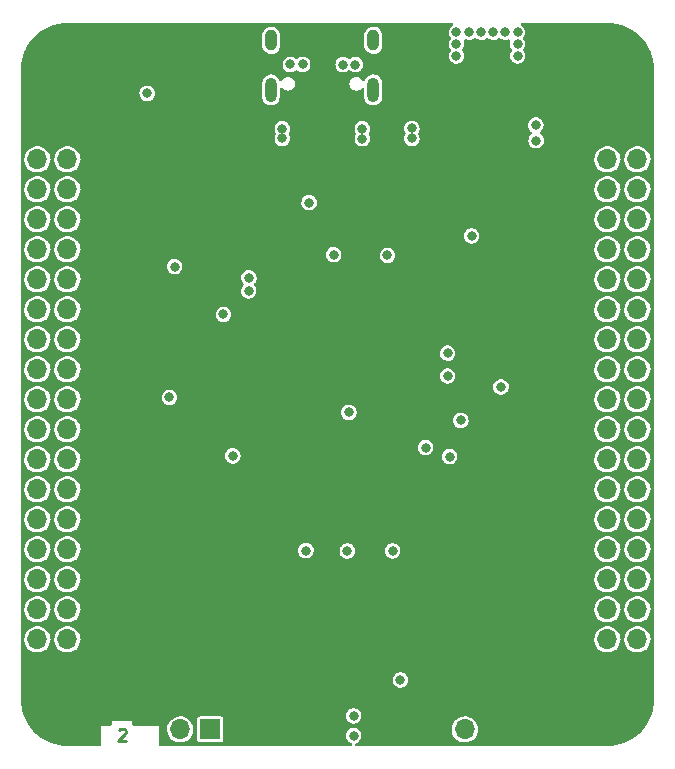
<source format=gbr>
%TF.GenerationSoftware,KiCad,Pcbnew,6.0.11-2627ca5db0~126~ubuntu20.04.1*%
%TF.CreationDate,2023-02-28T18:41:23+07:00*%
%TF.ProjectId,CY7C68013A-100,43593743-3638-4303-9133-412d3130302e,rev?*%
%TF.SameCoordinates,Original*%
%TF.FileFunction,Copper,L2,Inr*%
%TF.FilePolarity,Positive*%
%FSLAX46Y46*%
G04 Gerber Fmt 4.6, Leading zero omitted, Abs format (unit mm)*
G04 Created by KiCad (PCBNEW 6.0.11-2627ca5db0~126~ubuntu20.04.1) date 2023-02-28 18:41:23*
%MOMM*%
%LPD*%
G01*
G04 APERTURE LIST*
%ADD10C,0.250000*%
%TA.AperFunction,NonConductor*%
%ADD11C,0.250000*%
%TD*%
%TA.AperFunction,ComponentPad*%
%ADD12R,1.700000X1.700000*%
%TD*%
%TA.AperFunction,ComponentPad*%
%ADD13O,1.700000X1.700000*%
%TD*%
%TA.AperFunction,ComponentPad*%
%ADD14C,0.800000*%
%TD*%
%TA.AperFunction,ComponentPad*%
%ADD15C,6.400000*%
%TD*%
%TA.AperFunction,ComponentPad*%
%ADD16O,1.000000X2.100000*%
%TD*%
%TA.AperFunction,ComponentPad*%
%ADD17O,1.000000X1.800000*%
%TD*%
%TA.AperFunction,ViaPad*%
%ADD18C,0.800000*%
%TD*%
G04 APERTURE END LIST*
D10*
D11*
X117748085Y-131068819D02*
X117795704Y-131021200D01*
X117890942Y-130973580D01*
X118129038Y-130973580D01*
X118224276Y-131021200D01*
X118271895Y-131068819D01*
X118319514Y-131164057D01*
X118319514Y-131259295D01*
X118271895Y-131402152D01*
X117700466Y-131973580D01*
X118319514Y-131973580D01*
D12*
%TO.N,GND*%
%TO.C,J3*%
X149563932Y-131013200D03*
D13*
%TO.N,Net-(D2-Pad1)*%
X147023932Y-131013200D03*
%TD*%
D14*
%TO.N,GND*%
%TO.C,H1*%
X110980600Y-128468200D03*
X115780600Y-128468200D03*
X115077656Y-130165256D03*
D15*
X113380600Y-128468200D03*
D14*
X111683544Y-130165256D03*
X113380600Y-130868200D03*
X113380600Y-126068200D03*
X115077656Y-126771144D03*
X111683544Y-126771144D03*
%TD*%
D16*
%TO.N,/USB-Power/SHIELD*%
%TO.C,J5*%
X130625600Y-76865000D03*
D17*
X130625600Y-72665000D03*
X139265600Y-72665000D03*
D16*
X139265600Y-76865000D03*
%TD*%
D12*
%TO.N,Net-(J4-Pad1)*%
%TO.C,J4*%
X125477266Y-131013200D03*
D13*
%TO.N,+3V3*%
X122937266Y-131013200D03*
%TD*%
D14*
%TO.N,GND*%
%TO.C,H4*%
X157403544Y-126771144D03*
X161500600Y-128468200D03*
X159100600Y-126068200D03*
X157403544Y-130165256D03*
X156700600Y-128468200D03*
X160797656Y-126771144D03*
X159100600Y-130868200D03*
X160797656Y-130165256D03*
D15*
X159100600Y-128468200D03*
%TD*%
D14*
%TO.N,GND*%
%TO.C,H2*%
X115077656Y-76825256D03*
X113380600Y-72728200D03*
X115077656Y-73431144D03*
D15*
X113380600Y-75128200D03*
D14*
X115780600Y-75128200D03*
X113380600Y-77528200D03*
X111683544Y-76825256D03*
X111683544Y-73431144D03*
X110980600Y-75128200D03*
%TD*%
%TO.N,GND*%
%TO.C,H3*%
X157403544Y-76825256D03*
D15*
X159100600Y-75128200D03*
D14*
X160797656Y-76825256D03*
X159100600Y-77528200D03*
X156700600Y-75128200D03*
X161500600Y-75128200D03*
X157403544Y-73431144D03*
X160797656Y-73431144D03*
X159100600Y-72728200D03*
%TD*%
D12*
%TO.N,GND*%
%TO.C,J1*%
X159100600Y-80208200D03*
D13*
X161640600Y-80208200D03*
%TO.N,/GPIO/RDY.5*%
X159100600Y-82748200D03*
%TO.N,VBUS*%
X161640600Y-82748200D03*
%TO.N,/GPIO/RDY.3*%
X159100600Y-85288200D03*
%TO.N,/GPIO/RDY.4*%
X161640600Y-85288200D03*
%TO.N,/GPIO/RDY.1{slash}SLWR*%
X159100600Y-87828200D03*
%TO.N,/GPIO/RDY.2*%
X161640600Y-87828200D03*
%TO.N,/GPIO/CLKOUT*%
X159100600Y-90368200D03*
%TO.N,/GPIO/RDY.0{slash}SLRD*%
X161640600Y-90368200D03*
%TO.N,/GPIO/PD6*%
X159100600Y-92908200D03*
%TO.N,/GPIO/PD7*%
X161640600Y-92908200D03*
%TO.N,/GPIO/PD4*%
X159100600Y-95448200D03*
%TO.N,/GPIO/PD5*%
X161640600Y-95448200D03*
%TO.N,/GPIO/PE6*%
X159100600Y-97988200D03*
%TO.N,/GPIO/PE7*%
X161640600Y-97988200D03*
%TO.N,/GPIO/PE4*%
X159100600Y-100528200D03*
%TO.N,/GPIO/PE5*%
X161640600Y-100528200D03*
%TO.N,/GPIO/PE2*%
X159100600Y-103068200D03*
%TO.N,/GPIO/PE3*%
X161640600Y-103068200D03*
%TO.N,/GPIO/PE0*%
X159100600Y-105608200D03*
%TO.N,/GPIO/PE1*%
X161640600Y-105608200D03*
%TO.N,/GPIO/PD3*%
X159100600Y-108148200D03*
%TO.N,/GPIO/~{INT5}*%
X161640600Y-108148200D03*
%TO.N,/GPIO/PD1*%
X159100600Y-110688200D03*
%TO.N,/GPIO/PD2*%
X161640600Y-110688200D03*
%TO.N,/GPIO/CTL.5*%
X159100600Y-113228200D03*
%TO.N,/GPIO/PD0*%
X161640600Y-113228200D03*
%TO.N,/GPIO/PA6*%
X159100600Y-115768200D03*
%TO.N,/GPIO/PA7*%
X161640600Y-115768200D03*
%TO.N,/GPIO/PA4*%
X159100600Y-118308200D03*
%TO.N,/GPIO/PA5*%
X161640600Y-118308200D03*
%TO.N,/GPIO/PA2*%
X159100600Y-120848200D03*
%TO.N,/GPIO/PA3*%
X161640600Y-120848200D03*
%TO.N,/GPIO/PA0*%
X159100600Y-123388200D03*
%TO.N,/GPIO/PA1*%
X161640600Y-123388200D03*
%TD*%
D12*
%TO.N,GND*%
%TO.C,J2*%
X110840600Y-80208200D03*
D13*
X113380600Y-80208200D03*
%TO.N,+3V3*%
X110840600Y-82748200D03*
%TO.N,/GPIO/INT4*%
X113380600Y-82748200D03*
%TO.N,/GPIO/T.0*%
X110840600Y-85288200D03*
%TO.N,/GPIO/T.1*%
X113380600Y-85288200D03*
%TO.N,/GPIO/T.2*%
X110840600Y-87828200D03*
%TO.N,/GPIO/IFCLK*%
X113380600Y-87828200D03*
%TO.N,/GPIO/BKPT*%
X110840600Y-90368200D03*
%TO.N,/GPIO/~{RD}*%
X113380600Y-90368200D03*
%TO.N,/GPIO/~{WR}*%
X110840600Y-92908200D03*
%TO.N,/GPIO/PB0*%
X113380600Y-92908200D03*
%TO.N,/GPIO/PB1*%
X110840600Y-95448200D03*
%TO.N,/GPIO/PB2*%
X113380600Y-95448200D03*
%TO.N,/GPIO/PB3*%
X110840600Y-97988200D03*
%TO.N,/USB-Power/TXD0*%
X113380600Y-97988200D03*
%TO.N,/USB-Power/RXD0*%
X110840600Y-100528200D03*
%TO.N,/USB-Power/TXD1*%
X113380600Y-100528200D03*
%TO.N,/USB-Power/RXD1*%
X110840600Y-103068200D03*
%TO.N,/GPIO/PB4*%
X113380600Y-103068200D03*
%TO.N,/GPIO/PB5*%
X110840600Y-105608200D03*
%TO.N,/GPIO/PB6*%
X113380600Y-105608200D03*
%TO.N,/GPIO/PB7*%
X110840600Y-108148200D03*
%TO.N,/GPIO/CTL.3*%
X113380600Y-108148200D03*
%TO.N,/GPIO/CTL.4*%
X110840600Y-110688200D03*
%TO.N,/GPIO/CTL.0{slash}FLAGA*%
X113380600Y-110688200D03*
%TO.N,/GPIO/CTL.1{slash}FLAGB*%
X110840600Y-113228200D03*
%TO.N,/GPIO/CTL.2{slash}FLAGC*%
X113380600Y-113228200D03*
%TO.N,/GPIO/PC0*%
X110840600Y-115768200D03*
%TO.N,/GPIO/PC1*%
X113380600Y-115768200D03*
%TO.N,/GPIO/PC2*%
X110840600Y-118308200D03*
%TO.N,/GPIO/PC3*%
X113380600Y-118308200D03*
%TO.N,/GPIO/PC4*%
X110840600Y-120848200D03*
%TO.N,/GPIO/PC5*%
X113380600Y-120848200D03*
%TO.N,/GPIO/PC6*%
X110840600Y-123388200D03*
%TO.N,/GPIO/PC7*%
X113380600Y-123388200D03*
%TD*%
D18*
%TO.N,+3V3*%
X151494800Y-72982600D03*
X147354800Y-71982600D03*
X135925000Y-90825000D03*
X151494800Y-73982600D03*
X150088600Y-102029000D03*
X127381000Y-107848400D03*
X133841503Y-86408000D03*
X137210800Y-104165400D03*
X147599400Y-89227400D03*
X126593600Y-95882200D03*
X141574600Y-126820800D03*
X133578600Y-115874800D03*
X146319800Y-71982600D03*
X148389800Y-71982600D03*
X140475000Y-90875000D03*
X145745200Y-107924600D03*
X122021600Y-102892600D03*
X150459800Y-71982600D03*
X122459689Y-91831618D03*
X146319800Y-73982600D03*
X151494800Y-71982600D03*
X146319800Y-72982600D03*
X149424800Y-71982600D03*
%TO.N,GND*%
X146075400Y-81610200D03*
X135975000Y-83025000D03*
X136024600Y-127745800D03*
X133800000Y-72400000D03*
X128752600Y-90878400D03*
X135975000Y-85025000D03*
X121081800Y-92554800D03*
X132308600Y-86791800D03*
X141554200Y-73533000D03*
X135975000Y-81025000D03*
X133925000Y-81025000D03*
X135975000Y-79025000D03*
X133925000Y-82025000D03*
X136245600Y-109598200D03*
X131013200Y-120573800D03*
X131749800Y-131826000D03*
X145542000Y-109448600D03*
X149098000Y-89052400D03*
X118541800Y-77216000D03*
X133925000Y-80025000D03*
X133985000Y-90878400D03*
X138506200Y-90903800D03*
X129625000Y-78925000D03*
X135300000Y-72900000D03*
X147116800Y-81610200D03*
X137200000Y-81725000D03*
X137300000Y-73750000D03*
X145034000Y-90700600D03*
X121081800Y-95982700D03*
X140350000Y-78925000D03*
X140792200Y-129006600D03*
X132350000Y-72900000D03*
X124412600Y-74100000D03*
X151180800Y-84632800D03*
X139500000Y-78925000D03*
X130475000Y-78925000D03*
X143078200Y-127203200D03*
X122402600Y-104394000D03*
X135975000Y-87025000D03*
X125631800Y-76335200D03*
X126619000Y-102384600D03*
X142494000Y-75158600D03*
X133925000Y-84025000D03*
X143764000Y-84455000D03*
X127736600Y-109649000D03*
X137541000Y-82829400D03*
X135975000Y-80025000D03*
X145897600Y-95247200D03*
X135975000Y-82025000D03*
X135999600Y-128995800D03*
X133925000Y-79025000D03*
X133925000Y-83025000D03*
X133925000Y-85025000D03*
X135975000Y-84025000D03*
X135975000Y-86025000D03*
X151942800Y-101182700D03*
X149529800Y-83718400D03*
X132675000Y-81750000D03*
X135305800Y-104183700D03*
X142417800Y-104137200D03*
X145897600Y-91996000D03*
%TO.N,/USB-Power/RST*%
X143713200Y-107162600D03*
X120142000Y-77165200D03*
%TO.N,VBUS*%
X153035000Y-79857600D03*
X142550000Y-80975000D03*
X153060400Y-81153000D03*
X142550000Y-80125000D03*
%TO.N,/USB-Power/D-*%
X133301673Y-74712609D03*
X137772588Y-74723804D03*
%TO.N,/USB-Power/D+*%
X136722588Y-74723804D03*
X132251673Y-74712609D03*
%TO.N,/USB-Power/SDA*%
X137617200Y-131546600D03*
X128725000Y-93900000D03*
%TO.N,/USB-Power/SCL*%
X137617200Y-129870200D03*
X128750000Y-92775000D03*
%TO.N,/GPIO/CTL.5*%
X146685000Y-104848400D03*
%TO.N,/GPIO/PE0*%
X137083800Y-115900200D03*
X145567400Y-101092000D03*
%TO.N,/GPIO/PE1*%
X140919200Y-115900200D03*
X145567400Y-99161600D03*
%TO.N,/USB-Power/VUSB*%
X131575000Y-80975000D03*
X131575000Y-80150000D03*
X138350000Y-81000000D03*
X138350000Y-80150000D03*
%TD*%
%TA.AperFunction,Conductor*%
%TO.N,GND*%
G36*
X145992705Y-71202221D02*
G01*
X146039198Y-71255877D01*
X146049302Y-71326151D01*
X146019808Y-71390731D01*
X145982373Y-71420185D01*
X145955962Y-71433817D01*
X145949214Y-71437300D01*
X145829839Y-71541438D01*
X145738750Y-71671044D01*
X145681206Y-71818637D01*
X145680214Y-71826170D01*
X145680214Y-71826171D01*
X145667221Y-71924866D01*
X145660529Y-71975696D01*
X145664021Y-72007321D01*
X145673979Y-72097518D01*
X145677913Y-72133153D01*
X145680523Y-72140284D01*
X145680523Y-72140286D01*
X145710041Y-72220947D01*
X145732353Y-72281919D01*
X145736589Y-72288222D01*
X145736589Y-72288223D01*
X145820708Y-72413405D01*
X145817909Y-72415286D01*
X145841035Y-72466128D01*
X145830826Y-72536387D01*
X145819380Y-72556320D01*
X145738750Y-72671044D01*
X145733602Y-72684249D01*
X145683968Y-72811554D01*
X145681206Y-72818637D01*
X145660529Y-72975696D01*
X145668302Y-73046101D01*
X145669395Y-73055996D01*
X145677913Y-73133153D01*
X145680523Y-73140284D01*
X145680523Y-73140286D01*
X145719441Y-73246634D01*
X145732353Y-73281919D01*
X145736589Y-73288222D01*
X145736589Y-73288223D01*
X145820708Y-73413405D01*
X145817909Y-73415286D01*
X145841035Y-73466128D01*
X145830826Y-73536387D01*
X145819380Y-73556320D01*
X145738750Y-73671044D01*
X145735990Y-73678124D01*
X145690434Y-73794969D01*
X145681206Y-73818637D01*
X145660529Y-73975696D01*
X145667938Y-74042807D01*
X145675283Y-74109328D01*
X145677913Y-74133153D01*
X145680523Y-74140284D01*
X145680523Y-74140286D01*
X145728559Y-74271550D01*
X145732353Y-74281919D01*
X145736589Y-74288222D01*
X145736589Y-74288223D01*
X145815754Y-74406032D01*
X145820708Y-74413405D01*
X145826327Y-74418518D01*
X145826328Y-74418519D01*
X145837703Y-74428869D01*
X145937876Y-74520019D01*
X146077093Y-74595608D01*
X146230322Y-74635807D01*
X146314277Y-74637126D01*
X146381119Y-74638176D01*
X146381122Y-74638176D01*
X146388716Y-74638295D01*
X146543132Y-74602929D01*
X146651063Y-74548646D01*
X146677872Y-74535163D01*
X146677875Y-74535161D01*
X146684655Y-74531751D01*
X146690426Y-74526822D01*
X146690429Y-74526820D01*
X146799336Y-74433804D01*
X146799336Y-74433803D01*
X146805114Y-74428869D01*
X146897555Y-74300224D01*
X146956642Y-74153241D01*
X146968532Y-74069696D01*
X146978381Y-74000491D01*
X146978381Y-74000488D01*
X146978962Y-73996407D01*
X146979107Y-73982600D01*
X146960076Y-73825333D01*
X146904080Y-73677146D01*
X146853159Y-73603055D01*
X146818639Y-73552828D01*
X146796539Y-73485359D01*
X146814425Y-73416652D01*
X146820149Y-73407945D01*
X146897555Y-73300224D01*
X146956642Y-73153241D01*
X146970482Y-73055996D01*
X146978381Y-73000491D01*
X146978381Y-73000488D01*
X146978962Y-72996407D01*
X146979107Y-72982600D01*
X146960076Y-72825333D01*
X146957392Y-72818230D01*
X146957391Y-72818226D01*
X146931383Y-72749400D01*
X146926014Y-72678607D01*
X146959771Y-72616149D01*
X147021936Y-72581857D01*
X147092773Y-72586617D01*
X147099135Y-72589496D01*
X147105418Y-72591984D01*
X147112093Y-72595608D01*
X147265322Y-72635807D01*
X147349277Y-72637126D01*
X147416119Y-72638176D01*
X147416122Y-72638176D01*
X147423716Y-72638295D01*
X147578132Y-72602929D01*
X147690147Y-72546592D01*
X147712872Y-72535163D01*
X147712875Y-72535161D01*
X147719655Y-72531751D01*
X147790511Y-72471234D01*
X147855298Y-72442204D01*
X147925498Y-72452809D01*
X147957138Y-72473852D01*
X148007876Y-72520019D01*
X148147093Y-72595608D01*
X148300322Y-72635807D01*
X148384277Y-72637126D01*
X148451119Y-72638176D01*
X148451122Y-72638176D01*
X148458716Y-72638295D01*
X148613132Y-72602929D01*
X148725147Y-72546592D01*
X148747872Y-72535163D01*
X148747875Y-72535161D01*
X148754655Y-72531751D01*
X148825511Y-72471234D01*
X148890298Y-72442204D01*
X148960498Y-72452809D01*
X148992138Y-72473852D01*
X149042876Y-72520019D01*
X149182093Y-72595608D01*
X149335322Y-72635807D01*
X149419277Y-72637126D01*
X149486119Y-72638176D01*
X149486122Y-72638176D01*
X149493716Y-72638295D01*
X149648132Y-72602929D01*
X149760147Y-72546592D01*
X149782872Y-72535163D01*
X149782875Y-72535161D01*
X149789655Y-72531751D01*
X149860511Y-72471234D01*
X149925298Y-72442204D01*
X149995498Y-72452809D01*
X150027138Y-72473852D01*
X150077876Y-72520019D01*
X150217093Y-72595608D01*
X150370322Y-72635807D01*
X150454277Y-72637126D01*
X150521119Y-72638176D01*
X150521122Y-72638176D01*
X150528716Y-72638295D01*
X150683132Y-72602929D01*
X150709796Y-72589519D01*
X150779639Y-72576779D01*
X150845283Y-72603823D01*
X150885886Y-72662063D01*
X150888556Y-72733010D01*
X150883803Y-72747852D01*
X150858967Y-72811554D01*
X150858966Y-72811557D01*
X150856206Y-72818637D01*
X150835529Y-72975696D01*
X150843302Y-73046101D01*
X150844395Y-73055996D01*
X150852913Y-73133153D01*
X150855523Y-73140284D01*
X150855523Y-73140286D01*
X150894441Y-73246634D01*
X150907353Y-73281919D01*
X150911589Y-73288222D01*
X150911589Y-73288223D01*
X150995708Y-73413405D01*
X150992909Y-73415286D01*
X151016035Y-73466128D01*
X151005826Y-73536387D01*
X150994380Y-73556320D01*
X150913750Y-73671044D01*
X150910990Y-73678124D01*
X150865434Y-73794969D01*
X150856206Y-73818637D01*
X150835529Y-73975696D01*
X150842938Y-74042807D01*
X150850283Y-74109328D01*
X150852913Y-74133153D01*
X150855523Y-74140284D01*
X150855523Y-74140286D01*
X150903559Y-74271550D01*
X150907353Y-74281919D01*
X150911589Y-74288222D01*
X150911589Y-74288223D01*
X150990754Y-74406032D01*
X150995708Y-74413405D01*
X151001327Y-74418518D01*
X151001328Y-74418519D01*
X151012703Y-74428869D01*
X151112876Y-74520019D01*
X151252093Y-74595608D01*
X151405322Y-74635807D01*
X151489277Y-74637126D01*
X151556119Y-74638176D01*
X151556122Y-74638176D01*
X151563716Y-74638295D01*
X151718132Y-74602929D01*
X151826063Y-74548646D01*
X151852872Y-74535163D01*
X151852875Y-74535161D01*
X151859655Y-74531751D01*
X151865426Y-74526822D01*
X151865429Y-74526820D01*
X151974336Y-74433804D01*
X151974336Y-74433803D01*
X151980114Y-74428869D01*
X152072555Y-74300224D01*
X152131642Y-74153241D01*
X152143532Y-74069696D01*
X152153381Y-74000491D01*
X152153381Y-74000488D01*
X152153962Y-73996407D01*
X152154107Y-73982600D01*
X152135076Y-73825333D01*
X152079080Y-73677146D01*
X152028159Y-73603055D01*
X151993639Y-73552828D01*
X151971539Y-73485359D01*
X151989425Y-73416652D01*
X151995149Y-73407945D01*
X152072555Y-73300224D01*
X152131642Y-73153241D01*
X152145482Y-73055996D01*
X152153381Y-73000491D01*
X152153381Y-73000488D01*
X152153962Y-72996407D01*
X152154107Y-72982600D01*
X152135076Y-72825333D01*
X152079080Y-72677146D01*
X151993639Y-72552828D01*
X151971539Y-72485359D01*
X151989425Y-72416652D01*
X151995149Y-72407945D01*
X152072555Y-72300224D01*
X152131642Y-72153241D01*
X152153962Y-71996407D01*
X152154107Y-71982600D01*
X152135076Y-71825333D01*
X152079080Y-71677146D01*
X152029603Y-71605156D01*
X151993655Y-71552851D01*
X151993654Y-71552849D01*
X151989353Y-71546592D01*
X151871075Y-71441211D01*
X151863689Y-71437300D01*
X151830208Y-71419573D01*
X151779365Y-71370021D01*
X151763383Y-71300846D01*
X151787337Y-71234012D01*
X151843621Y-71190739D01*
X151889167Y-71182219D01*
X159063124Y-71182219D01*
X159087703Y-71184640D01*
X159100600Y-71187205D01*
X159112770Y-71184784D01*
X159124110Y-71184784D01*
X159136277Y-71183868D01*
X159458871Y-71198783D01*
X159470460Y-71199857D01*
X159819908Y-71248603D01*
X159831347Y-71250742D01*
X160025134Y-71296320D01*
X160174802Y-71331521D01*
X160185984Y-71334702D01*
X160353151Y-71390731D01*
X160520529Y-71446831D01*
X160531381Y-71451035D01*
X160854141Y-71593548D01*
X160864559Y-71598736D01*
X161172804Y-71770427D01*
X161182699Y-71776553D01*
X161473779Y-71975947D01*
X161483067Y-71982961D01*
X161754515Y-72208369D01*
X161763115Y-72216210D01*
X162012590Y-72465685D01*
X162020431Y-72474285D01*
X162245839Y-72745733D01*
X162252853Y-72755021D01*
X162452247Y-73046101D01*
X162458373Y-73055996D01*
X162630064Y-73364241D01*
X162635252Y-73374659D01*
X162777765Y-73697419D01*
X162781969Y-73708271D01*
X162823732Y-73832873D01*
X162877161Y-73992282D01*
X162894095Y-74042807D01*
X162897279Y-74053998D01*
X162923929Y-74167309D01*
X162978058Y-74397453D01*
X162980197Y-74408892D01*
X163028943Y-74758340D01*
X163030017Y-74769929D01*
X163042338Y-75036407D01*
X163044932Y-75092521D01*
X163044016Y-75104690D01*
X163044016Y-75116030D01*
X163041595Y-75128200D01*
X163044016Y-75140370D01*
X163044160Y-75141094D01*
X163046581Y-75165676D01*
X163046581Y-128430724D01*
X163044160Y-128455303D01*
X163041595Y-128468200D01*
X163044016Y-128480370D01*
X163044016Y-128491710D01*
X163044932Y-128503879D01*
X163030017Y-128826471D01*
X163028943Y-128838060D01*
X162980197Y-129187508D01*
X162978058Y-129198947D01*
X162948351Y-129325255D01*
X162922730Y-129434192D01*
X162897280Y-129542398D01*
X162894098Y-129553584D01*
X162840689Y-129712933D01*
X162781969Y-129888129D01*
X162777765Y-129898981D01*
X162635252Y-130221741D01*
X162630064Y-130232159D01*
X162458373Y-130540404D01*
X162452247Y-130550299D01*
X162252853Y-130841379D01*
X162245839Y-130850667D01*
X162020431Y-131122115D01*
X162012590Y-131130715D01*
X161763115Y-131380190D01*
X161754515Y-131388031D01*
X161483067Y-131613439D01*
X161473779Y-131620453D01*
X161182699Y-131819847D01*
X161172804Y-131825973D01*
X160864559Y-131997664D01*
X160854141Y-132002852D01*
X160531381Y-132145365D01*
X160520529Y-132149569D01*
X160460676Y-132169630D01*
X160185984Y-132261698D01*
X160174802Y-132264879D01*
X160075727Y-132288181D01*
X159831347Y-132345658D01*
X159819908Y-132347797D01*
X159470460Y-132396543D01*
X159458871Y-132397617D01*
X159136277Y-132412532D01*
X159124110Y-132411616D01*
X159112770Y-132411616D01*
X159100600Y-132409195D01*
X159087703Y-132411760D01*
X159063124Y-132414181D01*
X137873017Y-132414181D01*
X137804896Y-132394179D01*
X137758403Y-132340523D01*
X137748299Y-132270249D01*
X137777793Y-132205669D01*
X137830336Y-132169630D01*
X137833128Y-132168625D01*
X137840532Y-132166929D01*
X137883408Y-132145365D01*
X137975272Y-132099163D01*
X137975275Y-132099161D01*
X137982055Y-132095751D01*
X137987826Y-132090822D01*
X137987829Y-132090820D01*
X138096736Y-131997804D01*
X138096736Y-131997803D01*
X138102514Y-131992869D01*
X138194955Y-131864224D01*
X138254042Y-131717241D01*
X138267689Y-131621348D01*
X138275781Y-131564491D01*
X138275781Y-131564488D01*
X138276362Y-131560407D01*
X138276507Y-131546600D01*
X138257476Y-131389333D01*
X138201480Y-131241146D01*
X138111753Y-131110592D01*
X137993475Y-131005211D01*
X137986089Y-131001300D01*
X137953725Y-130984164D01*
X145915080Y-130984164D01*
X145928356Y-131186722D01*
X145929777Y-131192318D01*
X145929778Y-131192323D01*
X145950051Y-131272145D01*
X145978324Y-131383469D01*
X145980741Y-131388712D01*
X146051634Y-131542492D01*
X146063309Y-131567816D01*
X146066642Y-131572532D01*
X146173897Y-131724295D01*
X146180465Y-131733589D01*
X146325870Y-131875235D01*
X146494652Y-131988012D01*
X146499955Y-131990290D01*
X146499958Y-131990292D01*
X146631215Y-132046684D01*
X146681160Y-132068142D01*
X146751326Y-132084019D01*
X146873511Y-132111667D01*
X146873516Y-132111668D01*
X146879148Y-132112942D01*
X146884919Y-132113169D01*
X146884921Y-132113169D01*
X146944688Y-132115517D01*
X147081985Y-132120912D01*
X147189280Y-132105355D01*
X147277163Y-132092613D01*
X147277168Y-132092612D01*
X147282877Y-132091784D01*
X147288341Y-132089929D01*
X147288346Y-132089928D01*
X147469625Y-132028392D01*
X147469630Y-132028390D01*
X147475097Y-132026534D01*
X147521590Y-132000497D01*
X147562823Y-131977405D01*
X147652208Y-131927347D01*
X147691901Y-131894335D01*
X147803845Y-131801231D01*
X147808277Y-131797545D01*
X147938079Y-131641476D01*
X148037266Y-131464365D01*
X148039122Y-131458898D01*
X148039124Y-131458893D01*
X148100660Y-131277614D01*
X148100661Y-131277609D01*
X148102516Y-131272145D01*
X148103344Y-131266436D01*
X148103345Y-131266431D01*
X148123022Y-131130715D01*
X148131644Y-131071253D01*
X148133164Y-131013200D01*
X148121729Y-130888751D01*
X148115119Y-130816813D01*
X148115118Y-130816810D01*
X148114590Y-130811059D01*
X148113022Y-130805499D01*
X148061057Y-130621246D01*
X148061056Y-130621244D01*
X148059489Y-130615687D01*
X148048910Y-130594233D01*
X147972263Y-130438809D01*
X147969708Y-130433628D01*
X147848252Y-130270979D01*
X147699190Y-130133187D01*
X147694307Y-130130106D01*
X147694303Y-130130103D01*
X147532396Y-130027948D01*
X147527513Y-130024867D01*
X147338971Y-129949646D01*
X147333311Y-129948520D01*
X147333307Y-129948519D01*
X147145545Y-129911171D01*
X147145542Y-129911171D01*
X147139878Y-129910044D01*
X147134103Y-129909968D01*
X147134099Y-129909968D01*
X147032725Y-129908641D01*
X146936903Y-129907387D01*
X146931206Y-129908366D01*
X146931205Y-129908366D01*
X146843329Y-129923466D01*
X146736842Y-129941764D01*
X146546395Y-130012024D01*
X146371942Y-130115812D01*
X146367602Y-130119618D01*
X146367598Y-130119621D01*
X146289828Y-130187824D01*
X146219324Y-130249655D01*
X146093652Y-130409069D01*
X146090963Y-130414180D01*
X146090961Y-130414183D01*
X146049902Y-130492224D01*
X145999135Y-130588715D01*
X145938939Y-130782578D01*
X145915080Y-130984164D01*
X137953725Y-130984164D01*
X137860188Y-130934639D01*
X137860189Y-130934639D01*
X137853474Y-130931084D01*
X137699833Y-130892492D01*
X137692234Y-130892452D01*
X137692233Y-130892452D01*
X137626381Y-130892107D01*
X137541421Y-130891662D01*
X137534041Y-130893434D01*
X137534039Y-130893434D01*
X137394763Y-130926871D01*
X137394760Y-130926872D01*
X137387384Y-130928643D01*
X137246614Y-131001300D01*
X137127239Y-131105438D01*
X137036150Y-131235044D01*
X136978606Y-131382637D01*
X136957929Y-131539696D01*
X136975313Y-131697153D01*
X136977923Y-131704284D01*
X136977923Y-131704286D01*
X137021418Y-131823141D01*
X137029753Y-131845919D01*
X137033989Y-131852222D01*
X137033989Y-131852223D01*
X137099912Y-131950326D01*
X137118108Y-131977405D01*
X137123727Y-131982518D01*
X137123728Y-131982519D01*
X137229660Y-132078909D01*
X137235276Y-132084019D01*
X137374493Y-132159608D01*
X137396536Y-132165391D01*
X137400020Y-132166305D01*
X137460835Y-132202939D01*
X137492190Y-132266637D01*
X137484131Y-132337174D01*
X137439215Y-132392157D01*
X137368046Y-132414181D01*
X121258600Y-132414181D01*
X121190479Y-132394179D01*
X121143986Y-132340523D01*
X121132600Y-132288181D01*
X121132600Y-130984164D01*
X121828414Y-130984164D01*
X121841690Y-131186722D01*
X121843111Y-131192318D01*
X121843112Y-131192323D01*
X121863385Y-131272145D01*
X121891658Y-131383469D01*
X121894075Y-131388712D01*
X121964968Y-131542492D01*
X121976643Y-131567816D01*
X121979976Y-131572532D01*
X122087231Y-131724295D01*
X122093799Y-131733589D01*
X122239204Y-131875235D01*
X122407986Y-131988012D01*
X122413289Y-131990290D01*
X122413292Y-131990292D01*
X122544549Y-132046684D01*
X122594494Y-132068142D01*
X122664660Y-132084019D01*
X122786845Y-132111667D01*
X122786850Y-132111668D01*
X122792482Y-132112942D01*
X122798253Y-132113169D01*
X122798255Y-132113169D01*
X122858022Y-132115517D01*
X122995319Y-132120912D01*
X123102614Y-132105355D01*
X123190497Y-132092613D01*
X123190502Y-132092612D01*
X123196211Y-132091784D01*
X123201675Y-132089929D01*
X123201680Y-132089928D01*
X123382959Y-132028392D01*
X123382964Y-132028390D01*
X123388431Y-132026534D01*
X123434924Y-132000497D01*
X123476157Y-131977405D01*
X123565542Y-131927347D01*
X123605235Y-131894335D01*
X123717179Y-131801231D01*
X123721611Y-131797545D01*
X123851413Y-131641476D01*
X123950600Y-131464365D01*
X123952456Y-131458898D01*
X123952458Y-131458893D01*
X124013994Y-131277614D01*
X124013995Y-131277609D01*
X124015850Y-131272145D01*
X124016678Y-131266436D01*
X124016679Y-131266431D01*
X124036356Y-131130715D01*
X124044978Y-131071253D01*
X124046498Y-131013200D01*
X124035063Y-130888751D01*
X124028453Y-130816813D01*
X124028452Y-130816810D01*
X124027924Y-130811059D01*
X124026356Y-130805499D01*
X123974391Y-130621246D01*
X123974390Y-130621244D01*
X123972823Y-130615687D01*
X123962244Y-130594233D01*
X123885597Y-130438809D01*
X123883042Y-130433628D01*
X123761586Y-130270979D01*
X123617875Y-130138133D01*
X124372766Y-130138133D01*
X124372767Y-131888266D01*
X124387532Y-131962501D01*
X124394427Y-131972820D01*
X124394428Y-131972822D01*
X124434782Y-132033215D01*
X124443782Y-132046684D01*
X124454098Y-132053577D01*
X124492010Y-132078909D01*
X124527965Y-132102934D01*
X124602199Y-132117700D01*
X125477124Y-132117700D01*
X126352332Y-132117699D01*
X126388084Y-132110588D01*
X126414392Y-132105356D01*
X126414394Y-132105355D01*
X126426567Y-132102934D01*
X126436887Y-132096039D01*
X126436888Y-132096038D01*
X126500434Y-132053577D01*
X126510750Y-132046684D01*
X126543505Y-131997664D01*
X126560105Y-131972820D01*
X126567000Y-131962501D01*
X126581766Y-131888267D01*
X126581765Y-130138134D01*
X126567000Y-130063899D01*
X126556307Y-130047895D01*
X126517643Y-129990032D01*
X126510750Y-129979716D01*
X126426567Y-129923466D01*
X126352333Y-129908700D01*
X125477408Y-129908700D01*
X124602200Y-129908701D01*
X124566448Y-129915812D01*
X124540140Y-129921044D01*
X124540138Y-129921045D01*
X124527965Y-129923466D01*
X124517645Y-129930361D01*
X124517644Y-129930362D01*
X124457251Y-129970716D01*
X124443782Y-129979716D01*
X124387532Y-130063899D01*
X124372766Y-130138133D01*
X123617875Y-130138133D01*
X123612524Y-130133187D01*
X123607641Y-130130106D01*
X123607637Y-130130103D01*
X123445730Y-130027948D01*
X123440847Y-130024867D01*
X123252305Y-129949646D01*
X123246645Y-129948520D01*
X123246641Y-129948519D01*
X123058879Y-129911171D01*
X123058876Y-129911171D01*
X123053212Y-129910044D01*
X123047437Y-129909968D01*
X123047433Y-129909968D01*
X122946059Y-129908641D01*
X122850237Y-129907387D01*
X122844540Y-129908366D01*
X122844539Y-129908366D01*
X122756663Y-129923466D01*
X122650176Y-129941764D01*
X122459729Y-130012024D01*
X122285276Y-130115812D01*
X122280936Y-130119618D01*
X122280932Y-130119621D01*
X122203162Y-130187824D01*
X122132658Y-130249655D01*
X122006986Y-130409069D01*
X122004297Y-130414180D01*
X122004295Y-130414183D01*
X121963236Y-130492224D01*
X121912469Y-130588715D01*
X121852273Y-130782578D01*
X121828414Y-130984164D01*
X121132600Y-130984164D01*
X121132600Y-130683000D01*
X119015491Y-130683000D01*
X118947370Y-130662998D01*
X118900877Y-130609342D01*
X118889491Y-130557000D01*
X118889491Y-130274200D01*
X117178110Y-130274200D01*
X117178110Y-130557000D01*
X117158108Y-130625121D01*
X117104452Y-130671614D01*
X117052110Y-130683000D01*
X116205000Y-130683000D01*
X116205000Y-132288181D01*
X116184998Y-132356302D01*
X116131342Y-132402795D01*
X116079000Y-132414181D01*
X113418076Y-132414181D01*
X113393497Y-132411760D01*
X113380600Y-132409195D01*
X113368430Y-132411616D01*
X113357090Y-132411616D01*
X113344923Y-132412532D01*
X113022329Y-132397617D01*
X113010740Y-132396543D01*
X112661292Y-132347797D01*
X112649853Y-132345658D01*
X112405473Y-132288181D01*
X112306398Y-132264879D01*
X112295216Y-132261698D01*
X112020524Y-132169630D01*
X111960671Y-132149569D01*
X111949819Y-132145365D01*
X111627059Y-132002852D01*
X111616641Y-131997664D01*
X111308396Y-131825973D01*
X111298501Y-131819847D01*
X111007421Y-131620453D01*
X110998133Y-131613439D01*
X110726685Y-131388031D01*
X110718085Y-131380190D01*
X110468610Y-131130715D01*
X110460769Y-131122115D01*
X110235361Y-130850667D01*
X110228347Y-130841379D01*
X110028953Y-130550299D01*
X110022827Y-130540404D01*
X109851136Y-130232159D01*
X109845948Y-130221741D01*
X109703435Y-129898981D01*
X109699231Y-129888129D01*
X109690908Y-129863296D01*
X136957929Y-129863296D01*
X136960671Y-129888129D01*
X136974129Y-130010026D01*
X136975313Y-130020753D01*
X136977923Y-130027884D01*
X136977923Y-130027886D01*
X137020533Y-130144323D01*
X137029753Y-130169519D01*
X137033989Y-130175822D01*
X137033989Y-130175823D01*
X137112269Y-130292315D01*
X137118108Y-130301005D01*
X137123727Y-130306118D01*
X137123728Y-130306119D01*
X137135103Y-130316469D01*
X137235276Y-130407619D01*
X137374493Y-130483208D01*
X137527722Y-130523407D01*
X137611677Y-130524726D01*
X137678519Y-130525776D01*
X137678522Y-130525776D01*
X137686116Y-130525895D01*
X137840532Y-130490529D01*
X137943367Y-130438809D01*
X137975272Y-130422763D01*
X137975275Y-130422761D01*
X137982055Y-130419351D01*
X137987826Y-130414422D01*
X137987829Y-130414420D01*
X138096736Y-130321404D01*
X138096736Y-130321403D01*
X138102514Y-130316469D01*
X138194955Y-130187824D01*
X138254042Y-130040841D01*
X138267181Y-129948519D01*
X138275781Y-129888091D01*
X138275781Y-129888088D01*
X138276362Y-129884007D01*
X138276507Y-129870200D01*
X138257476Y-129712933D01*
X138201480Y-129564746D01*
X138111753Y-129434192D01*
X137993475Y-129328811D01*
X137986089Y-129324900D01*
X137860188Y-129258239D01*
X137860189Y-129258239D01*
X137853474Y-129254684D01*
X137699833Y-129216092D01*
X137692234Y-129216052D01*
X137692233Y-129216052D01*
X137626381Y-129215707D01*
X137541421Y-129215262D01*
X137534041Y-129217034D01*
X137534039Y-129217034D01*
X137394763Y-129250471D01*
X137394760Y-129250472D01*
X137387384Y-129252243D01*
X137246614Y-129324900D01*
X137127239Y-129429038D01*
X137036150Y-129558644D01*
X136978606Y-129706237D01*
X136957929Y-129863296D01*
X109690908Y-129863296D01*
X109640511Y-129712933D01*
X109587102Y-129553584D01*
X109583920Y-129542398D01*
X109558471Y-129434192D01*
X109532849Y-129325255D01*
X109503142Y-129198947D01*
X109501003Y-129187508D01*
X109452257Y-128838060D01*
X109451183Y-128826471D01*
X109436268Y-128503879D01*
X109437184Y-128491710D01*
X109437184Y-128480370D01*
X109439605Y-128468200D01*
X109437040Y-128455303D01*
X109434619Y-128430724D01*
X109434619Y-126813896D01*
X140915329Y-126813896D01*
X140932713Y-126971353D01*
X140987153Y-127120119D01*
X141075508Y-127251605D01*
X141081127Y-127256718D01*
X141081128Y-127256719D01*
X141092503Y-127267069D01*
X141192676Y-127358219D01*
X141331893Y-127433808D01*
X141485122Y-127474007D01*
X141569077Y-127475326D01*
X141635919Y-127476376D01*
X141635922Y-127476376D01*
X141643516Y-127476495D01*
X141797932Y-127441129D01*
X141868342Y-127405717D01*
X141932672Y-127373363D01*
X141932675Y-127373361D01*
X141939455Y-127369951D01*
X141945226Y-127365022D01*
X141945229Y-127365020D01*
X142054136Y-127272004D01*
X142054136Y-127272003D01*
X142059914Y-127267069D01*
X142152355Y-127138424D01*
X142211442Y-126991441D01*
X142233762Y-126834607D01*
X142233907Y-126820800D01*
X142214876Y-126663533D01*
X142158880Y-126515346D01*
X142069153Y-126384792D01*
X141950875Y-126279411D01*
X141943489Y-126275500D01*
X141817588Y-126208839D01*
X141817589Y-126208839D01*
X141810874Y-126205284D01*
X141657233Y-126166692D01*
X141649634Y-126166652D01*
X141649633Y-126166652D01*
X141583781Y-126166307D01*
X141498821Y-126165862D01*
X141491441Y-126167634D01*
X141491439Y-126167634D01*
X141352163Y-126201071D01*
X141352160Y-126201072D01*
X141344784Y-126202843D01*
X141204014Y-126275500D01*
X141084639Y-126379638D01*
X140993550Y-126509244D01*
X140936006Y-126656837D01*
X140915329Y-126813896D01*
X109434619Y-126813896D01*
X109434619Y-123359164D01*
X109731748Y-123359164D01*
X109745024Y-123561722D01*
X109746445Y-123567318D01*
X109746446Y-123567323D01*
X109766719Y-123647145D01*
X109794992Y-123758469D01*
X109797409Y-123763712D01*
X109834610Y-123844408D01*
X109879977Y-123942816D01*
X109997133Y-124108589D01*
X110142538Y-124250235D01*
X110311320Y-124363012D01*
X110316623Y-124365290D01*
X110316626Y-124365292D01*
X110405307Y-124403392D01*
X110497828Y-124443142D01*
X110570844Y-124459664D01*
X110690179Y-124486667D01*
X110690184Y-124486668D01*
X110695816Y-124487942D01*
X110701587Y-124488169D01*
X110701589Y-124488169D01*
X110761356Y-124490517D01*
X110898653Y-124495912D01*
X110999099Y-124481348D01*
X111093831Y-124467613D01*
X111093836Y-124467612D01*
X111099545Y-124466784D01*
X111105009Y-124464929D01*
X111105014Y-124464928D01*
X111286293Y-124403392D01*
X111286298Y-124403390D01*
X111291765Y-124401534D01*
X111468876Y-124302347D01*
X111531534Y-124250235D01*
X111620513Y-124176231D01*
X111624945Y-124172545D01*
X111754747Y-124016476D01*
X111853934Y-123839365D01*
X111855790Y-123833898D01*
X111855792Y-123833893D01*
X111917328Y-123652614D01*
X111917329Y-123652609D01*
X111919184Y-123647145D01*
X111920012Y-123641436D01*
X111920013Y-123641431D01*
X111947779Y-123449927D01*
X111948312Y-123446253D01*
X111949832Y-123388200D01*
X111947164Y-123359164D01*
X112271748Y-123359164D01*
X112285024Y-123561722D01*
X112286445Y-123567318D01*
X112286446Y-123567323D01*
X112306719Y-123647145D01*
X112334992Y-123758469D01*
X112337409Y-123763712D01*
X112374610Y-123844408D01*
X112419977Y-123942816D01*
X112537133Y-124108589D01*
X112682538Y-124250235D01*
X112851320Y-124363012D01*
X112856623Y-124365290D01*
X112856626Y-124365292D01*
X112945307Y-124403392D01*
X113037828Y-124443142D01*
X113110844Y-124459664D01*
X113230179Y-124486667D01*
X113230184Y-124486668D01*
X113235816Y-124487942D01*
X113241587Y-124488169D01*
X113241589Y-124488169D01*
X113301356Y-124490517D01*
X113438653Y-124495912D01*
X113539099Y-124481348D01*
X113633831Y-124467613D01*
X113633836Y-124467612D01*
X113639545Y-124466784D01*
X113645009Y-124464929D01*
X113645014Y-124464928D01*
X113826293Y-124403392D01*
X113826298Y-124403390D01*
X113831765Y-124401534D01*
X114008876Y-124302347D01*
X114071534Y-124250235D01*
X114160513Y-124176231D01*
X114164945Y-124172545D01*
X114294747Y-124016476D01*
X114393934Y-123839365D01*
X114395790Y-123833898D01*
X114395792Y-123833893D01*
X114457328Y-123652614D01*
X114457329Y-123652609D01*
X114459184Y-123647145D01*
X114460012Y-123641436D01*
X114460013Y-123641431D01*
X114487779Y-123449927D01*
X114488312Y-123446253D01*
X114489832Y-123388200D01*
X114487164Y-123359164D01*
X157991748Y-123359164D01*
X158005024Y-123561722D01*
X158006445Y-123567318D01*
X158006446Y-123567323D01*
X158026719Y-123647145D01*
X158054992Y-123758469D01*
X158057409Y-123763712D01*
X158094610Y-123844408D01*
X158139977Y-123942816D01*
X158257133Y-124108589D01*
X158402538Y-124250235D01*
X158571320Y-124363012D01*
X158576623Y-124365290D01*
X158576626Y-124365292D01*
X158665307Y-124403392D01*
X158757828Y-124443142D01*
X158830844Y-124459664D01*
X158950179Y-124486667D01*
X158950184Y-124486668D01*
X158955816Y-124487942D01*
X158961587Y-124488169D01*
X158961589Y-124488169D01*
X159021356Y-124490517D01*
X159158653Y-124495912D01*
X159259099Y-124481348D01*
X159353831Y-124467613D01*
X159353836Y-124467612D01*
X159359545Y-124466784D01*
X159365009Y-124464929D01*
X159365014Y-124464928D01*
X159546293Y-124403392D01*
X159546298Y-124403390D01*
X159551765Y-124401534D01*
X159728876Y-124302347D01*
X159791534Y-124250235D01*
X159880513Y-124176231D01*
X159884945Y-124172545D01*
X160014747Y-124016476D01*
X160113934Y-123839365D01*
X160115790Y-123833898D01*
X160115792Y-123833893D01*
X160177328Y-123652614D01*
X160177329Y-123652609D01*
X160179184Y-123647145D01*
X160180012Y-123641436D01*
X160180013Y-123641431D01*
X160207779Y-123449927D01*
X160208312Y-123446253D01*
X160209832Y-123388200D01*
X160207164Y-123359164D01*
X160531748Y-123359164D01*
X160545024Y-123561722D01*
X160546445Y-123567318D01*
X160546446Y-123567323D01*
X160566719Y-123647145D01*
X160594992Y-123758469D01*
X160597409Y-123763712D01*
X160634610Y-123844408D01*
X160679977Y-123942816D01*
X160797133Y-124108589D01*
X160942538Y-124250235D01*
X161111320Y-124363012D01*
X161116623Y-124365290D01*
X161116626Y-124365292D01*
X161205307Y-124403392D01*
X161297828Y-124443142D01*
X161370844Y-124459664D01*
X161490179Y-124486667D01*
X161490184Y-124486668D01*
X161495816Y-124487942D01*
X161501587Y-124488169D01*
X161501589Y-124488169D01*
X161561356Y-124490517D01*
X161698653Y-124495912D01*
X161799099Y-124481348D01*
X161893831Y-124467613D01*
X161893836Y-124467612D01*
X161899545Y-124466784D01*
X161905009Y-124464929D01*
X161905014Y-124464928D01*
X162086293Y-124403392D01*
X162086298Y-124403390D01*
X162091765Y-124401534D01*
X162268876Y-124302347D01*
X162331534Y-124250235D01*
X162420513Y-124176231D01*
X162424945Y-124172545D01*
X162554747Y-124016476D01*
X162653934Y-123839365D01*
X162655790Y-123833898D01*
X162655792Y-123833893D01*
X162717328Y-123652614D01*
X162717329Y-123652609D01*
X162719184Y-123647145D01*
X162720012Y-123641436D01*
X162720013Y-123641431D01*
X162747779Y-123449927D01*
X162748312Y-123446253D01*
X162749832Y-123388200D01*
X162731258Y-123186059D01*
X162729690Y-123180499D01*
X162677725Y-122996246D01*
X162677724Y-122996244D01*
X162676157Y-122990687D01*
X162665578Y-122969233D01*
X162588931Y-122813809D01*
X162586376Y-122808628D01*
X162464920Y-122645979D01*
X162315858Y-122508187D01*
X162310975Y-122505106D01*
X162310971Y-122505103D01*
X162149064Y-122402948D01*
X162144181Y-122399867D01*
X161955639Y-122324646D01*
X161949979Y-122323520D01*
X161949975Y-122323519D01*
X161762213Y-122286171D01*
X161762210Y-122286171D01*
X161756546Y-122285044D01*
X161750771Y-122284968D01*
X161750767Y-122284968D01*
X161649393Y-122283641D01*
X161553571Y-122282387D01*
X161547874Y-122283366D01*
X161547873Y-122283366D01*
X161359207Y-122315785D01*
X161353510Y-122316764D01*
X161163063Y-122387024D01*
X160988610Y-122490812D01*
X160984270Y-122494618D01*
X160984266Y-122494621D01*
X160964323Y-122512111D01*
X160835992Y-122624655D01*
X160710320Y-122784069D01*
X160707631Y-122789180D01*
X160707629Y-122789183D01*
X160694673Y-122813809D01*
X160615803Y-122963715D01*
X160555607Y-123157578D01*
X160531748Y-123359164D01*
X160207164Y-123359164D01*
X160191258Y-123186059D01*
X160189690Y-123180499D01*
X160137725Y-122996246D01*
X160137724Y-122996244D01*
X160136157Y-122990687D01*
X160125578Y-122969233D01*
X160048931Y-122813809D01*
X160046376Y-122808628D01*
X159924920Y-122645979D01*
X159775858Y-122508187D01*
X159770975Y-122505106D01*
X159770971Y-122505103D01*
X159609064Y-122402948D01*
X159604181Y-122399867D01*
X159415639Y-122324646D01*
X159409979Y-122323520D01*
X159409975Y-122323519D01*
X159222213Y-122286171D01*
X159222210Y-122286171D01*
X159216546Y-122285044D01*
X159210771Y-122284968D01*
X159210767Y-122284968D01*
X159109393Y-122283641D01*
X159013571Y-122282387D01*
X159007874Y-122283366D01*
X159007873Y-122283366D01*
X158819207Y-122315785D01*
X158813510Y-122316764D01*
X158623063Y-122387024D01*
X158448610Y-122490812D01*
X158444270Y-122494618D01*
X158444266Y-122494621D01*
X158424323Y-122512111D01*
X158295992Y-122624655D01*
X158170320Y-122784069D01*
X158167631Y-122789180D01*
X158167629Y-122789183D01*
X158154673Y-122813809D01*
X158075803Y-122963715D01*
X158015607Y-123157578D01*
X157991748Y-123359164D01*
X114487164Y-123359164D01*
X114471258Y-123186059D01*
X114469690Y-123180499D01*
X114417725Y-122996246D01*
X114417724Y-122996244D01*
X114416157Y-122990687D01*
X114405578Y-122969233D01*
X114328931Y-122813809D01*
X114326376Y-122808628D01*
X114204920Y-122645979D01*
X114055858Y-122508187D01*
X114050975Y-122505106D01*
X114050971Y-122505103D01*
X113889064Y-122402948D01*
X113884181Y-122399867D01*
X113695639Y-122324646D01*
X113689979Y-122323520D01*
X113689975Y-122323519D01*
X113502213Y-122286171D01*
X113502210Y-122286171D01*
X113496546Y-122285044D01*
X113490771Y-122284968D01*
X113490767Y-122284968D01*
X113389393Y-122283641D01*
X113293571Y-122282387D01*
X113287874Y-122283366D01*
X113287873Y-122283366D01*
X113099207Y-122315785D01*
X113093510Y-122316764D01*
X112903063Y-122387024D01*
X112728610Y-122490812D01*
X112724270Y-122494618D01*
X112724266Y-122494621D01*
X112704323Y-122512111D01*
X112575992Y-122624655D01*
X112450320Y-122784069D01*
X112447631Y-122789180D01*
X112447629Y-122789183D01*
X112434673Y-122813809D01*
X112355803Y-122963715D01*
X112295607Y-123157578D01*
X112271748Y-123359164D01*
X111947164Y-123359164D01*
X111931258Y-123186059D01*
X111929690Y-123180499D01*
X111877725Y-122996246D01*
X111877724Y-122996244D01*
X111876157Y-122990687D01*
X111865578Y-122969233D01*
X111788931Y-122813809D01*
X111786376Y-122808628D01*
X111664920Y-122645979D01*
X111515858Y-122508187D01*
X111510975Y-122505106D01*
X111510971Y-122505103D01*
X111349064Y-122402948D01*
X111344181Y-122399867D01*
X111155639Y-122324646D01*
X111149979Y-122323520D01*
X111149975Y-122323519D01*
X110962213Y-122286171D01*
X110962210Y-122286171D01*
X110956546Y-122285044D01*
X110950771Y-122284968D01*
X110950767Y-122284968D01*
X110849393Y-122283641D01*
X110753571Y-122282387D01*
X110747874Y-122283366D01*
X110747873Y-122283366D01*
X110559207Y-122315785D01*
X110553510Y-122316764D01*
X110363063Y-122387024D01*
X110188610Y-122490812D01*
X110184270Y-122494618D01*
X110184266Y-122494621D01*
X110164323Y-122512111D01*
X110035992Y-122624655D01*
X109910320Y-122784069D01*
X109907631Y-122789180D01*
X109907629Y-122789183D01*
X109894673Y-122813809D01*
X109815803Y-122963715D01*
X109755607Y-123157578D01*
X109731748Y-123359164D01*
X109434619Y-123359164D01*
X109434619Y-120819164D01*
X109731748Y-120819164D01*
X109745024Y-121021722D01*
X109746445Y-121027318D01*
X109746446Y-121027323D01*
X109766719Y-121107145D01*
X109794992Y-121218469D01*
X109797409Y-121223712D01*
X109834610Y-121304408D01*
X109879977Y-121402816D01*
X109997133Y-121568589D01*
X110142538Y-121710235D01*
X110311320Y-121823012D01*
X110316623Y-121825290D01*
X110316626Y-121825292D01*
X110405307Y-121863392D01*
X110497828Y-121903142D01*
X110570844Y-121919664D01*
X110690179Y-121946667D01*
X110690184Y-121946668D01*
X110695816Y-121947942D01*
X110701587Y-121948169D01*
X110701589Y-121948169D01*
X110761356Y-121950517D01*
X110898653Y-121955912D01*
X110999099Y-121941348D01*
X111093831Y-121927613D01*
X111093836Y-121927612D01*
X111099545Y-121926784D01*
X111105009Y-121924929D01*
X111105014Y-121924928D01*
X111286293Y-121863392D01*
X111286298Y-121863390D01*
X111291765Y-121861534D01*
X111468876Y-121762347D01*
X111531534Y-121710235D01*
X111620513Y-121636231D01*
X111624945Y-121632545D01*
X111754747Y-121476476D01*
X111853934Y-121299365D01*
X111855790Y-121293898D01*
X111855792Y-121293893D01*
X111917328Y-121112614D01*
X111917329Y-121112609D01*
X111919184Y-121107145D01*
X111920012Y-121101436D01*
X111920013Y-121101431D01*
X111947779Y-120909927D01*
X111948312Y-120906253D01*
X111949832Y-120848200D01*
X111947164Y-120819164D01*
X112271748Y-120819164D01*
X112285024Y-121021722D01*
X112286445Y-121027318D01*
X112286446Y-121027323D01*
X112306719Y-121107145D01*
X112334992Y-121218469D01*
X112337409Y-121223712D01*
X112374610Y-121304408D01*
X112419977Y-121402816D01*
X112537133Y-121568589D01*
X112682538Y-121710235D01*
X112851320Y-121823012D01*
X112856623Y-121825290D01*
X112856626Y-121825292D01*
X112945307Y-121863392D01*
X113037828Y-121903142D01*
X113110844Y-121919664D01*
X113230179Y-121946667D01*
X113230184Y-121946668D01*
X113235816Y-121947942D01*
X113241587Y-121948169D01*
X113241589Y-121948169D01*
X113301356Y-121950517D01*
X113438653Y-121955912D01*
X113539099Y-121941348D01*
X113633831Y-121927613D01*
X113633836Y-121927612D01*
X113639545Y-121926784D01*
X113645009Y-121924929D01*
X113645014Y-121924928D01*
X113826293Y-121863392D01*
X113826298Y-121863390D01*
X113831765Y-121861534D01*
X114008876Y-121762347D01*
X114071534Y-121710235D01*
X114160513Y-121636231D01*
X114164945Y-121632545D01*
X114294747Y-121476476D01*
X114393934Y-121299365D01*
X114395790Y-121293898D01*
X114395792Y-121293893D01*
X114457328Y-121112614D01*
X114457329Y-121112609D01*
X114459184Y-121107145D01*
X114460012Y-121101436D01*
X114460013Y-121101431D01*
X114487779Y-120909927D01*
X114488312Y-120906253D01*
X114489832Y-120848200D01*
X114487164Y-120819164D01*
X157991748Y-120819164D01*
X158005024Y-121021722D01*
X158006445Y-121027318D01*
X158006446Y-121027323D01*
X158026719Y-121107145D01*
X158054992Y-121218469D01*
X158057409Y-121223712D01*
X158094610Y-121304408D01*
X158139977Y-121402816D01*
X158257133Y-121568589D01*
X158402538Y-121710235D01*
X158571320Y-121823012D01*
X158576623Y-121825290D01*
X158576626Y-121825292D01*
X158665307Y-121863392D01*
X158757828Y-121903142D01*
X158830844Y-121919664D01*
X158950179Y-121946667D01*
X158950184Y-121946668D01*
X158955816Y-121947942D01*
X158961587Y-121948169D01*
X158961589Y-121948169D01*
X159021356Y-121950517D01*
X159158653Y-121955912D01*
X159259099Y-121941348D01*
X159353831Y-121927613D01*
X159353836Y-121927612D01*
X159359545Y-121926784D01*
X159365009Y-121924929D01*
X159365014Y-121924928D01*
X159546293Y-121863392D01*
X159546298Y-121863390D01*
X159551765Y-121861534D01*
X159728876Y-121762347D01*
X159791534Y-121710235D01*
X159880513Y-121636231D01*
X159884945Y-121632545D01*
X160014747Y-121476476D01*
X160113934Y-121299365D01*
X160115790Y-121293898D01*
X160115792Y-121293893D01*
X160177328Y-121112614D01*
X160177329Y-121112609D01*
X160179184Y-121107145D01*
X160180012Y-121101436D01*
X160180013Y-121101431D01*
X160207779Y-120909927D01*
X160208312Y-120906253D01*
X160209832Y-120848200D01*
X160207164Y-120819164D01*
X160531748Y-120819164D01*
X160545024Y-121021722D01*
X160546445Y-121027318D01*
X160546446Y-121027323D01*
X160566719Y-121107145D01*
X160594992Y-121218469D01*
X160597409Y-121223712D01*
X160634610Y-121304408D01*
X160679977Y-121402816D01*
X160797133Y-121568589D01*
X160942538Y-121710235D01*
X161111320Y-121823012D01*
X161116623Y-121825290D01*
X161116626Y-121825292D01*
X161205307Y-121863392D01*
X161297828Y-121903142D01*
X161370844Y-121919664D01*
X161490179Y-121946667D01*
X161490184Y-121946668D01*
X161495816Y-121947942D01*
X161501587Y-121948169D01*
X161501589Y-121948169D01*
X161561356Y-121950517D01*
X161698653Y-121955912D01*
X161799099Y-121941348D01*
X161893831Y-121927613D01*
X161893836Y-121927612D01*
X161899545Y-121926784D01*
X161905009Y-121924929D01*
X161905014Y-121924928D01*
X162086293Y-121863392D01*
X162086298Y-121863390D01*
X162091765Y-121861534D01*
X162268876Y-121762347D01*
X162331534Y-121710235D01*
X162420513Y-121636231D01*
X162424945Y-121632545D01*
X162554747Y-121476476D01*
X162653934Y-121299365D01*
X162655790Y-121293898D01*
X162655792Y-121293893D01*
X162717328Y-121112614D01*
X162717329Y-121112609D01*
X162719184Y-121107145D01*
X162720012Y-121101436D01*
X162720013Y-121101431D01*
X162747779Y-120909927D01*
X162748312Y-120906253D01*
X162749832Y-120848200D01*
X162731258Y-120646059D01*
X162729690Y-120640499D01*
X162677725Y-120456246D01*
X162677724Y-120456244D01*
X162676157Y-120450687D01*
X162665578Y-120429233D01*
X162588931Y-120273809D01*
X162586376Y-120268628D01*
X162464920Y-120105979D01*
X162315858Y-119968187D01*
X162310975Y-119965106D01*
X162310971Y-119965103D01*
X162149064Y-119862948D01*
X162144181Y-119859867D01*
X161955639Y-119784646D01*
X161949979Y-119783520D01*
X161949975Y-119783519D01*
X161762213Y-119746171D01*
X161762210Y-119746171D01*
X161756546Y-119745044D01*
X161750771Y-119744968D01*
X161750767Y-119744968D01*
X161649393Y-119743641D01*
X161553571Y-119742387D01*
X161547874Y-119743366D01*
X161547873Y-119743366D01*
X161359207Y-119775785D01*
X161353510Y-119776764D01*
X161163063Y-119847024D01*
X160988610Y-119950812D01*
X160984270Y-119954618D01*
X160984266Y-119954621D01*
X160964323Y-119972111D01*
X160835992Y-120084655D01*
X160710320Y-120244069D01*
X160707631Y-120249180D01*
X160707629Y-120249183D01*
X160694673Y-120273809D01*
X160615803Y-120423715D01*
X160555607Y-120617578D01*
X160531748Y-120819164D01*
X160207164Y-120819164D01*
X160191258Y-120646059D01*
X160189690Y-120640499D01*
X160137725Y-120456246D01*
X160137724Y-120456244D01*
X160136157Y-120450687D01*
X160125578Y-120429233D01*
X160048931Y-120273809D01*
X160046376Y-120268628D01*
X159924920Y-120105979D01*
X159775858Y-119968187D01*
X159770975Y-119965106D01*
X159770971Y-119965103D01*
X159609064Y-119862948D01*
X159604181Y-119859867D01*
X159415639Y-119784646D01*
X159409979Y-119783520D01*
X159409975Y-119783519D01*
X159222213Y-119746171D01*
X159222210Y-119746171D01*
X159216546Y-119745044D01*
X159210771Y-119744968D01*
X159210767Y-119744968D01*
X159109393Y-119743641D01*
X159013571Y-119742387D01*
X159007874Y-119743366D01*
X159007873Y-119743366D01*
X158819207Y-119775785D01*
X158813510Y-119776764D01*
X158623063Y-119847024D01*
X158448610Y-119950812D01*
X158444270Y-119954618D01*
X158444266Y-119954621D01*
X158424323Y-119972111D01*
X158295992Y-120084655D01*
X158170320Y-120244069D01*
X158167631Y-120249180D01*
X158167629Y-120249183D01*
X158154673Y-120273809D01*
X158075803Y-120423715D01*
X158015607Y-120617578D01*
X157991748Y-120819164D01*
X114487164Y-120819164D01*
X114471258Y-120646059D01*
X114469690Y-120640499D01*
X114417725Y-120456246D01*
X114417724Y-120456244D01*
X114416157Y-120450687D01*
X114405578Y-120429233D01*
X114328931Y-120273809D01*
X114326376Y-120268628D01*
X114204920Y-120105979D01*
X114055858Y-119968187D01*
X114050975Y-119965106D01*
X114050971Y-119965103D01*
X113889064Y-119862948D01*
X113884181Y-119859867D01*
X113695639Y-119784646D01*
X113689979Y-119783520D01*
X113689975Y-119783519D01*
X113502213Y-119746171D01*
X113502210Y-119746171D01*
X113496546Y-119745044D01*
X113490771Y-119744968D01*
X113490767Y-119744968D01*
X113389393Y-119743641D01*
X113293571Y-119742387D01*
X113287874Y-119743366D01*
X113287873Y-119743366D01*
X113099207Y-119775785D01*
X113093510Y-119776764D01*
X112903063Y-119847024D01*
X112728610Y-119950812D01*
X112724270Y-119954618D01*
X112724266Y-119954621D01*
X112704323Y-119972111D01*
X112575992Y-120084655D01*
X112450320Y-120244069D01*
X112447631Y-120249180D01*
X112447629Y-120249183D01*
X112434673Y-120273809D01*
X112355803Y-120423715D01*
X112295607Y-120617578D01*
X112271748Y-120819164D01*
X111947164Y-120819164D01*
X111931258Y-120646059D01*
X111929690Y-120640499D01*
X111877725Y-120456246D01*
X111877724Y-120456244D01*
X111876157Y-120450687D01*
X111865578Y-120429233D01*
X111788931Y-120273809D01*
X111786376Y-120268628D01*
X111664920Y-120105979D01*
X111515858Y-119968187D01*
X111510975Y-119965106D01*
X111510971Y-119965103D01*
X111349064Y-119862948D01*
X111344181Y-119859867D01*
X111155639Y-119784646D01*
X111149979Y-119783520D01*
X111149975Y-119783519D01*
X110962213Y-119746171D01*
X110962210Y-119746171D01*
X110956546Y-119745044D01*
X110950771Y-119744968D01*
X110950767Y-119744968D01*
X110849393Y-119743641D01*
X110753571Y-119742387D01*
X110747874Y-119743366D01*
X110747873Y-119743366D01*
X110559207Y-119775785D01*
X110553510Y-119776764D01*
X110363063Y-119847024D01*
X110188610Y-119950812D01*
X110184270Y-119954618D01*
X110184266Y-119954621D01*
X110164323Y-119972111D01*
X110035992Y-120084655D01*
X109910320Y-120244069D01*
X109907631Y-120249180D01*
X109907629Y-120249183D01*
X109894673Y-120273809D01*
X109815803Y-120423715D01*
X109755607Y-120617578D01*
X109731748Y-120819164D01*
X109434619Y-120819164D01*
X109434619Y-118279164D01*
X109731748Y-118279164D01*
X109745024Y-118481722D01*
X109746445Y-118487318D01*
X109746446Y-118487323D01*
X109766719Y-118567145D01*
X109794992Y-118678469D01*
X109797409Y-118683712D01*
X109834610Y-118764408D01*
X109879977Y-118862816D01*
X109997133Y-119028589D01*
X110142538Y-119170235D01*
X110311320Y-119283012D01*
X110316623Y-119285290D01*
X110316626Y-119285292D01*
X110405307Y-119323392D01*
X110497828Y-119363142D01*
X110570844Y-119379664D01*
X110690179Y-119406667D01*
X110690184Y-119406668D01*
X110695816Y-119407942D01*
X110701587Y-119408169D01*
X110701589Y-119408169D01*
X110761356Y-119410517D01*
X110898653Y-119415912D01*
X110999099Y-119401348D01*
X111093831Y-119387613D01*
X111093836Y-119387612D01*
X111099545Y-119386784D01*
X111105009Y-119384929D01*
X111105014Y-119384928D01*
X111286293Y-119323392D01*
X111286298Y-119323390D01*
X111291765Y-119321534D01*
X111468876Y-119222347D01*
X111531534Y-119170235D01*
X111620513Y-119096231D01*
X111624945Y-119092545D01*
X111754747Y-118936476D01*
X111853934Y-118759365D01*
X111855790Y-118753898D01*
X111855792Y-118753893D01*
X111917328Y-118572614D01*
X111917329Y-118572609D01*
X111919184Y-118567145D01*
X111920012Y-118561436D01*
X111920013Y-118561431D01*
X111947779Y-118369927D01*
X111948312Y-118366253D01*
X111949832Y-118308200D01*
X111947164Y-118279164D01*
X112271748Y-118279164D01*
X112285024Y-118481722D01*
X112286445Y-118487318D01*
X112286446Y-118487323D01*
X112306719Y-118567145D01*
X112334992Y-118678469D01*
X112337409Y-118683712D01*
X112374610Y-118764408D01*
X112419977Y-118862816D01*
X112537133Y-119028589D01*
X112682538Y-119170235D01*
X112851320Y-119283012D01*
X112856623Y-119285290D01*
X112856626Y-119285292D01*
X112945307Y-119323392D01*
X113037828Y-119363142D01*
X113110844Y-119379664D01*
X113230179Y-119406667D01*
X113230184Y-119406668D01*
X113235816Y-119407942D01*
X113241587Y-119408169D01*
X113241589Y-119408169D01*
X113301356Y-119410517D01*
X113438653Y-119415912D01*
X113539099Y-119401348D01*
X113633831Y-119387613D01*
X113633836Y-119387612D01*
X113639545Y-119386784D01*
X113645009Y-119384929D01*
X113645014Y-119384928D01*
X113826293Y-119323392D01*
X113826298Y-119323390D01*
X113831765Y-119321534D01*
X114008876Y-119222347D01*
X114071534Y-119170235D01*
X114160513Y-119096231D01*
X114164945Y-119092545D01*
X114294747Y-118936476D01*
X114393934Y-118759365D01*
X114395790Y-118753898D01*
X114395792Y-118753893D01*
X114457328Y-118572614D01*
X114457329Y-118572609D01*
X114459184Y-118567145D01*
X114460012Y-118561436D01*
X114460013Y-118561431D01*
X114487779Y-118369927D01*
X114488312Y-118366253D01*
X114489832Y-118308200D01*
X114487164Y-118279164D01*
X157991748Y-118279164D01*
X158005024Y-118481722D01*
X158006445Y-118487318D01*
X158006446Y-118487323D01*
X158026719Y-118567145D01*
X158054992Y-118678469D01*
X158057409Y-118683712D01*
X158094610Y-118764408D01*
X158139977Y-118862816D01*
X158257133Y-119028589D01*
X158402538Y-119170235D01*
X158571320Y-119283012D01*
X158576623Y-119285290D01*
X158576626Y-119285292D01*
X158665307Y-119323392D01*
X158757828Y-119363142D01*
X158830844Y-119379664D01*
X158950179Y-119406667D01*
X158950184Y-119406668D01*
X158955816Y-119407942D01*
X158961587Y-119408169D01*
X158961589Y-119408169D01*
X159021356Y-119410517D01*
X159158653Y-119415912D01*
X159259099Y-119401348D01*
X159353831Y-119387613D01*
X159353836Y-119387612D01*
X159359545Y-119386784D01*
X159365009Y-119384929D01*
X159365014Y-119384928D01*
X159546293Y-119323392D01*
X159546298Y-119323390D01*
X159551765Y-119321534D01*
X159728876Y-119222347D01*
X159791534Y-119170235D01*
X159880513Y-119096231D01*
X159884945Y-119092545D01*
X160014747Y-118936476D01*
X160113934Y-118759365D01*
X160115790Y-118753898D01*
X160115792Y-118753893D01*
X160177328Y-118572614D01*
X160177329Y-118572609D01*
X160179184Y-118567145D01*
X160180012Y-118561436D01*
X160180013Y-118561431D01*
X160207779Y-118369927D01*
X160208312Y-118366253D01*
X160209832Y-118308200D01*
X160207164Y-118279164D01*
X160531748Y-118279164D01*
X160545024Y-118481722D01*
X160546445Y-118487318D01*
X160546446Y-118487323D01*
X160566719Y-118567145D01*
X160594992Y-118678469D01*
X160597409Y-118683712D01*
X160634610Y-118764408D01*
X160679977Y-118862816D01*
X160797133Y-119028589D01*
X160942538Y-119170235D01*
X161111320Y-119283012D01*
X161116623Y-119285290D01*
X161116626Y-119285292D01*
X161205307Y-119323392D01*
X161297828Y-119363142D01*
X161370844Y-119379664D01*
X161490179Y-119406667D01*
X161490184Y-119406668D01*
X161495816Y-119407942D01*
X161501587Y-119408169D01*
X161501589Y-119408169D01*
X161561356Y-119410517D01*
X161698653Y-119415912D01*
X161799099Y-119401348D01*
X161893831Y-119387613D01*
X161893836Y-119387612D01*
X161899545Y-119386784D01*
X161905009Y-119384929D01*
X161905014Y-119384928D01*
X162086293Y-119323392D01*
X162086298Y-119323390D01*
X162091765Y-119321534D01*
X162268876Y-119222347D01*
X162331534Y-119170235D01*
X162420513Y-119096231D01*
X162424945Y-119092545D01*
X162554747Y-118936476D01*
X162653934Y-118759365D01*
X162655790Y-118753898D01*
X162655792Y-118753893D01*
X162717328Y-118572614D01*
X162717329Y-118572609D01*
X162719184Y-118567145D01*
X162720012Y-118561436D01*
X162720013Y-118561431D01*
X162747779Y-118369927D01*
X162748312Y-118366253D01*
X162749832Y-118308200D01*
X162731258Y-118106059D01*
X162729690Y-118100499D01*
X162677725Y-117916246D01*
X162677724Y-117916244D01*
X162676157Y-117910687D01*
X162665578Y-117889233D01*
X162588931Y-117733809D01*
X162586376Y-117728628D01*
X162464920Y-117565979D01*
X162315858Y-117428187D01*
X162310975Y-117425106D01*
X162310971Y-117425103D01*
X162149064Y-117322948D01*
X162144181Y-117319867D01*
X161955639Y-117244646D01*
X161949979Y-117243520D01*
X161949975Y-117243519D01*
X161762213Y-117206171D01*
X161762210Y-117206171D01*
X161756546Y-117205044D01*
X161750771Y-117204968D01*
X161750767Y-117204968D01*
X161649393Y-117203641D01*
X161553571Y-117202387D01*
X161547874Y-117203366D01*
X161547873Y-117203366D01*
X161359207Y-117235785D01*
X161353510Y-117236764D01*
X161163063Y-117307024D01*
X160988610Y-117410812D01*
X160984270Y-117414618D01*
X160984266Y-117414621D01*
X160964323Y-117432111D01*
X160835992Y-117544655D01*
X160710320Y-117704069D01*
X160707631Y-117709180D01*
X160707629Y-117709183D01*
X160694673Y-117733809D01*
X160615803Y-117883715D01*
X160555607Y-118077578D01*
X160531748Y-118279164D01*
X160207164Y-118279164D01*
X160191258Y-118106059D01*
X160189690Y-118100499D01*
X160137725Y-117916246D01*
X160137724Y-117916244D01*
X160136157Y-117910687D01*
X160125578Y-117889233D01*
X160048931Y-117733809D01*
X160046376Y-117728628D01*
X159924920Y-117565979D01*
X159775858Y-117428187D01*
X159770975Y-117425106D01*
X159770971Y-117425103D01*
X159609064Y-117322948D01*
X159604181Y-117319867D01*
X159415639Y-117244646D01*
X159409979Y-117243520D01*
X159409975Y-117243519D01*
X159222213Y-117206171D01*
X159222210Y-117206171D01*
X159216546Y-117205044D01*
X159210771Y-117204968D01*
X159210767Y-117204968D01*
X159109393Y-117203641D01*
X159013571Y-117202387D01*
X159007874Y-117203366D01*
X159007873Y-117203366D01*
X158819207Y-117235785D01*
X158813510Y-117236764D01*
X158623063Y-117307024D01*
X158448610Y-117410812D01*
X158444270Y-117414618D01*
X158444266Y-117414621D01*
X158424323Y-117432111D01*
X158295992Y-117544655D01*
X158170320Y-117704069D01*
X158167631Y-117709180D01*
X158167629Y-117709183D01*
X158154673Y-117733809D01*
X158075803Y-117883715D01*
X158015607Y-118077578D01*
X157991748Y-118279164D01*
X114487164Y-118279164D01*
X114471258Y-118106059D01*
X114469690Y-118100499D01*
X114417725Y-117916246D01*
X114417724Y-117916244D01*
X114416157Y-117910687D01*
X114405578Y-117889233D01*
X114328931Y-117733809D01*
X114326376Y-117728628D01*
X114204920Y-117565979D01*
X114055858Y-117428187D01*
X114050975Y-117425106D01*
X114050971Y-117425103D01*
X113889064Y-117322948D01*
X113884181Y-117319867D01*
X113695639Y-117244646D01*
X113689979Y-117243520D01*
X113689975Y-117243519D01*
X113502213Y-117206171D01*
X113502210Y-117206171D01*
X113496546Y-117205044D01*
X113490771Y-117204968D01*
X113490767Y-117204968D01*
X113389393Y-117203641D01*
X113293571Y-117202387D01*
X113287874Y-117203366D01*
X113287873Y-117203366D01*
X113099207Y-117235785D01*
X113093510Y-117236764D01*
X112903063Y-117307024D01*
X112728610Y-117410812D01*
X112724270Y-117414618D01*
X112724266Y-117414621D01*
X112704323Y-117432111D01*
X112575992Y-117544655D01*
X112450320Y-117704069D01*
X112447631Y-117709180D01*
X112447629Y-117709183D01*
X112434673Y-117733809D01*
X112355803Y-117883715D01*
X112295607Y-118077578D01*
X112271748Y-118279164D01*
X111947164Y-118279164D01*
X111931258Y-118106059D01*
X111929690Y-118100499D01*
X111877725Y-117916246D01*
X111877724Y-117916244D01*
X111876157Y-117910687D01*
X111865578Y-117889233D01*
X111788931Y-117733809D01*
X111786376Y-117728628D01*
X111664920Y-117565979D01*
X111515858Y-117428187D01*
X111510975Y-117425106D01*
X111510971Y-117425103D01*
X111349064Y-117322948D01*
X111344181Y-117319867D01*
X111155639Y-117244646D01*
X111149979Y-117243520D01*
X111149975Y-117243519D01*
X110962213Y-117206171D01*
X110962210Y-117206171D01*
X110956546Y-117205044D01*
X110950771Y-117204968D01*
X110950767Y-117204968D01*
X110849393Y-117203641D01*
X110753571Y-117202387D01*
X110747874Y-117203366D01*
X110747873Y-117203366D01*
X110559207Y-117235785D01*
X110553510Y-117236764D01*
X110363063Y-117307024D01*
X110188610Y-117410812D01*
X110184270Y-117414618D01*
X110184266Y-117414621D01*
X110164323Y-117432111D01*
X110035992Y-117544655D01*
X109910320Y-117704069D01*
X109907631Y-117709180D01*
X109907629Y-117709183D01*
X109894673Y-117733809D01*
X109815803Y-117883715D01*
X109755607Y-118077578D01*
X109731748Y-118279164D01*
X109434619Y-118279164D01*
X109434619Y-115739164D01*
X109731748Y-115739164D01*
X109745024Y-115941722D01*
X109746445Y-115947318D01*
X109746446Y-115947323D01*
X109773157Y-116052495D01*
X109794992Y-116138469D01*
X109797409Y-116143712D01*
X109834421Y-116223998D01*
X109879977Y-116322816D01*
X109883310Y-116327532D01*
X109969403Y-116449351D01*
X109997133Y-116488589D01*
X110001275Y-116492624D01*
X110018686Y-116509585D01*
X110142538Y-116630235D01*
X110311320Y-116743012D01*
X110316623Y-116745290D01*
X110316626Y-116745292D01*
X110405307Y-116783392D01*
X110497828Y-116823142D01*
X110570844Y-116839664D01*
X110690179Y-116866667D01*
X110690184Y-116866668D01*
X110695816Y-116867942D01*
X110701587Y-116868169D01*
X110701589Y-116868169D01*
X110761356Y-116870517D01*
X110898653Y-116875912D01*
X110999099Y-116861348D01*
X111093831Y-116847613D01*
X111093836Y-116847612D01*
X111099545Y-116846784D01*
X111105009Y-116844929D01*
X111105014Y-116844928D01*
X111286293Y-116783392D01*
X111286298Y-116783390D01*
X111291765Y-116781534D01*
X111468876Y-116682347D01*
X111531534Y-116630235D01*
X111620513Y-116556231D01*
X111624945Y-116552545D01*
X111682063Y-116483869D01*
X111751053Y-116400918D01*
X111751055Y-116400915D01*
X111754747Y-116396476D01*
X111853934Y-116219365D01*
X111855790Y-116213898D01*
X111855792Y-116213893D01*
X111917328Y-116032614D01*
X111917329Y-116032609D01*
X111919184Y-116027145D01*
X111920012Y-116021436D01*
X111920013Y-116021431D01*
X111947779Y-115829927D01*
X111948312Y-115826253D01*
X111949832Y-115768200D01*
X111947164Y-115739164D01*
X112271748Y-115739164D01*
X112285024Y-115941722D01*
X112286445Y-115947318D01*
X112286446Y-115947323D01*
X112313157Y-116052495D01*
X112334992Y-116138469D01*
X112337409Y-116143712D01*
X112374421Y-116223998D01*
X112419977Y-116322816D01*
X112423310Y-116327532D01*
X112509403Y-116449351D01*
X112537133Y-116488589D01*
X112541275Y-116492624D01*
X112558686Y-116509585D01*
X112682538Y-116630235D01*
X112851320Y-116743012D01*
X112856623Y-116745290D01*
X112856626Y-116745292D01*
X112945307Y-116783392D01*
X113037828Y-116823142D01*
X113110844Y-116839664D01*
X113230179Y-116866667D01*
X113230184Y-116866668D01*
X113235816Y-116867942D01*
X113241587Y-116868169D01*
X113241589Y-116868169D01*
X113301356Y-116870517D01*
X113438653Y-116875912D01*
X113539099Y-116861348D01*
X113633831Y-116847613D01*
X113633836Y-116847612D01*
X113639545Y-116846784D01*
X113645009Y-116844929D01*
X113645014Y-116844928D01*
X113826293Y-116783392D01*
X113826298Y-116783390D01*
X113831765Y-116781534D01*
X114008876Y-116682347D01*
X114071534Y-116630235D01*
X114160513Y-116556231D01*
X114164945Y-116552545D01*
X114222063Y-116483869D01*
X114291053Y-116400918D01*
X114291055Y-116400915D01*
X114294747Y-116396476D01*
X114393934Y-116219365D01*
X114395790Y-116213898D01*
X114395792Y-116213893D01*
X114457328Y-116032614D01*
X114457329Y-116032609D01*
X114459184Y-116027145D01*
X114460012Y-116021436D01*
X114460013Y-116021431D01*
X114482274Y-115867896D01*
X132919329Y-115867896D01*
X132936713Y-116025353D01*
X132939323Y-116032484D01*
X132939323Y-116032486D01*
X132980026Y-116143712D01*
X132991153Y-116174119D01*
X132995389Y-116180422D01*
X132995389Y-116180423D01*
X133020522Y-116217824D01*
X133079508Y-116305605D01*
X133085127Y-116310718D01*
X133085128Y-116310719D01*
X133184256Y-116400918D01*
X133196676Y-116412219D01*
X133335893Y-116487808D01*
X133489122Y-116528007D01*
X133573077Y-116529326D01*
X133639919Y-116530376D01*
X133639922Y-116530376D01*
X133647516Y-116530495D01*
X133801932Y-116495129D01*
X133886168Y-116452763D01*
X133936672Y-116427363D01*
X133936675Y-116427361D01*
X133943455Y-116423951D01*
X133949226Y-116419022D01*
X133949229Y-116419020D01*
X134058136Y-116326004D01*
X134058136Y-116326003D01*
X134063914Y-116321069D01*
X134156355Y-116192424D01*
X134215442Y-116045441D01*
X134237095Y-115893296D01*
X136424529Y-115893296D01*
X136430494Y-115947323D01*
X136440496Y-116037915D01*
X136441913Y-116050753D01*
X136444523Y-116057884D01*
X136444523Y-116057886D01*
X136491176Y-116185371D01*
X136496353Y-116199519D01*
X136500589Y-116205822D01*
X136500589Y-116205823D01*
X136573883Y-116314895D01*
X136584708Y-116331005D01*
X136590327Y-116336118D01*
X136590328Y-116336119D01*
X136677943Y-116415842D01*
X136701876Y-116437619D01*
X136841093Y-116513208D01*
X136994322Y-116553407D01*
X137078277Y-116554726D01*
X137145119Y-116555776D01*
X137145122Y-116555776D01*
X137152716Y-116555895D01*
X137307132Y-116520529D01*
X137380023Y-116483869D01*
X137441872Y-116452763D01*
X137441875Y-116452761D01*
X137448655Y-116449351D01*
X137454426Y-116444422D01*
X137454429Y-116444420D01*
X137563336Y-116351404D01*
X137563336Y-116351403D01*
X137569114Y-116346469D01*
X137661555Y-116217824D01*
X137720642Y-116070841D01*
X137739018Y-115941722D01*
X137742381Y-115918091D01*
X137742381Y-115918088D01*
X137742962Y-115914007D01*
X137743107Y-115900200D01*
X137742272Y-115893296D01*
X140259929Y-115893296D01*
X140265894Y-115947323D01*
X140275896Y-116037915D01*
X140277313Y-116050753D01*
X140279923Y-116057884D01*
X140279923Y-116057886D01*
X140326576Y-116185371D01*
X140331753Y-116199519D01*
X140335989Y-116205822D01*
X140335989Y-116205823D01*
X140409283Y-116314895D01*
X140420108Y-116331005D01*
X140425727Y-116336118D01*
X140425728Y-116336119D01*
X140513343Y-116415842D01*
X140537276Y-116437619D01*
X140676493Y-116513208D01*
X140829722Y-116553407D01*
X140913677Y-116554726D01*
X140980519Y-116555776D01*
X140980522Y-116555776D01*
X140988116Y-116555895D01*
X141142532Y-116520529D01*
X141215423Y-116483869D01*
X141277272Y-116452763D01*
X141277275Y-116452761D01*
X141284055Y-116449351D01*
X141289826Y-116444422D01*
X141289829Y-116444420D01*
X141398736Y-116351404D01*
X141398736Y-116351403D01*
X141404514Y-116346469D01*
X141496955Y-116217824D01*
X141556042Y-116070841D01*
X141574418Y-115941722D01*
X141577781Y-115918091D01*
X141577781Y-115918088D01*
X141578362Y-115914007D01*
X141578507Y-115900200D01*
X141575512Y-115875446D01*
X141570003Y-115829927D01*
X141559476Y-115742933D01*
X141558052Y-115739164D01*
X157991748Y-115739164D01*
X158005024Y-115941722D01*
X158006445Y-115947318D01*
X158006446Y-115947323D01*
X158033157Y-116052495D01*
X158054992Y-116138469D01*
X158057409Y-116143712D01*
X158094421Y-116223998D01*
X158139977Y-116322816D01*
X158143310Y-116327532D01*
X158229403Y-116449351D01*
X158257133Y-116488589D01*
X158261275Y-116492624D01*
X158278686Y-116509585D01*
X158402538Y-116630235D01*
X158571320Y-116743012D01*
X158576623Y-116745290D01*
X158576626Y-116745292D01*
X158665307Y-116783392D01*
X158757828Y-116823142D01*
X158830844Y-116839664D01*
X158950179Y-116866667D01*
X158950184Y-116866668D01*
X158955816Y-116867942D01*
X158961587Y-116868169D01*
X158961589Y-116868169D01*
X159021356Y-116870517D01*
X159158653Y-116875912D01*
X159259099Y-116861348D01*
X159353831Y-116847613D01*
X159353836Y-116847612D01*
X159359545Y-116846784D01*
X159365009Y-116844929D01*
X159365014Y-116844928D01*
X159546293Y-116783392D01*
X159546298Y-116783390D01*
X159551765Y-116781534D01*
X159728876Y-116682347D01*
X159791534Y-116630235D01*
X159880513Y-116556231D01*
X159884945Y-116552545D01*
X159942063Y-116483869D01*
X160011053Y-116400918D01*
X160011055Y-116400915D01*
X160014747Y-116396476D01*
X160113934Y-116219365D01*
X160115790Y-116213898D01*
X160115792Y-116213893D01*
X160177328Y-116032614D01*
X160177329Y-116032609D01*
X160179184Y-116027145D01*
X160180012Y-116021436D01*
X160180013Y-116021431D01*
X160207779Y-115829927D01*
X160208312Y-115826253D01*
X160209832Y-115768200D01*
X160207164Y-115739164D01*
X160531748Y-115739164D01*
X160545024Y-115941722D01*
X160546445Y-115947318D01*
X160546446Y-115947323D01*
X160573157Y-116052495D01*
X160594992Y-116138469D01*
X160597409Y-116143712D01*
X160634421Y-116223998D01*
X160679977Y-116322816D01*
X160683310Y-116327532D01*
X160769403Y-116449351D01*
X160797133Y-116488589D01*
X160801275Y-116492624D01*
X160818686Y-116509585D01*
X160942538Y-116630235D01*
X161111320Y-116743012D01*
X161116623Y-116745290D01*
X161116626Y-116745292D01*
X161205307Y-116783392D01*
X161297828Y-116823142D01*
X161370844Y-116839664D01*
X161490179Y-116866667D01*
X161490184Y-116866668D01*
X161495816Y-116867942D01*
X161501587Y-116868169D01*
X161501589Y-116868169D01*
X161561356Y-116870517D01*
X161698653Y-116875912D01*
X161799099Y-116861348D01*
X161893831Y-116847613D01*
X161893836Y-116847612D01*
X161899545Y-116846784D01*
X161905009Y-116844929D01*
X161905014Y-116844928D01*
X162086293Y-116783392D01*
X162086298Y-116783390D01*
X162091765Y-116781534D01*
X162268876Y-116682347D01*
X162331534Y-116630235D01*
X162420513Y-116556231D01*
X162424945Y-116552545D01*
X162482063Y-116483869D01*
X162551053Y-116400918D01*
X162551055Y-116400915D01*
X162554747Y-116396476D01*
X162653934Y-116219365D01*
X162655790Y-116213898D01*
X162655792Y-116213893D01*
X162717328Y-116032614D01*
X162717329Y-116032609D01*
X162719184Y-116027145D01*
X162720012Y-116021436D01*
X162720013Y-116021431D01*
X162747779Y-115829927D01*
X162748312Y-115826253D01*
X162749832Y-115768200D01*
X162731258Y-115566059D01*
X162728711Y-115557028D01*
X162677725Y-115376246D01*
X162677724Y-115376244D01*
X162676157Y-115370687D01*
X162672793Y-115363864D01*
X162588931Y-115193809D01*
X162586376Y-115188628D01*
X162464920Y-115025979D01*
X162315858Y-114888187D01*
X162310975Y-114885106D01*
X162310971Y-114885103D01*
X162149064Y-114782948D01*
X162144181Y-114779867D01*
X161955639Y-114704646D01*
X161949979Y-114703520D01*
X161949975Y-114703519D01*
X161762213Y-114666171D01*
X161762210Y-114666171D01*
X161756546Y-114665044D01*
X161750771Y-114664968D01*
X161750767Y-114664968D01*
X161649393Y-114663641D01*
X161553571Y-114662387D01*
X161547874Y-114663366D01*
X161547873Y-114663366D01*
X161359207Y-114695785D01*
X161353510Y-114696764D01*
X161163063Y-114767024D01*
X160988610Y-114870812D01*
X160984270Y-114874618D01*
X160984266Y-114874621D01*
X160964323Y-114892111D01*
X160835992Y-115004655D01*
X160710320Y-115164069D01*
X160707631Y-115169180D01*
X160707629Y-115169183D01*
X160680550Y-115220652D01*
X160615803Y-115343715D01*
X160555607Y-115537578D01*
X160531748Y-115739164D01*
X160207164Y-115739164D01*
X160191258Y-115566059D01*
X160188711Y-115557028D01*
X160137725Y-115376246D01*
X160137724Y-115376244D01*
X160136157Y-115370687D01*
X160132793Y-115363864D01*
X160048931Y-115193809D01*
X160046376Y-115188628D01*
X159924920Y-115025979D01*
X159775858Y-114888187D01*
X159770975Y-114885106D01*
X159770971Y-114885103D01*
X159609064Y-114782948D01*
X159604181Y-114779867D01*
X159415639Y-114704646D01*
X159409979Y-114703520D01*
X159409975Y-114703519D01*
X159222213Y-114666171D01*
X159222210Y-114666171D01*
X159216546Y-114665044D01*
X159210771Y-114664968D01*
X159210767Y-114664968D01*
X159109393Y-114663641D01*
X159013571Y-114662387D01*
X159007874Y-114663366D01*
X159007873Y-114663366D01*
X158819207Y-114695785D01*
X158813510Y-114696764D01*
X158623063Y-114767024D01*
X158448610Y-114870812D01*
X158444270Y-114874618D01*
X158444266Y-114874621D01*
X158424323Y-114892111D01*
X158295992Y-115004655D01*
X158170320Y-115164069D01*
X158167631Y-115169180D01*
X158167629Y-115169183D01*
X158140550Y-115220652D01*
X158075803Y-115343715D01*
X158015607Y-115537578D01*
X157991748Y-115739164D01*
X141558052Y-115739164D01*
X141503480Y-115594746D01*
X141413753Y-115464192D01*
X141392270Y-115445051D01*
X141373857Y-115428646D01*
X141295475Y-115358811D01*
X141288089Y-115354900D01*
X141162188Y-115288239D01*
X141162189Y-115288239D01*
X141155474Y-115284684D01*
X141001833Y-115246092D01*
X140994234Y-115246052D01*
X140994233Y-115246052D01*
X140928381Y-115245707D01*
X140843421Y-115245262D01*
X140836041Y-115247034D01*
X140836039Y-115247034D01*
X140696763Y-115280471D01*
X140696760Y-115280472D01*
X140689384Y-115282243D01*
X140548614Y-115354900D01*
X140429239Y-115459038D01*
X140338150Y-115588644D01*
X140335390Y-115595724D01*
X140284959Y-115725073D01*
X140280606Y-115736237D01*
X140279614Y-115743770D01*
X140279614Y-115743771D01*
X140261820Y-115878934D01*
X140259929Y-115893296D01*
X137742272Y-115893296D01*
X137740112Y-115875446D01*
X137734603Y-115829927D01*
X137724076Y-115742933D01*
X137668080Y-115594746D01*
X137578353Y-115464192D01*
X137556870Y-115445051D01*
X137538457Y-115428646D01*
X137460075Y-115358811D01*
X137452689Y-115354900D01*
X137326788Y-115288239D01*
X137326789Y-115288239D01*
X137320074Y-115284684D01*
X137166433Y-115246092D01*
X137158834Y-115246052D01*
X137158833Y-115246052D01*
X137092981Y-115245707D01*
X137008021Y-115245262D01*
X137000641Y-115247034D01*
X137000639Y-115247034D01*
X136861363Y-115280471D01*
X136861360Y-115280472D01*
X136853984Y-115282243D01*
X136713214Y-115354900D01*
X136593839Y-115459038D01*
X136502750Y-115588644D01*
X136499990Y-115595724D01*
X136449559Y-115725073D01*
X136445206Y-115736237D01*
X136444214Y-115743770D01*
X136444214Y-115743771D01*
X136426420Y-115878934D01*
X136424529Y-115893296D01*
X134237095Y-115893296D01*
X134237762Y-115888607D01*
X134237907Y-115874800D01*
X134218876Y-115717533D01*
X134162880Y-115569346D01*
X134094912Y-115470451D01*
X134077455Y-115445051D01*
X134077454Y-115445049D01*
X134073153Y-115438792D01*
X133954875Y-115333411D01*
X133947489Y-115329500D01*
X133821588Y-115262839D01*
X133821589Y-115262839D01*
X133814874Y-115259284D01*
X133661233Y-115220692D01*
X133653634Y-115220652D01*
X133653633Y-115220652D01*
X133587781Y-115220307D01*
X133502821Y-115219862D01*
X133495441Y-115221634D01*
X133495439Y-115221634D01*
X133356163Y-115255071D01*
X133356160Y-115255072D01*
X133348784Y-115256843D01*
X133208014Y-115329500D01*
X133088639Y-115433638D01*
X132997550Y-115563244D01*
X132940006Y-115710837D01*
X132939014Y-115718370D01*
X132939014Y-115718371D01*
X132924328Y-115829927D01*
X132919329Y-115867896D01*
X114482274Y-115867896D01*
X114487779Y-115829927D01*
X114488312Y-115826253D01*
X114489832Y-115768200D01*
X114471258Y-115566059D01*
X114468711Y-115557028D01*
X114417725Y-115376246D01*
X114417724Y-115376244D01*
X114416157Y-115370687D01*
X114412793Y-115363864D01*
X114328931Y-115193809D01*
X114326376Y-115188628D01*
X114204920Y-115025979D01*
X114055858Y-114888187D01*
X114050975Y-114885106D01*
X114050971Y-114885103D01*
X113889064Y-114782948D01*
X113884181Y-114779867D01*
X113695639Y-114704646D01*
X113689979Y-114703520D01*
X113689975Y-114703519D01*
X113502213Y-114666171D01*
X113502210Y-114666171D01*
X113496546Y-114665044D01*
X113490771Y-114664968D01*
X113490767Y-114664968D01*
X113389393Y-114663641D01*
X113293571Y-114662387D01*
X113287874Y-114663366D01*
X113287873Y-114663366D01*
X113099207Y-114695785D01*
X113093510Y-114696764D01*
X112903063Y-114767024D01*
X112728610Y-114870812D01*
X112724270Y-114874618D01*
X112724266Y-114874621D01*
X112704323Y-114892111D01*
X112575992Y-115004655D01*
X112450320Y-115164069D01*
X112447631Y-115169180D01*
X112447629Y-115169183D01*
X112420550Y-115220652D01*
X112355803Y-115343715D01*
X112295607Y-115537578D01*
X112271748Y-115739164D01*
X111947164Y-115739164D01*
X111931258Y-115566059D01*
X111928711Y-115557028D01*
X111877725Y-115376246D01*
X111877724Y-115376244D01*
X111876157Y-115370687D01*
X111872793Y-115363864D01*
X111788931Y-115193809D01*
X111786376Y-115188628D01*
X111664920Y-115025979D01*
X111515858Y-114888187D01*
X111510975Y-114885106D01*
X111510971Y-114885103D01*
X111349064Y-114782948D01*
X111344181Y-114779867D01*
X111155639Y-114704646D01*
X111149979Y-114703520D01*
X111149975Y-114703519D01*
X110962213Y-114666171D01*
X110962210Y-114666171D01*
X110956546Y-114665044D01*
X110950771Y-114664968D01*
X110950767Y-114664968D01*
X110849393Y-114663641D01*
X110753571Y-114662387D01*
X110747874Y-114663366D01*
X110747873Y-114663366D01*
X110559207Y-114695785D01*
X110553510Y-114696764D01*
X110363063Y-114767024D01*
X110188610Y-114870812D01*
X110184270Y-114874618D01*
X110184266Y-114874621D01*
X110164323Y-114892111D01*
X110035992Y-115004655D01*
X109910320Y-115164069D01*
X109907631Y-115169180D01*
X109907629Y-115169183D01*
X109880550Y-115220652D01*
X109815803Y-115343715D01*
X109755607Y-115537578D01*
X109731748Y-115739164D01*
X109434619Y-115739164D01*
X109434619Y-113199164D01*
X109731748Y-113199164D01*
X109745024Y-113401722D01*
X109746445Y-113407318D01*
X109746446Y-113407323D01*
X109766719Y-113487145D01*
X109794992Y-113598469D01*
X109797409Y-113603712D01*
X109834610Y-113684408D01*
X109879977Y-113782816D01*
X109997133Y-113948589D01*
X110142538Y-114090235D01*
X110311320Y-114203012D01*
X110316623Y-114205290D01*
X110316626Y-114205292D01*
X110405307Y-114243392D01*
X110497828Y-114283142D01*
X110570844Y-114299664D01*
X110690179Y-114326667D01*
X110690184Y-114326668D01*
X110695816Y-114327942D01*
X110701587Y-114328169D01*
X110701589Y-114328169D01*
X110761356Y-114330517D01*
X110898653Y-114335912D01*
X110999099Y-114321348D01*
X111093831Y-114307613D01*
X111093836Y-114307612D01*
X111099545Y-114306784D01*
X111105009Y-114304929D01*
X111105014Y-114304928D01*
X111286293Y-114243392D01*
X111286298Y-114243390D01*
X111291765Y-114241534D01*
X111468876Y-114142347D01*
X111531534Y-114090235D01*
X111620513Y-114016231D01*
X111624945Y-114012545D01*
X111754747Y-113856476D01*
X111853934Y-113679365D01*
X111855790Y-113673898D01*
X111855792Y-113673893D01*
X111917328Y-113492614D01*
X111917329Y-113492609D01*
X111919184Y-113487145D01*
X111920012Y-113481436D01*
X111920013Y-113481431D01*
X111947779Y-113289927D01*
X111948312Y-113286253D01*
X111949832Y-113228200D01*
X111947164Y-113199164D01*
X112271748Y-113199164D01*
X112285024Y-113401722D01*
X112286445Y-113407318D01*
X112286446Y-113407323D01*
X112306719Y-113487145D01*
X112334992Y-113598469D01*
X112337409Y-113603712D01*
X112374610Y-113684408D01*
X112419977Y-113782816D01*
X112537133Y-113948589D01*
X112682538Y-114090235D01*
X112851320Y-114203012D01*
X112856623Y-114205290D01*
X112856626Y-114205292D01*
X112945307Y-114243392D01*
X113037828Y-114283142D01*
X113110844Y-114299664D01*
X113230179Y-114326667D01*
X113230184Y-114326668D01*
X113235816Y-114327942D01*
X113241587Y-114328169D01*
X113241589Y-114328169D01*
X113301356Y-114330517D01*
X113438653Y-114335912D01*
X113539099Y-114321348D01*
X113633831Y-114307613D01*
X113633836Y-114307612D01*
X113639545Y-114306784D01*
X113645009Y-114304929D01*
X113645014Y-114304928D01*
X113826293Y-114243392D01*
X113826298Y-114243390D01*
X113831765Y-114241534D01*
X114008876Y-114142347D01*
X114071534Y-114090235D01*
X114160513Y-114016231D01*
X114164945Y-114012545D01*
X114294747Y-113856476D01*
X114393934Y-113679365D01*
X114395790Y-113673898D01*
X114395792Y-113673893D01*
X114457328Y-113492614D01*
X114457329Y-113492609D01*
X114459184Y-113487145D01*
X114460012Y-113481436D01*
X114460013Y-113481431D01*
X114487779Y-113289927D01*
X114488312Y-113286253D01*
X114489832Y-113228200D01*
X114487164Y-113199164D01*
X157991748Y-113199164D01*
X158005024Y-113401722D01*
X158006445Y-113407318D01*
X158006446Y-113407323D01*
X158026719Y-113487145D01*
X158054992Y-113598469D01*
X158057409Y-113603712D01*
X158094610Y-113684408D01*
X158139977Y-113782816D01*
X158257133Y-113948589D01*
X158402538Y-114090235D01*
X158571320Y-114203012D01*
X158576623Y-114205290D01*
X158576626Y-114205292D01*
X158665307Y-114243392D01*
X158757828Y-114283142D01*
X158830844Y-114299664D01*
X158950179Y-114326667D01*
X158950184Y-114326668D01*
X158955816Y-114327942D01*
X158961587Y-114328169D01*
X158961589Y-114328169D01*
X159021356Y-114330517D01*
X159158653Y-114335912D01*
X159259099Y-114321348D01*
X159353831Y-114307613D01*
X159353836Y-114307612D01*
X159359545Y-114306784D01*
X159365009Y-114304929D01*
X159365014Y-114304928D01*
X159546293Y-114243392D01*
X159546298Y-114243390D01*
X159551765Y-114241534D01*
X159728876Y-114142347D01*
X159791534Y-114090235D01*
X159880513Y-114016231D01*
X159884945Y-114012545D01*
X160014747Y-113856476D01*
X160113934Y-113679365D01*
X160115790Y-113673898D01*
X160115792Y-113673893D01*
X160177328Y-113492614D01*
X160177329Y-113492609D01*
X160179184Y-113487145D01*
X160180012Y-113481436D01*
X160180013Y-113481431D01*
X160207779Y-113289927D01*
X160208312Y-113286253D01*
X160209832Y-113228200D01*
X160207164Y-113199164D01*
X160531748Y-113199164D01*
X160545024Y-113401722D01*
X160546445Y-113407318D01*
X160546446Y-113407323D01*
X160566719Y-113487145D01*
X160594992Y-113598469D01*
X160597409Y-113603712D01*
X160634610Y-113684408D01*
X160679977Y-113782816D01*
X160797133Y-113948589D01*
X160942538Y-114090235D01*
X161111320Y-114203012D01*
X161116623Y-114205290D01*
X161116626Y-114205292D01*
X161205307Y-114243392D01*
X161297828Y-114283142D01*
X161370844Y-114299664D01*
X161490179Y-114326667D01*
X161490184Y-114326668D01*
X161495816Y-114327942D01*
X161501587Y-114328169D01*
X161501589Y-114328169D01*
X161561356Y-114330517D01*
X161698653Y-114335912D01*
X161799099Y-114321348D01*
X161893831Y-114307613D01*
X161893836Y-114307612D01*
X161899545Y-114306784D01*
X161905009Y-114304929D01*
X161905014Y-114304928D01*
X162086293Y-114243392D01*
X162086298Y-114243390D01*
X162091765Y-114241534D01*
X162268876Y-114142347D01*
X162331534Y-114090235D01*
X162420513Y-114016231D01*
X162424945Y-114012545D01*
X162554747Y-113856476D01*
X162653934Y-113679365D01*
X162655790Y-113673898D01*
X162655792Y-113673893D01*
X162717328Y-113492614D01*
X162717329Y-113492609D01*
X162719184Y-113487145D01*
X162720012Y-113481436D01*
X162720013Y-113481431D01*
X162747779Y-113289927D01*
X162748312Y-113286253D01*
X162749832Y-113228200D01*
X162731258Y-113026059D01*
X162729690Y-113020499D01*
X162677725Y-112836246D01*
X162677724Y-112836244D01*
X162676157Y-112830687D01*
X162665578Y-112809233D01*
X162588931Y-112653809D01*
X162586376Y-112648628D01*
X162464920Y-112485979D01*
X162315858Y-112348187D01*
X162310975Y-112345106D01*
X162310971Y-112345103D01*
X162149064Y-112242948D01*
X162144181Y-112239867D01*
X161955639Y-112164646D01*
X161949979Y-112163520D01*
X161949975Y-112163519D01*
X161762213Y-112126171D01*
X161762210Y-112126171D01*
X161756546Y-112125044D01*
X161750771Y-112124968D01*
X161750767Y-112124968D01*
X161649393Y-112123641D01*
X161553571Y-112122387D01*
X161547874Y-112123366D01*
X161547873Y-112123366D01*
X161359207Y-112155785D01*
X161353510Y-112156764D01*
X161163063Y-112227024D01*
X160988610Y-112330812D01*
X160984270Y-112334618D01*
X160984266Y-112334621D01*
X160964323Y-112352111D01*
X160835992Y-112464655D01*
X160710320Y-112624069D01*
X160707631Y-112629180D01*
X160707629Y-112629183D01*
X160694673Y-112653809D01*
X160615803Y-112803715D01*
X160555607Y-112997578D01*
X160531748Y-113199164D01*
X160207164Y-113199164D01*
X160191258Y-113026059D01*
X160189690Y-113020499D01*
X160137725Y-112836246D01*
X160137724Y-112836244D01*
X160136157Y-112830687D01*
X160125578Y-112809233D01*
X160048931Y-112653809D01*
X160046376Y-112648628D01*
X159924920Y-112485979D01*
X159775858Y-112348187D01*
X159770975Y-112345106D01*
X159770971Y-112345103D01*
X159609064Y-112242948D01*
X159604181Y-112239867D01*
X159415639Y-112164646D01*
X159409979Y-112163520D01*
X159409975Y-112163519D01*
X159222213Y-112126171D01*
X159222210Y-112126171D01*
X159216546Y-112125044D01*
X159210771Y-112124968D01*
X159210767Y-112124968D01*
X159109393Y-112123641D01*
X159013571Y-112122387D01*
X159007874Y-112123366D01*
X159007873Y-112123366D01*
X158819207Y-112155785D01*
X158813510Y-112156764D01*
X158623063Y-112227024D01*
X158448610Y-112330812D01*
X158444270Y-112334618D01*
X158444266Y-112334621D01*
X158424323Y-112352111D01*
X158295992Y-112464655D01*
X158170320Y-112624069D01*
X158167631Y-112629180D01*
X158167629Y-112629183D01*
X158154673Y-112653809D01*
X158075803Y-112803715D01*
X158015607Y-112997578D01*
X157991748Y-113199164D01*
X114487164Y-113199164D01*
X114471258Y-113026059D01*
X114469690Y-113020499D01*
X114417725Y-112836246D01*
X114417724Y-112836244D01*
X114416157Y-112830687D01*
X114405578Y-112809233D01*
X114328931Y-112653809D01*
X114326376Y-112648628D01*
X114204920Y-112485979D01*
X114055858Y-112348187D01*
X114050975Y-112345106D01*
X114050971Y-112345103D01*
X113889064Y-112242948D01*
X113884181Y-112239867D01*
X113695639Y-112164646D01*
X113689979Y-112163520D01*
X113689975Y-112163519D01*
X113502213Y-112126171D01*
X113502210Y-112126171D01*
X113496546Y-112125044D01*
X113490771Y-112124968D01*
X113490767Y-112124968D01*
X113389393Y-112123641D01*
X113293571Y-112122387D01*
X113287874Y-112123366D01*
X113287873Y-112123366D01*
X113099207Y-112155785D01*
X113093510Y-112156764D01*
X112903063Y-112227024D01*
X112728610Y-112330812D01*
X112724270Y-112334618D01*
X112724266Y-112334621D01*
X112704323Y-112352111D01*
X112575992Y-112464655D01*
X112450320Y-112624069D01*
X112447631Y-112629180D01*
X112447629Y-112629183D01*
X112434673Y-112653809D01*
X112355803Y-112803715D01*
X112295607Y-112997578D01*
X112271748Y-113199164D01*
X111947164Y-113199164D01*
X111931258Y-113026059D01*
X111929690Y-113020499D01*
X111877725Y-112836246D01*
X111877724Y-112836244D01*
X111876157Y-112830687D01*
X111865578Y-112809233D01*
X111788931Y-112653809D01*
X111786376Y-112648628D01*
X111664920Y-112485979D01*
X111515858Y-112348187D01*
X111510975Y-112345106D01*
X111510971Y-112345103D01*
X111349064Y-112242948D01*
X111344181Y-112239867D01*
X111155639Y-112164646D01*
X111149979Y-112163520D01*
X111149975Y-112163519D01*
X110962213Y-112126171D01*
X110962210Y-112126171D01*
X110956546Y-112125044D01*
X110950771Y-112124968D01*
X110950767Y-112124968D01*
X110849393Y-112123641D01*
X110753571Y-112122387D01*
X110747874Y-112123366D01*
X110747873Y-112123366D01*
X110559207Y-112155785D01*
X110553510Y-112156764D01*
X110363063Y-112227024D01*
X110188610Y-112330812D01*
X110184270Y-112334618D01*
X110184266Y-112334621D01*
X110164323Y-112352111D01*
X110035992Y-112464655D01*
X109910320Y-112624069D01*
X109907631Y-112629180D01*
X109907629Y-112629183D01*
X109894673Y-112653809D01*
X109815803Y-112803715D01*
X109755607Y-112997578D01*
X109731748Y-113199164D01*
X109434619Y-113199164D01*
X109434619Y-110659164D01*
X109731748Y-110659164D01*
X109745024Y-110861722D01*
X109746445Y-110867318D01*
X109746446Y-110867323D01*
X109766719Y-110947145D01*
X109794992Y-111058469D01*
X109797409Y-111063712D01*
X109834610Y-111144408D01*
X109879977Y-111242816D01*
X109997133Y-111408589D01*
X110142538Y-111550235D01*
X110311320Y-111663012D01*
X110316623Y-111665290D01*
X110316626Y-111665292D01*
X110405307Y-111703392D01*
X110497828Y-111743142D01*
X110570844Y-111759664D01*
X110690179Y-111786667D01*
X110690184Y-111786668D01*
X110695816Y-111787942D01*
X110701587Y-111788169D01*
X110701589Y-111788169D01*
X110761356Y-111790517D01*
X110898653Y-111795912D01*
X110999099Y-111781348D01*
X111093831Y-111767613D01*
X111093836Y-111767612D01*
X111099545Y-111766784D01*
X111105009Y-111764929D01*
X111105014Y-111764928D01*
X111286293Y-111703392D01*
X111286298Y-111703390D01*
X111291765Y-111701534D01*
X111468876Y-111602347D01*
X111531534Y-111550235D01*
X111620513Y-111476231D01*
X111624945Y-111472545D01*
X111754747Y-111316476D01*
X111853934Y-111139365D01*
X111855790Y-111133898D01*
X111855792Y-111133893D01*
X111917328Y-110952614D01*
X111917329Y-110952609D01*
X111919184Y-110947145D01*
X111920012Y-110941436D01*
X111920013Y-110941431D01*
X111947779Y-110749927D01*
X111948312Y-110746253D01*
X111949832Y-110688200D01*
X111947164Y-110659164D01*
X112271748Y-110659164D01*
X112285024Y-110861722D01*
X112286445Y-110867318D01*
X112286446Y-110867323D01*
X112306719Y-110947145D01*
X112334992Y-111058469D01*
X112337409Y-111063712D01*
X112374610Y-111144408D01*
X112419977Y-111242816D01*
X112537133Y-111408589D01*
X112682538Y-111550235D01*
X112851320Y-111663012D01*
X112856623Y-111665290D01*
X112856626Y-111665292D01*
X112945307Y-111703392D01*
X113037828Y-111743142D01*
X113110844Y-111759664D01*
X113230179Y-111786667D01*
X113230184Y-111786668D01*
X113235816Y-111787942D01*
X113241587Y-111788169D01*
X113241589Y-111788169D01*
X113301356Y-111790517D01*
X113438653Y-111795912D01*
X113539099Y-111781348D01*
X113633831Y-111767613D01*
X113633836Y-111767612D01*
X113639545Y-111766784D01*
X113645009Y-111764929D01*
X113645014Y-111764928D01*
X113826293Y-111703392D01*
X113826298Y-111703390D01*
X113831765Y-111701534D01*
X114008876Y-111602347D01*
X114071534Y-111550235D01*
X114160513Y-111476231D01*
X114164945Y-111472545D01*
X114294747Y-111316476D01*
X114393934Y-111139365D01*
X114395790Y-111133898D01*
X114395792Y-111133893D01*
X114457328Y-110952614D01*
X114457329Y-110952609D01*
X114459184Y-110947145D01*
X114460012Y-110941436D01*
X114460013Y-110941431D01*
X114487779Y-110749927D01*
X114488312Y-110746253D01*
X114489832Y-110688200D01*
X114487164Y-110659164D01*
X157991748Y-110659164D01*
X158005024Y-110861722D01*
X158006445Y-110867318D01*
X158006446Y-110867323D01*
X158026719Y-110947145D01*
X158054992Y-111058469D01*
X158057409Y-111063712D01*
X158094610Y-111144408D01*
X158139977Y-111242816D01*
X158257133Y-111408589D01*
X158402538Y-111550235D01*
X158571320Y-111663012D01*
X158576623Y-111665290D01*
X158576626Y-111665292D01*
X158665307Y-111703392D01*
X158757828Y-111743142D01*
X158830844Y-111759664D01*
X158950179Y-111786667D01*
X158950184Y-111786668D01*
X158955816Y-111787942D01*
X158961587Y-111788169D01*
X158961589Y-111788169D01*
X159021356Y-111790517D01*
X159158653Y-111795912D01*
X159259099Y-111781348D01*
X159353831Y-111767613D01*
X159353836Y-111767612D01*
X159359545Y-111766784D01*
X159365009Y-111764929D01*
X159365014Y-111764928D01*
X159546293Y-111703392D01*
X159546298Y-111703390D01*
X159551765Y-111701534D01*
X159728876Y-111602347D01*
X159791534Y-111550235D01*
X159880513Y-111476231D01*
X159884945Y-111472545D01*
X160014747Y-111316476D01*
X160113934Y-111139365D01*
X160115790Y-111133898D01*
X160115792Y-111133893D01*
X160177328Y-110952614D01*
X160177329Y-110952609D01*
X160179184Y-110947145D01*
X160180012Y-110941436D01*
X160180013Y-110941431D01*
X160207779Y-110749927D01*
X160208312Y-110746253D01*
X160209832Y-110688200D01*
X160207164Y-110659164D01*
X160531748Y-110659164D01*
X160545024Y-110861722D01*
X160546445Y-110867318D01*
X160546446Y-110867323D01*
X160566719Y-110947145D01*
X160594992Y-111058469D01*
X160597409Y-111063712D01*
X160634610Y-111144408D01*
X160679977Y-111242816D01*
X160797133Y-111408589D01*
X160942538Y-111550235D01*
X161111320Y-111663012D01*
X161116623Y-111665290D01*
X161116626Y-111665292D01*
X161205307Y-111703392D01*
X161297828Y-111743142D01*
X161370844Y-111759664D01*
X161490179Y-111786667D01*
X161490184Y-111786668D01*
X161495816Y-111787942D01*
X161501587Y-111788169D01*
X161501589Y-111788169D01*
X161561356Y-111790517D01*
X161698653Y-111795912D01*
X161799099Y-111781348D01*
X161893831Y-111767613D01*
X161893836Y-111767612D01*
X161899545Y-111766784D01*
X161905009Y-111764929D01*
X161905014Y-111764928D01*
X162086293Y-111703392D01*
X162086298Y-111703390D01*
X162091765Y-111701534D01*
X162268876Y-111602347D01*
X162331534Y-111550235D01*
X162420513Y-111476231D01*
X162424945Y-111472545D01*
X162554747Y-111316476D01*
X162653934Y-111139365D01*
X162655790Y-111133898D01*
X162655792Y-111133893D01*
X162717328Y-110952614D01*
X162717329Y-110952609D01*
X162719184Y-110947145D01*
X162720012Y-110941436D01*
X162720013Y-110941431D01*
X162747779Y-110749927D01*
X162748312Y-110746253D01*
X162749832Y-110688200D01*
X162731258Y-110486059D01*
X162729690Y-110480499D01*
X162677725Y-110296246D01*
X162677724Y-110296244D01*
X162676157Y-110290687D01*
X162665578Y-110269233D01*
X162588931Y-110113809D01*
X162586376Y-110108628D01*
X162464920Y-109945979D01*
X162315858Y-109808187D01*
X162310975Y-109805106D01*
X162310971Y-109805103D01*
X162149064Y-109702948D01*
X162144181Y-109699867D01*
X161955639Y-109624646D01*
X161949979Y-109623520D01*
X161949975Y-109623519D01*
X161762213Y-109586171D01*
X161762210Y-109586171D01*
X161756546Y-109585044D01*
X161750771Y-109584968D01*
X161750767Y-109584968D01*
X161649393Y-109583641D01*
X161553571Y-109582387D01*
X161547874Y-109583366D01*
X161547873Y-109583366D01*
X161359207Y-109615785D01*
X161353510Y-109616764D01*
X161163063Y-109687024D01*
X160988610Y-109790812D01*
X160984270Y-109794618D01*
X160984266Y-109794621D01*
X160964323Y-109812111D01*
X160835992Y-109924655D01*
X160710320Y-110084069D01*
X160707631Y-110089180D01*
X160707629Y-110089183D01*
X160694673Y-110113809D01*
X160615803Y-110263715D01*
X160555607Y-110457578D01*
X160531748Y-110659164D01*
X160207164Y-110659164D01*
X160191258Y-110486059D01*
X160189690Y-110480499D01*
X160137725Y-110296246D01*
X160137724Y-110296244D01*
X160136157Y-110290687D01*
X160125578Y-110269233D01*
X160048931Y-110113809D01*
X160046376Y-110108628D01*
X159924920Y-109945979D01*
X159775858Y-109808187D01*
X159770975Y-109805106D01*
X159770971Y-109805103D01*
X159609064Y-109702948D01*
X159604181Y-109699867D01*
X159415639Y-109624646D01*
X159409979Y-109623520D01*
X159409975Y-109623519D01*
X159222213Y-109586171D01*
X159222210Y-109586171D01*
X159216546Y-109585044D01*
X159210771Y-109584968D01*
X159210767Y-109584968D01*
X159109393Y-109583641D01*
X159013571Y-109582387D01*
X159007874Y-109583366D01*
X159007873Y-109583366D01*
X158819207Y-109615785D01*
X158813510Y-109616764D01*
X158623063Y-109687024D01*
X158448610Y-109790812D01*
X158444270Y-109794618D01*
X158444266Y-109794621D01*
X158424323Y-109812111D01*
X158295992Y-109924655D01*
X158170320Y-110084069D01*
X158167631Y-110089180D01*
X158167629Y-110089183D01*
X158154673Y-110113809D01*
X158075803Y-110263715D01*
X158015607Y-110457578D01*
X157991748Y-110659164D01*
X114487164Y-110659164D01*
X114471258Y-110486059D01*
X114469690Y-110480499D01*
X114417725Y-110296246D01*
X114417724Y-110296244D01*
X114416157Y-110290687D01*
X114405578Y-110269233D01*
X114328931Y-110113809D01*
X114326376Y-110108628D01*
X114204920Y-109945979D01*
X114055858Y-109808187D01*
X114050975Y-109805106D01*
X114050971Y-109805103D01*
X113889064Y-109702948D01*
X113884181Y-109699867D01*
X113695639Y-109624646D01*
X113689979Y-109623520D01*
X113689975Y-109623519D01*
X113502213Y-109586171D01*
X113502210Y-109586171D01*
X113496546Y-109585044D01*
X113490771Y-109584968D01*
X113490767Y-109584968D01*
X113389393Y-109583641D01*
X113293571Y-109582387D01*
X113287874Y-109583366D01*
X113287873Y-109583366D01*
X113099207Y-109615785D01*
X113093510Y-109616764D01*
X112903063Y-109687024D01*
X112728610Y-109790812D01*
X112724270Y-109794618D01*
X112724266Y-109794621D01*
X112704323Y-109812111D01*
X112575992Y-109924655D01*
X112450320Y-110084069D01*
X112447631Y-110089180D01*
X112447629Y-110089183D01*
X112434673Y-110113809D01*
X112355803Y-110263715D01*
X112295607Y-110457578D01*
X112271748Y-110659164D01*
X111947164Y-110659164D01*
X111931258Y-110486059D01*
X111929690Y-110480499D01*
X111877725Y-110296246D01*
X111877724Y-110296244D01*
X111876157Y-110290687D01*
X111865578Y-110269233D01*
X111788931Y-110113809D01*
X111786376Y-110108628D01*
X111664920Y-109945979D01*
X111515858Y-109808187D01*
X111510975Y-109805106D01*
X111510971Y-109805103D01*
X111349064Y-109702948D01*
X111344181Y-109699867D01*
X111155639Y-109624646D01*
X111149979Y-109623520D01*
X111149975Y-109623519D01*
X110962213Y-109586171D01*
X110962210Y-109586171D01*
X110956546Y-109585044D01*
X110950771Y-109584968D01*
X110950767Y-109584968D01*
X110849393Y-109583641D01*
X110753571Y-109582387D01*
X110747874Y-109583366D01*
X110747873Y-109583366D01*
X110559207Y-109615785D01*
X110553510Y-109616764D01*
X110363063Y-109687024D01*
X110188610Y-109790812D01*
X110184270Y-109794618D01*
X110184266Y-109794621D01*
X110164323Y-109812111D01*
X110035992Y-109924655D01*
X109910320Y-110084069D01*
X109907631Y-110089180D01*
X109907629Y-110089183D01*
X109894673Y-110113809D01*
X109815803Y-110263715D01*
X109755607Y-110457578D01*
X109731748Y-110659164D01*
X109434619Y-110659164D01*
X109434619Y-108119164D01*
X109731748Y-108119164D01*
X109745024Y-108321722D01*
X109746445Y-108327318D01*
X109746446Y-108327323D01*
X109790740Y-108501726D01*
X109794992Y-108518469D01*
X109797409Y-108523712D01*
X109834610Y-108604408D01*
X109879977Y-108702816D01*
X109997133Y-108868589D01*
X110142538Y-109010235D01*
X110311320Y-109123012D01*
X110316623Y-109125290D01*
X110316626Y-109125292D01*
X110405307Y-109163392D01*
X110497828Y-109203142D01*
X110570844Y-109219664D01*
X110690179Y-109246667D01*
X110690184Y-109246668D01*
X110695816Y-109247942D01*
X110701587Y-109248169D01*
X110701589Y-109248169D01*
X110761356Y-109250517D01*
X110898653Y-109255912D01*
X110999099Y-109241348D01*
X111093831Y-109227613D01*
X111093836Y-109227612D01*
X111099545Y-109226784D01*
X111105009Y-109224929D01*
X111105014Y-109224928D01*
X111286293Y-109163392D01*
X111286298Y-109163390D01*
X111291765Y-109161534D01*
X111468876Y-109062347D01*
X111531534Y-109010235D01*
X111620513Y-108936231D01*
X111624945Y-108932545D01*
X111754747Y-108776476D01*
X111853934Y-108599365D01*
X111855790Y-108593898D01*
X111855792Y-108593893D01*
X111917328Y-108412614D01*
X111917329Y-108412609D01*
X111919184Y-108407145D01*
X111920012Y-108401436D01*
X111920013Y-108401431D01*
X111944119Y-108235171D01*
X111948312Y-108206253D01*
X111949832Y-108148200D01*
X111947164Y-108119164D01*
X112271748Y-108119164D01*
X112285024Y-108321722D01*
X112286445Y-108327318D01*
X112286446Y-108327323D01*
X112330740Y-108501726D01*
X112334992Y-108518469D01*
X112337409Y-108523712D01*
X112374610Y-108604408D01*
X112419977Y-108702816D01*
X112537133Y-108868589D01*
X112682538Y-109010235D01*
X112851320Y-109123012D01*
X112856623Y-109125290D01*
X112856626Y-109125292D01*
X112945307Y-109163392D01*
X113037828Y-109203142D01*
X113110844Y-109219664D01*
X113230179Y-109246667D01*
X113230184Y-109246668D01*
X113235816Y-109247942D01*
X113241587Y-109248169D01*
X113241589Y-109248169D01*
X113301356Y-109250517D01*
X113438653Y-109255912D01*
X113539099Y-109241348D01*
X113633831Y-109227613D01*
X113633836Y-109227612D01*
X113639545Y-109226784D01*
X113645009Y-109224929D01*
X113645014Y-109224928D01*
X113826293Y-109163392D01*
X113826298Y-109163390D01*
X113831765Y-109161534D01*
X114008876Y-109062347D01*
X114071534Y-109010235D01*
X114160513Y-108936231D01*
X114164945Y-108932545D01*
X114294747Y-108776476D01*
X114393934Y-108599365D01*
X114395790Y-108593898D01*
X114395792Y-108593893D01*
X114457328Y-108412614D01*
X114457329Y-108412609D01*
X114459184Y-108407145D01*
X114460012Y-108401436D01*
X114460013Y-108401431D01*
X114484119Y-108235171D01*
X114488312Y-108206253D01*
X114489832Y-108148200D01*
X114476118Y-107998953D01*
X114471787Y-107951813D01*
X114471786Y-107951810D01*
X114471258Y-107946059D01*
X114465206Y-107924600D01*
X114441768Y-107841496D01*
X126721729Y-107841496D01*
X126729310Y-107910165D01*
X126733909Y-107951813D01*
X126739113Y-107998953D01*
X126741723Y-108006084D01*
X126741723Y-108006086D01*
X126785214Y-108124930D01*
X126793553Y-108147719D01*
X126797789Y-108154022D01*
X126797789Y-108154023D01*
X126861207Y-108248398D01*
X126881908Y-108279205D01*
X126887527Y-108284318D01*
X126887528Y-108284319D01*
X126993460Y-108380709D01*
X126999076Y-108385819D01*
X127138293Y-108461408D01*
X127291522Y-108501607D01*
X127375477Y-108502926D01*
X127442319Y-108503976D01*
X127442322Y-108503976D01*
X127449916Y-108504095D01*
X127604332Y-108468729D01*
X127674742Y-108433317D01*
X127739072Y-108400963D01*
X127739075Y-108400961D01*
X127745855Y-108397551D01*
X127751626Y-108392622D01*
X127751629Y-108392620D01*
X127860536Y-108299604D01*
X127860536Y-108299603D01*
X127866314Y-108294669D01*
X127958755Y-108166024D01*
X128017842Y-108019041D01*
X128031191Y-107925246D01*
X128032265Y-107917696D01*
X145085929Y-107917696D01*
X145103313Y-108075153D01*
X145105923Y-108082284D01*
X145105923Y-108082286D01*
X145152633Y-108209927D01*
X145157753Y-108223919D01*
X145161989Y-108230222D01*
X145161989Y-108230223D01*
X145227238Y-108327323D01*
X145246108Y-108355405D01*
X145251727Y-108360518D01*
X145251728Y-108360519D01*
X145263103Y-108370869D01*
X145363276Y-108462019D01*
X145502493Y-108537608D01*
X145655722Y-108577807D01*
X145739677Y-108579126D01*
X145806519Y-108580176D01*
X145806522Y-108580176D01*
X145814116Y-108580295D01*
X145968532Y-108544929D01*
X146049959Y-108503976D01*
X146103272Y-108477163D01*
X146103275Y-108477161D01*
X146110055Y-108473751D01*
X146115826Y-108468822D01*
X146115829Y-108468820D01*
X146224736Y-108375804D01*
X146224736Y-108375803D01*
X146230514Y-108370869D01*
X146322955Y-108242224D01*
X146372425Y-108119164D01*
X157991748Y-108119164D01*
X158005024Y-108321722D01*
X158006445Y-108327318D01*
X158006446Y-108327323D01*
X158050740Y-108501726D01*
X158054992Y-108518469D01*
X158057409Y-108523712D01*
X158094610Y-108604408D01*
X158139977Y-108702816D01*
X158257133Y-108868589D01*
X158402538Y-109010235D01*
X158571320Y-109123012D01*
X158576623Y-109125290D01*
X158576626Y-109125292D01*
X158665307Y-109163392D01*
X158757828Y-109203142D01*
X158830844Y-109219664D01*
X158950179Y-109246667D01*
X158950184Y-109246668D01*
X158955816Y-109247942D01*
X158961587Y-109248169D01*
X158961589Y-109248169D01*
X159021356Y-109250517D01*
X159158653Y-109255912D01*
X159259099Y-109241348D01*
X159353831Y-109227613D01*
X159353836Y-109227612D01*
X159359545Y-109226784D01*
X159365009Y-109224929D01*
X159365014Y-109224928D01*
X159546293Y-109163392D01*
X159546298Y-109163390D01*
X159551765Y-109161534D01*
X159728876Y-109062347D01*
X159791534Y-109010235D01*
X159880513Y-108936231D01*
X159884945Y-108932545D01*
X160014747Y-108776476D01*
X160113934Y-108599365D01*
X160115790Y-108593898D01*
X160115792Y-108593893D01*
X160177328Y-108412614D01*
X160177329Y-108412609D01*
X160179184Y-108407145D01*
X160180012Y-108401436D01*
X160180013Y-108401431D01*
X160204119Y-108235171D01*
X160208312Y-108206253D01*
X160209832Y-108148200D01*
X160207164Y-108119164D01*
X160531748Y-108119164D01*
X160545024Y-108321722D01*
X160546445Y-108327318D01*
X160546446Y-108327323D01*
X160590740Y-108501726D01*
X160594992Y-108518469D01*
X160597409Y-108523712D01*
X160634610Y-108604408D01*
X160679977Y-108702816D01*
X160797133Y-108868589D01*
X160942538Y-109010235D01*
X161111320Y-109123012D01*
X161116623Y-109125290D01*
X161116626Y-109125292D01*
X161205307Y-109163392D01*
X161297828Y-109203142D01*
X161370844Y-109219664D01*
X161490179Y-109246667D01*
X161490184Y-109246668D01*
X161495816Y-109247942D01*
X161501587Y-109248169D01*
X161501589Y-109248169D01*
X161561356Y-109250517D01*
X161698653Y-109255912D01*
X161799099Y-109241348D01*
X161893831Y-109227613D01*
X161893836Y-109227612D01*
X161899545Y-109226784D01*
X161905009Y-109224929D01*
X161905014Y-109224928D01*
X162086293Y-109163392D01*
X162086298Y-109163390D01*
X162091765Y-109161534D01*
X162268876Y-109062347D01*
X162331534Y-109010235D01*
X162420513Y-108936231D01*
X162424945Y-108932545D01*
X162554747Y-108776476D01*
X162653934Y-108599365D01*
X162655790Y-108593898D01*
X162655792Y-108593893D01*
X162717328Y-108412614D01*
X162717329Y-108412609D01*
X162719184Y-108407145D01*
X162720012Y-108401436D01*
X162720013Y-108401431D01*
X162744119Y-108235171D01*
X162748312Y-108206253D01*
X162749832Y-108148200D01*
X162736118Y-107998953D01*
X162731787Y-107951813D01*
X162731786Y-107951810D01*
X162731258Y-107946059D01*
X162725206Y-107924600D01*
X162677725Y-107756246D01*
X162677724Y-107756244D01*
X162676157Y-107750687D01*
X162665578Y-107729233D01*
X162588931Y-107573809D01*
X162586376Y-107568628D01*
X162464920Y-107405979D01*
X162315858Y-107268187D01*
X162310975Y-107265106D01*
X162310971Y-107265103D01*
X162163858Y-107172282D01*
X162144181Y-107159867D01*
X161955639Y-107084646D01*
X161949979Y-107083520D01*
X161949975Y-107083519D01*
X161762213Y-107046171D01*
X161762210Y-107046171D01*
X161756546Y-107045044D01*
X161750771Y-107044968D01*
X161750767Y-107044968D01*
X161649393Y-107043641D01*
X161553571Y-107042387D01*
X161547874Y-107043366D01*
X161547873Y-107043366D01*
X161359207Y-107075785D01*
X161353510Y-107076764D01*
X161163063Y-107147024D01*
X160988610Y-107250812D01*
X160984270Y-107254618D01*
X160984266Y-107254621D01*
X160846067Y-107375819D01*
X160835992Y-107384655D01*
X160710320Y-107544069D01*
X160707631Y-107549180D01*
X160707629Y-107549183D01*
X160694673Y-107573809D01*
X160615803Y-107723715D01*
X160555607Y-107917578D01*
X160531748Y-108119164D01*
X160207164Y-108119164D01*
X160196118Y-107998953D01*
X160191787Y-107951813D01*
X160191786Y-107951810D01*
X160191258Y-107946059D01*
X160185206Y-107924600D01*
X160137725Y-107756246D01*
X160137724Y-107756244D01*
X160136157Y-107750687D01*
X160125578Y-107729233D01*
X160048931Y-107573809D01*
X160046376Y-107568628D01*
X159924920Y-107405979D01*
X159775858Y-107268187D01*
X159770975Y-107265106D01*
X159770971Y-107265103D01*
X159623858Y-107172282D01*
X159604181Y-107159867D01*
X159415639Y-107084646D01*
X159409979Y-107083520D01*
X159409975Y-107083519D01*
X159222213Y-107046171D01*
X159222210Y-107046171D01*
X159216546Y-107045044D01*
X159210771Y-107044968D01*
X159210767Y-107044968D01*
X159109393Y-107043641D01*
X159013571Y-107042387D01*
X159007874Y-107043366D01*
X159007873Y-107043366D01*
X158819207Y-107075785D01*
X158813510Y-107076764D01*
X158623063Y-107147024D01*
X158448610Y-107250812D01*
X158444270Y-107254618D01*
X158444266Y-107254621D01*
X158306067Y-107375819D01*
X158295992Y-107384655D01*
X158170320Y-107544069D01*
X158167631Y-107549180D01*
X158167629Y-107549183D01*
X158154673Y-107573809D01*
X158075803Y-107723715D01*
X158015607Y-107917578D01*
X157991748Y-108119164D01*
X146372425Y-108119164D01*
X146382042Y-108095241D01*
X146391883Y-108026095D01*
X146403781Y-107942491D01*
X146403781Y-107942488D01*
X146404362Y-107938407D01*
X146404507Y-107924600D01*
X146385476Y-107767333D01*
X146329480Y-107619146D01*
X146318174Y-107602695D01*
X146244055Y-107494851D01*
X146244054Y-107494849D01*
X146239753Y-107488592D01*
X146121475Y-107383211D01*
X146114089Y-107379300D01*
X145988188Y-107312639D01*
X145988189Y-107312639D01*
X145981474Y-107309084D01*
X145827833Y-107270492D01*
X145820234Y-107270452D01*
X145820233Y-107270452D01*
X145754381Y-107270107D01*
X145669421Y-107269662D01*
X145662041Y-107271434D01*
X145662039Y-107271434D01*
X145522763Y-107304871D01*
X145522760Y-107304872D01*
X145515384Y-107306643D01*
X145374614Y-107379300D01*
X145255239Y-107483438D01*
X145164150Y-107613044D01*
X145136473Y-107684031D01*
X145124336Y-107715163D01*
X145106606Y-107760637D01*
X145105614Y-107768170D01*
X145105614Y-107768171D01*
X145092697Y-107866291D01*
X145085929Y-107917696D01*
X128032265Y-107917696D01*
X128039581Y-107866291D01*
X128039581Y-107866288D01*
X128040162Y-107862207D01*
X128040307Y-107848400D01*
X128021276Y-107691133D01*
X127965280Y-107542946D01*
X127924452Y-107483541D01*
X127879855Y-107418651D01*
X127879854Y-107418649D01*
X127875553Y-107412392D01*
X127757275Y-107307011D01*
X127749889Y-107303100D01*
X127686735Y-107269662D01*
X127617274Y-107232884D01*
X127463633Y-107194292D01*
X127456034Y-107194252D01*
X127456033Y-107194252D01*
X127390181Y-107193907D01*
X127305221Y-107193462D01*
X127297841Y-107195234D01*
X127297839Y-107195234D01*
X127158563Y-107228671D01*
X127158560Y-107228672D01*
X127151184Y-107230443D01*
X127010414Y-107303100D01*
X126891039Y-107407238D01*
X126799950Y-107536844D01*
X126794802Y-107550049D01*
X126765093Y-107626249D01*
X126742406Y-107684437D01*
X126741414Y-107691970D01*
X126741414Y-107691971D01*
X126725007Y-107816599D01*
X126721729Y-107841496D01*
X114441768Y-107841496D01*
X114417725Y-107756246D01*
X114417724Y-107756244D01*
X114416157Y-107750687D01*
X114405578Y-107729233D01*
X114328931Y-107573809D01*
X114326376Y-107568628D01*
X114204920Y-107405979D01*
X114055858Y-107268187D01*
X114050975Y-107265106D01*
X114050971Y-107265103D01*
X113903858Y-107172282D01*
X113884181Y-107159867D01*
X113873726Y-107155696D01*
X143053929Y-107155696D01*
X143058099Y-107193462D01*
X143070399Y-107304871D01*
X143071313Y-107313153D01*
X143073923Y-107320284D01*
X143073923Y-107320286D01*
X143108017Y-107413452D01*
X143125753Y-107461919D01*
X143129989Y-107468222D01*
X143129989Y-107468223D01*
X143197459Y-107568628D01*
X143214108Y-107593405D01*
X143219727Y-107598518D01*
X143219728Y-107598519D01*
X143313705Y-107684031D01*
X143331276Y-107700019D01*
X143470493Y-107775608D01*
X143623722Y-107815807D01*
X143707677Y-107817126D01*
X143774519Y-107818176D01*
X143774522Y-107818176D01*
X143782116Y-107818295D01*
X143936532Y-107782929D01*
X144043296Y-107729233D01*
X144071272Y-107715163D01*
X144071275Y-107715161D01*
X144078055Y-107711751D01*
X144083826Y-107706822D01*
X144083829Y-107706820D01*
X144192736Y-107613804D01*
X144192736Y-107613803D01*
X144198514Y-107608869D01*
X144290955Y-107480224D01*
X144350042Y-107333241D01*
X144362194Y-107247857D01*
X144371781Y-107180491D01*
X144371781Y-107180488D01*
X144372362Y-107176407D01*
X144372507Y-107162600D01*
X144353476Y-107005333D01*
X144297480Y-106857146D01*
X144207753Y-106726592D01*
X144194836Y-106715083D01*
X144136538Y-106663142D01*
X144089475Y-106621211D01*
X144082089Y-106617300D01*
X143956188Y-106550639D01*
X143956189Y-106550639D01*
X143949474Y-106547084D01*
X143795833Y-106508492D01*
X143788234Y-106508452D01*
X143788233Y-106508452D01*
X143722381Y-106508107D01*
X143637421Y-106507662D01*
X143630041Y-106509434D01*
X143630039Y-106509434D01*
X143490763Y-106542871D01*
X143490760Y-106542872D01*
X143483384Y-106544643D01*
X143342614Y-106617300D01*
X143223239Y-106721438D01*
X143132150Y-106851044D01*
X143074606Y-106998637D01*
X143073614Y-107006170D01*
X143073614Y-107006171D01*
X143055071Y-107147024D01*
X143053929Y-107155696D01*
X113873726Y-107155696D01*
X113695639Y-107084646D01*
X113689979Y-107083520D01*
X113689975Y-107083519D01*
X113502213Y-107046171D01*
X113502210Y-107046171D01*
X113496546Y-107045044D01*
X113490771Y-107044968D01*
X113490767Y-107044968D01*
X113389393Y-107043641D01*
X113293571Y-107042387D01*
X113287874Y-107043366D01*
X113287873Y-107043366D01*
X113099207Y-107075785D01*
X113093510Y-107076764D01*
X112903063Y-107147024D01*
X112728610Y-107250812D01*
X112724270Y-107254618D01*
X112724266Y-107254621D01*
X112586067Y-107375819D01*
X112575992Y-107384655D01*
X112450320Y-107544069D01*
X112447631Y-107549180D01*
X112447629Y-107549183D01*
X112434673Y-107573809D01*
X112355803Y-107723715D01*
X112295607Y-107917578D01*
X112271748Y-108119164D01*
X111947164Y-108119164D01*
X111936118Y-107998953D01*
X111931787Y-107951813D01*
X111931786Y-107951810D01*
X111931258Y-107946059D01*
X111925206Y-107924600D01*
X111877725Y-107756246D01*
X111877724Y-107756244D01*
X111876157Y-107750687D01*
X111865578Y-107729233D01*
X111788931Y-107573809D01*
X111786376Y-107568628D01*
X111664920Y-107405979D01*
X111515858Y-107268187D01*
X111510975Y-107265106D01*
X111510971Y-107265103D01*
X111363858Y-107172282D01*
X111344181Y-107159867D01*
X111155639Y-107084646D01*
X111149979Y-107083520D01*
X111149975Y-107083519D01*
X110962213Y-107046171D01*
X110962210Y-107046171D01*
X110956546Y-107045044D01*
X110950771Y-107044968D01*
X110950767Y-107044968D01*
X110849393Y-107043641D01*
X110753571Y-107042387D01*
X110747874Y-107043366D01*
X110747873Y-107043366D01*
X110559207Y-107075785D01*
X110553510Y-107076764D01*
X110363063Y-107147024D01*
X110188610Y-107250812D01*
X110184270Y-107254618D01*
X110184266Y-107254621D01*
X110046067Y-107375819D01*
X110035992Y-107384655D01*
X109910320Y-107544069D01*
X109907631Y-107549180D01*
X109907629Y-107549183D01*
X109894673Y-107573809D01*
X109815803Y-107723715D01*
X109755607Y-107917578D01*
X109731748Y-108119164D01*
X109434619Y-108119164D01*
X109434619Y-105579164D01*
X109731748Y-105579164D01*
X109745024Y-105781722D01*
X109746445Y-105787318D01*
X109746446Y-105787323D01*
X109766719Y-105867145D01*
X109794992Y-105978469D01*
X109797409Y-105983712D01*
X109834610Y-106064408D01*
X109879977Y-106162816D01*
X109997133Y-106328589D01*
X110142538Y-106470235D01*
X110311320Y-106583012D01*
X110316623Y-106585290D01*
X110316626Y-106585292D01*
X110492521Y-106660862D01*
X110497828Y-106663142D01*
X110570844Y-106679664D01*
X110690179Y-106706667D01*
X110690184Y-106706668D01*
X110695816Y-106707942D01*
X110701587Y-106708169D01*
X110701589Y-106708169D01*
X110761356Y-106710517D01*
X110898653Y-106715912D01*
X110999099Y-106701348D01*
X111093831Y-106687613D01*
X111093836Y-106687612D01*
X111099545Y-106686784D01*
X111105009Y-106684929D01*
X111105014Y-106684928D01*
X111286293Y-106623392D01*
X111286298Y-106623390D01*
X111291765Y-106621534D01*
X111298692Y-106617655D01*
X111428008Y-106545234D01*
X111468876Y-106522347D01*
X111483310Y-106510343D01*
X111620513Y-106396231D01*
X111624945Y-106392545D01*
X111754747Y-106236476D01*
X111853934Y-106059365D01*
X111855790Y-106053898D01*
X111855792Y-106053893D01*
X111917328Y-105872614D01*
X111917329Y-105872609D01*
X111919184Y-105867145D01*
X111920012Y-105861436D01*
X111920013Y-105861431D01*
X111947779Y-105669927D01*
X111948312Y-105666253D01*
X111949832Y-105608200D01*
X111947164Y-105579164D01*
X112271748Y-105579164D01*
X112285024Y-105781722D01*
X112286445Y-105787318D01*
X112286446Y-105787323D01*
X112306719Y-105867145D01*
X112334992Y-105978469D01*
X112337409Y-105983712D01*
X112374610Y-106064408D01*
X112419977Y-106162816D01*
X112537133Y-106328589D01*
X112682538Y-106470235D01*
X112851320Y-106583012D01*
X112856623Y-106585290D01*
X112856626Y-106585292D01*
X113032521Y-106660862D01*
X113037828Y-106663142D01*
X113110844Y-106679664D01*
X113230179Y-106706667D01*
X113230184Y-106706668D01*
X113235816Y-106707942D01*
X113241587Y-106708169D01*
X113241589Y-106708169D01*
X113301356Y-106710517D01*
X113438653Y-106715912D01*
X113539099Y-106701348D01*
X113633831Y-106687613D01*
X113633836Y-106687612D01*
X113639545Y-106686784D01*
X113645009Y-106684929D01*
X113645014Y-106684928D01*
X113826293Y-106623392D01*
X113826298Y-106623390D01*
X113831765Y-106621534D01*
X113838692Y-106617655D01*
X113968008Y-106545234D01*
X114008876Y-106522347D01*
X114023310Y-106510343D01*
X114160513Y-106396231D01*
X114164945Y-106392545D01*
X114294747Y-106236476D01*
X114393934Y-106059365D01*
X114395790Y-106053898D01*
X114395792Y-106053893D01*
X114457328Y-105872614D01*
X114457329Y-105872609D01*
X114459184Y-105867145D01*
X114460012Y-105861436D01*
X114460013Y-105861431D01*
X114487779Y-105669927D01*
X114488312Y-105666253D01*
X114489832Y-105608200D01*
X114487164Y-105579164D01*
X157991748Y-105579164D01*
X158005024Y-105781722D01*
X158006445Y-105787318D01*
X158006446Y-105787323D01*
X158026719Y-105867145D01*
X158054992Y-105978469D01*
X158057409Y-105983712D01*
X158094610Y-106064408D01*
X158139977Y-106162816D01*
X158257133Y-106328589D01*
X158402538Y-106470235D01*
X158571320Y-106583012D01*
X158576623Y-106585290D01*
X158576626Y-106585292D01*
X158752521Y-106660862D01*
X158757828Y-106663142D01*
X158830844Y-106679664D01*
X158950179Y-106706667D01*
X158950184Y-106706668D01*
X158955816Y-106707942D01*
X158961587Y-106708169D01*
X158961589Y-106708169D01*
X159021356Y-106710517D01*
X159158653Y-106715912D01*
X159259099Y-106701348D01*
X159353831Y-106687613D01*
X159353836Y-106687612D01*
X159359545Y-106686784D01*
X159365009Y-106684929D01*
X159365014Y-106684928D01*
X159546293Y-106623392D01*
X159546298Y-106623390D01*
X159551765Y-106621534D01*
X159558692Y-106617655D01*
X159688008Y-106545234D01*
X159728876Y-106522347D01*
X159743310Y-106510343D01*
X159880513Y-106396231D01*
X159884945Y-106392545D01*
X160014747Y-106236476D01*
X160113934Y-106059365D01*
X160115790Y-106053898D01*
X160115792Y-106053893D01*
X160177328Y-105872614D01*
X160177329Y-105872609D01*
X160179184Y-105867145D01*
X160180012Y-105861436D01*
X160180013Y-105861431D01*
X160207779Y-105669927D01*
X160208312Y-105666253D01*
X160209832Y-105608200D01*
X160207164Y-105579164D01*
X160531748Y-105579164D01*
X160545024Y-105781722D01*
X160546445Y-105787318D01*
X160546446Y-105787323D01*
X160566719Y-105867145D01*
X160594992Y-105978469D01*
X160597409Y-105983712D01*
X160634610Y-106064408D01*
X160679977Y-106162816D01*
X160797133Y-106328589D01*
X160942538Y-106470235D01*
X161111320Y-106583012D01*
X161116623Y-106585290D01*
X161116626Y-106585292D01*
X161292521Y-106660862D01*
X161297828Y-106663142D01*
X161370844Y-106679664D01*
X161490179Y-106706667D01*
X161490184Y-106706668D01*
X161495816Y-106707942D01*
X161501587Y-106708169D01*
X161501589Y-106708169D01*
X161561356Y-106710517D01*
X161698653Y-106715912D01*
X161799099Y-106701348D01*
X161893831Y-106687613D01*
X161893836Y-106687612D01*
X161899545Y-106686784D01*
X161905009Y-106684929D01*
X161905014Y-106684928D01*
X162086293Y-106623392D01*
X162086298Y-106623390D01*
X162091765Y-106621534D01*
X162098692Y-106617655D01*
X162228008Y-106545234D01*
X162268876Y-106522347D01*
X162283310Y-106510343D01*
X162420513Y-106396231D01*
X162424945Y-106392545D01*
X162554747Y-106236476D01*
X162653934Y-106059365D01*
X162655790Y-106053898D01*
X162655792Y-106053893D01*
X162717328Y-105872614D01*
X162717329Y-105872609D01*
X162719184Y-105867145D01*
X162720012Y-105861436D01*
X162720013Y-105861431D01*
X162747779Y-105669927D01*
X162748312Y-105666253D01*
X162749832Y-105608200D01*
X162731258Y-105406059D01*
X162729690Y-105400499D01*
X162677725Y-105216246D01*
X162677724Y-105216244D01*
X162676157Y-105210687D01*
X162665578Y-105189233D01*
X162588931Y-105033809D01*
X162586376Y-105028628D01*
X162464920Y-104865979D01*
X162315858Y-104728187D01*
X162310975Y-104725106D01*
X162310971Y-104725103D01*
X162149064Y-104622948D01*
X162144181Y-104619867D01*
X161955639Y-104544646D01*
X161949979Y-104543520D01*
X161949975Y-104543519D01*
X161762213Y-104506171D01*
X161762210Y-104506171D01*
X161756546Y-104505044D01*
X161750771Y-104504968D01*
X161750767Y-104504968D01*
X161649393Y-104503641D01*
X161553571Y-104502387D01*
X161547874Y-104503366D01*
X161547873Y-104503366D01*
X161389219Y-104530628D01*
X161353510Y-104536764D01*
X161163063Y-104607024D01*
X160988610Y-104710812D01*
X160984270Y-104714618D01*
X160984266Y-104714621D01*
X160840333Y-104840848D01*
X160835992Y-104844655D01*
X160832417Y-104849190D01*
X160832416Y-104849191D01*
X160815531Y-104870609D01*
X160710320Y-105004069D01*
X160707631Y-105009180D01*
X160707629Y-105009183D01*
X160694673Y-105033809D01*
X160615803Y-105183715D01*
X160555607Y-105377578D01*
X160531748Y-105579164D01*
X160207164Y-105579164D01*
X160191258Y-105406059D01*
X160189690Y-105400499D01*
X160137725Y-105216246D01*
X160137724Y-105216244D01*
X160136157Y-105210687D01*
X160125578Y-105189233D01*
X160048931Y-105033809D01*
X160046376Y-105028628D01*
X159924920Y-104865979D01*
X159775858Y-104728187D01*
X159770975Y-104725106D01*
X159770971Y-104725103D01*
X159609064Y-104622948D01*
X159604181Y-104619867D01*
X159415639Y-104544646D01*
X159409979Y-104543520D01*
X159409975Y-104543519D01*
X159222213Y-104506171D01*
X159222210Y-104506171D01*
X159216546Y-104505044D01*
X159210771Y-104504968D01*
X159210767Y-104504968D01*
X159109393Y-104503641D01*
X159013571Y-104502387D01*
X159007874Y-104503366D01*
X159007873Y-104503366D01*
X158849219Y-104530628D01*
X158813510Y-104536764D01*
X158623063Y-104607024D01*
X158448610Y-104710812D01*
X158444270Y-104714618D01*
X158444266Y-104714621D01*
X158300333Y-104840848D01*
X158295992Y-104844655D01*
X158292417Y-104849190D01*
X158292416Y-104849191D01*
X158275531Y-104870609D01*
X158170320Y-105004069D01*
X158167631Y-105009180D01*
X158167629Y-105009183D01*
X158154673Y-105033809D01*
X158075803Y-105183715D01*
X158015607Y-105377578D01*
X157991748Y-105579164D01*
X114487164Y-105579164D01*
X114471258Y-105406059D01*
X114469690Y-105400499D01*
X114417725Y-105216246D01*
X114417724Y-105216244D01*
X114416157Y-105210687D01*
X114405578Y-105189233D01*
X114328931Y-105033809D01*
X114326376Y-105028628D01*
X114204920Y-104865979D01*
X114178435Y-104841496D01*
X146025729Y-104841496D01*
X146043113Y-104998953D01*
X146045723Y-105006084D01*
X146045723Y-105006086D01*
X146046857Y-105009183D01*
X146097553Y-105147719D01*
X146101789Y-105154022D01*
X146101789Y-105154023D01*
X146118304Y-105178599D01*
X146185908Y-105279205D01*
X146191527Y-105284318D01*
X146191528Y-105284319D01*
X146202903Y-105294669D01*
X146303076Y-105385819D01*
X146442293Y-105461408D01*
X146595522Y-105501607D01*
X146679477Y-105502926D01*
X146746319Y-105503976D01*
X146746322Y-105503976D01*
X146753916Y-105504095D01*
X146908332Y-105468729D01*
X146978742Y-105433317D01*
X147043072Y-105400963D01*
X147043075Y-105400961D01*
X147049855Y-105397551D01*
X147055626Y-105392622D01*
X147055629Y-105392620D01*
X147164536Y-105299604D01*
X147164536Y-105299603D01*
X147170314Y-105294669D01*
X147262755Y-105166024D01*
X147321842Y-105019041D01*
X147344162Y-104862207D01*
X147344307Y-104848400D01*
X147325276Y-104691133D01*
X147269280Y-104542946D01*
X147179553Y-104412392D01*
X147061275Y-104307011D01*
X147053889Y-104303100D01*
X146927988Y-104236439D01*
X146927989Y-104236439D01*
X146921274Y-104232884D01*
X146767633Y-104194292D01*
X146760034Y-104194252D01*
X146760033Y-104194252D01*
X146694181Y-104193907D01*
X146609221Y-104193462D01*
X146601841Y-104195234D01*
X146601839Y-104195234D01*
X146462563Y-104228671D01*
X146462560Y-104228672D01*
X146455184Y-104230443D01*
X146314414Y-104303100D01*
X146195039Y-104407238D01*
X146103950Y-104536844D01*
X146100074Y-104546786D01*
X146070380Y-104622948D01*
X146046406Y-104684437D01*
X146045414Y-104691970D01*
X146045414Y-104691971D01*
X146028415Y-104821095D01*
X146025729Y-104841496D01*
X114178435Y-104841496D01*
X114055858Y-104728187D01*
X114050975Y-104725106D01*
X114050971Y-104725103D01*
X113889064Y-104622948D01*
X113884181Y-104619867D01*
X113695639Y-104544646D01*
X113689979Y-104543520D01*
X113689975Y-104543519D01*
X113502213Y-104506171D01*
X113502210Y-104506171D01*
X113496546Y-104505044D01*
X113490771Y-104504968D01*
X113490767Y-104504968D01*
X113389393Y-104503641D01*
X113293571Y-104502387D01*
X113287874Y-104503366D01*
X113287873Y-104503366D01*
X113129219Y-104530628D01*
X113093510Y-104536764D01*
X112903063Y-104607024D01*
X112728610Y-104710812D01*
X112724270Y-104714618D01*
X112724266Y-104714621D01*
X112580333Y-104840848D01*
X112575992Y-104844655D01*
X112572417Y-104849190D01*
X112572416Y-104849191D01*
X112555531Y-104870609D01*
X112450320Y-105004069D01*
X112447631Y-105009180D01*
X112447629Y-105009183D01*
X112434673Y-105033809D01*
X112355803Y-105183715D01*
X112295607Y-105377578D01*
X112271748Y-105579164D01*
X111947164Y-105579164D01*
X111931258Y-105406059D01*
X111929690Y-105400499D01*
X111877725Y-105216246D01*
X111877724Y-105216244D01*
X111876157Y-105210687D01*
X111865578Y-105189233D01*
X111788931Y-105033809D01*
X111786376Y-105028628D01*
X111664920Y-104865979D01*
X111515858Y-104728187D01*
X111510975Y-104725106D01*
X111510971Y-104725103D01*
X111349064Y-104622948D01*
X111344181Y-104619867D01*
X111155639Y-104544646D01*
X111149979Y-104543520D01*
X111149975Y-104543519D01*
X110962213Y-104506171D01*
X110962210Y-104506171D01*
X110956546Y-104505044D01*
X110950771Y-104504968D01*
X110950767Y-104504968D01*
X110849393Y-104503641D01*
X110753571Y-104502387D01*
X110747874Y-104503366D01*
X110747873Y-104503366D01*
X110589219Y-104530628D01*
X110553510Y-104536764D01*
X110363063Y-104607024D01*
X110188610Y-104710812D01*
X110184270Y-104714618D01*
X110184266Y-104714621D01*
X110040333Y-104840848D01*
X110035992Y-104844655D01*
X110032417Y-104849190D01*
X110032416Y-104849191D01*
X110015531Y-104870609D01*
X109910320Y-105004069D01*
X109907631Y-105009180D01*
X109907629Y-105009183D01*
X109894673Y-105033809D01*
X109815803Y-105183715D01*
X109755607Y-105377578D01*
X109731748Y-105579164D01*
X109434619Y-105579164D01*
X109434619Y-103039164D01*
X109731748Y-103039164D01*
X109745024Y-103241722D01*
X109746445Y-103247318D01*
X109746446Y-103247323D01*
X109770950Y-103343804D01*
X109794992Y-103438469D01*
X109797409Y-103443712D01*
X109845230Y-103547443D01*
X109879977Y-103622816D01*
X109883310Y-103627532D01*
X109951655Y-103724238D01*
X109997133Y-103788589D01*
X110142538Y-103930235D01*
X110311320Y-104043012D01*
X110316623Y-104045290D01*
X110316626Y-104045292D01*
X110405307Y-104083392D01*
X110497828Y-104123142D01*
X110570844Y-104139664D01*
X110690179Y-104166667D01*
X110690184Y-104166668D01*
X110695816Y-104167942D01*
X110701587Y-104168169D01*
X110701589Y-104168169D01*
X110761356Y-104170517D01*
X110898653Y-104175912D01*
X110999485Y-104161292D01*
X111093831Y-104147613D01*
X111093836Y-104147612D01*
X111099545Y-104146784D01*
X111105009Y-104144929D01*
X111105014Y-104144928D01*
X111286293Y-104083392D01*
X111286298Y-104083390D01*
X111291765Y-104081534D01*
X111468876Y-103982347D01*
X111531534Y-103930235D01*
X111620513Y-103856231D01*
X111624945Y-103852545D01*
X111682063Y-103783869D01*
X111751053Y-103700918D01*
X111751055Y-103700915D01*
X111754747Y-103696476D01*
X111836843Y-103549884D01*
X111851110Y-103524408D01*
X111851111Y-103524406D01*
X111853934Y-103519365D01*
X111855790Y-103513898D01*
X111855792Y-103513893D01*
X111917328Y-103332614D01*
X111917329Y-103332609D01*
X111919184Y-103327145D01*
X111920012Y-103321436D01*
X111920013Y-103321431D01*
X111947779Y-103129927D01*
X111948312Y-103126253D01*
X111949832Y-103068200D01*
X111947164Y-103039164D01*
X112271748Y-103039164D01*
X112285024Y-103241722D01*
X112286445Y-103247318D01*
X112286446Y-103247323D01*
X112310950Y-103343804D01*
X112334992Y-103438469D01*
X112337409Y-103443712D01*
X112385230Y-103547443D01*
X112419977Y-103622816D01*
X112423310Y-103627532D01*
X112491655Y-103724238D01*
X112537133Y-103788589D01*
X112682538Y-103930235D01*
X112851320Y-104043012D01*
X112856623Y-104045290D01*
X112856626Y-104045292D01*
X112945307Y-104083392D01*
X113037828Y-104123142D01*
X113110844Y-104139664D01*
X113230179Y-104166667D01*
X113230184Y-104166668D01*
X113235816Y-104167942D01*
X113241587Y-104168169D01*
X113241589Y-104168169D01*
X113301356Y-104170517D01*
X113438653Y-104175912D01*
X113539485Y-104161292D01*
X113558769Y-104158496D01*
X136551529Y-104158496D01*
X136559277Y-104228671D01*
X136568045Y-104308089D01*
X136568913Y-104315953D01*
X136571523Y-104323084D01*
X136571523Y-104323086D01*
X136606495Y-104418651D01*
X136623353Y-104464719D01*
X136627589Y-104471022D01*
X136627589Y-104471023D01*
X136676577Y-104543924D01*
X136711708Y-104596205D01*
X136717327Y-104601318D01*
X136717328Y-104601319D01*
X136737712Y-104619867D01*
X136828876Y-104702819D01*
X136968093Y-104778408D01*
X137121322Y-104818607D01*
X137205277Y-104819926D01*
X137272119Y-104820976D01*
X137272122Y-104820976D01*
X137279716Y-104821095D01*
X137434132Y-104785729D01*
X137548543Y-104728187D01*
X137568872Y-104717963D01*
X137568875Y-104717961D01*
X137575655Y-104714551D01*
X137581426Y-104709622D01*
X137581429Y-104709620D01*
X137690336Y-104616604D01*
X137690336Y-104616603D01*
X137696114Y-104611669D01*
X137788555Y-104483024D01*
X137847642Y-104336041D01*
X137862670Y-104230443D01*
X137869381Y-104183291D01*
X137869381Y-104183288D01*
X137869962Y-104179207D01*
X137870107Y-104165400D01*
X137851076Y-104008133D01*
X137795080Y-103859946D01*
X137705353Y-103729392D01*
X137587075Y-103624011D01*
X137579689Y-103620100D01*
X137453788Y-103553439D01*
X137453789Y-103553439D01*
X137447074Y-103549884D01*
X137293433Y-103511292D01*
X137285834Y-103511252D01*
X137285833Y-103511252D01*
X137219981Y-103510907D01*
X137135021Y-103510462D01*
X137127641Y-103512234D01*
X137127639Y-103512234D01*
X136988363Y-103545671D01*
X136988360Y-103545672D01*
X136980984Y-103547443D01*
X136840214Y-103620100D01*
X136720839Y-103724238D01*
X136629750Y-103853844D01*
X136572206Y-104001437D01*
X136571214Y-104008970D01*
X136571214Y-104008971D01*
X136552962Y-104147613D01*
X136551529Y-104158496D01*
X113558769Y-104158496D01*
X113633831Y-104147613D01*
X113633836Y-104147612D01*
X113639545Y-104146784D01*
X113645009Y-104144929D01*
X113645014Y-104144928D01*
X113826293Y-104083392D01*
X113826298Y-104083390D01*
X113831765Y-104081534D01*
X114008876Y-103982347D01*
X114071534Y-103930235D01*
X114160513Y-103856231D01*
X114164945Y-103852545D01*
X114222063Y-103783869D01*
X114291053Y-103700918D01*
X114291055Y-103700915D01*
X114294747Y-103696476D01*
X114376843Y-103549884D01*
X114391110Y-103524408D01*
X114391111Y-103524406D01*
X114393934Y-103519365D01*
X114395790Y-103513898D01*
X114395792Y-103513893D01*
X114457328Y-103332614D01*
X114457329Y-103332609D01*
X114459184Y-103327145D01*
X114460012Y-103321436D01*
X114460013Y-103321431D01*
X114487779Y-103129927D01*
X114488312Y-103126253D01*
X114489832Y-103068200D01*
X114475341Y-102910491D01*
X114473063Y-102885696D01*
X121362329Y-102885696D01*
X121379713Y-103043153D01*
X121382323Y-103050284D01*
X121382323Y-103050286D01*
X121408766Y-103122544D01*
X121434153Y-103191919D01*
X121522508Y-103323405D01*
X121528127Y-103328518D01*
X121528128Y-103328519D01*
X121539503Y-103338869D01*
X121639676Y-103430019D01*
X121778893Y-103505608D01*
X121932122Y-103545807D01*
X122016077Y-103547126D01*
X122082919Y-103548176D01*
X122082922Y-103548176D01*
X122090516Y-103548295D01*
X122244932Y-103512929D01*
X122315342Y-103477517D01*
X122379672Y-103445163D01*
X122379675Y-103445161D01*
X122386455Y-103441751D01*
X122392226Y-103436822D01*
X122392229Y-103436820D01*
X122501136Y-103343804D01*
X122501136Y-103343803D01*
X122506914Y-103338869D01*
X122599355Y-103210224D01*
X122658442Y-103063241D01*
X122661869Y-103039164D01*
X157991748Y-103039164D01*
X158005024Y-103241722D01*
X158006445Y-103247318D01*
X158006446Y-103247323D01*
X158030950Y-103343804D01*
X158054992Y-103438469D01*
X158057409Y-103443712D01*
X158105230Y-103547443D01*
X158139977Y-103622816D01*
X158143310Y-103627532D01*
X158211655Y-103724238D01*
X158257133Y-103788589D01*
X158402538Y-103930235D01*
X158571320Y-104043012D01*
X158576623Y-104045290D01*
X158576626Y-104045292D01*
X158665307Y-104083392D01*
X158757828Y-104123142D01*
X158830844Y-104139664D01*
X158950179Y-104166667D01*
X158950184Y-104166668D01*
X158955816Y-104167942D01*
X158961587Y-104168169D01*
X158961589Y-104168169D01*
X159021356Y-104170517D01*
X159158653Y-104175912D01*
X159259485Y-104161292D01*
X159353831Y-104147613D01*
X159353836Y-104147612D01*
X159359545Y-104146784D01*
X159365009Y-104144929D01*
X159365014Y-104144928D01*
X159546293Y-104083392D01*
X159546298Y-104083390D01*
X159551765Y-104081534D01*
X159728876Y-103982347D01*
X159791534Y-103930235D01*
X159880513Y-103856231D01*
X159884945Y-103852545D01*
X159942063Y-103783869D01*
X160011053Y-103700918D01*
X160011055Y-103700915D01*
X160014747Y-103696476D01*
X160096843Y-103549884D01*
X160111110Y-103524408D01*
X160111111Y-103524406D01*
X160113934Y-103519365D01*
X160115790Y-103513898D01*
X160115792Y-103513893D01*
X160177328Y-103332614D01*
X160177329Y-103332609D01*
X160179184Y-103327145D01*
X160180012Y-103321436D01*
X160180013Y-103321431D01*
X160207779Y-103129927D01*
X160208312Y-103126253D01*
X160209832Y-103068200D01*
X160207164Y-103039164D01*
X160531748Y-103039164D01*
X160545024Y-103241722D01*
X160546445Y-103247318D01*
X160546446Y-103247323D01*
X160570950Y-103343804D01*
X160594992Y-103438469D01*
X160597409Y-103443712D01*
X160645230Y-103547443D01*
X160679977Y-103622816D01*
X160683310Y-103627532D01*
X160751655Y-103724238D01*
X160797133Y-103788589D01*
X160942538Y-103930235D01*
X161111320Y-104043012D01*
X161116623Y-104045290D01*
X161116626Y-104045292D01*
X161205307Y-104083392D01*
X161297828Y-104123142D01*
X161370844Y-104139664D01*
X161490179Y-104166667D01*
X161490184Y-104166668D01*
X161495816Y-104167942D01*
X161501587Y-104168169D01*
X161501589Y-104168169D01*
X161561356Y-104170517D01*
X161698653Y-104175912D01*
X161799485Y-104161292D01*
X161893831Y-104147613D01*
X161893836Y-104147612D01*
X161899545Y-104146784D01*
X161905009Y-104144929D01*
X161905014Y-104144928D01*
X162086293Y-104083392D01*
X162086298Y-104083390D01*
X162091765Y-104081534D01*
X162268876Y-103982347D01*
X162331534Y-103930235D01*
X162420513Y-103856231D01*
X162424945Y-103852545D01*
X162482063Y-103783869D01*
X162551053Y-103700918D01*
X162551055Y-103700915D01*
X162554747Y-103696476D01*
X162636843Y-103549884D01*
X162651110Y-103524408D01*
X162651111Y-103524406D01*
X162653934Y-103519365D01*
X162655790Y-103513898D01*
X162655792Y-103513893D01*
X162717328Y-103332614D01*
X162717329Y-103332609D01*
X162719184Y-103327145D01*
X162720012Y-103321436D01*
X162720013Y-103321431D01*
X162747779Y-103129927D01*
X162748312Y-103126253D01*
X162749832Y-103068200D01*
X162735341Y-102910491D01*
X162731787Y-102871813D01*
X162731786Y-102871810D01*
X162731258Y-102866059D01*
X162729690Y-102860499D01*
X162677725Y-102676246D01*
X162677724Y-102676244D01*
X162676157Y-102670687D01*
X162666461Y-102651024D01*
X162588931Y-102493809D01*
X162586376Y-102488628D01*
X162580086Y-102480204D01*
X162487535Y-102356264D01*
X162464920Y-102325979D01*
X162372280Y-102240343D01*
X162320103Y-102192111D01*
X162315858Y-102188187D01*
X162310975Y-102185106D01*
X162310971Y-102185103D01*
X162149064Y-102082948D01*
X162144181Y-102079867D01*
X161955639Y-102004646D01*
X161949979Y-102003520D01*
X161949975Y-102003519D01*
X161762213Y-101966171D01*
X161762210Y-101966171D01*
X161756546Y-101965044D01*
X161750771Y-101964968D01*
X161750767Y-101964968D01*
X161649393Y-101963641D01*
X161553571Y-101962387D01*
X161547874Y-101963366D01*
X161547873Y-101963366D01*
X161359207Y-101995785D01*
X161353510Y-101996764D01*
X161163063Y-102067024D01*
X160988610Y-102170812D01*
X160984270Y-102174618D01*
X160984266Y-102174621D01*
X160866245Y-102278124D01*
X160835992Y-102304655D01*
X160710320Y-102464069D01*
X160707631Y-102469180D01*
X160707629Y-102469183D01*
X160694673Y-102493809D01*
X160615803Y-102643715D01*
X160555607Y-102837578D01*
X160531748Y-103039164D01*
X160207164Y-103039164D01*
X160195341Y-102910491D01*
X160191787Y-102871813D01*
X160191786Y-102871810D01*
X160191258Y-102866059D01*
X160189690Y-102860499D01*
X160137725Y-102676246D01*
X160137724Y-102676244D01*
X160136157Y-102670687D01*
X160126461Y-102651024D01*
X160048931Y-102493809D01*
X160046376Y-102488628D01*
X160040086Y-102480204D01*
X159947535Y-102356264D01*
X159924920Y-102325979D01*
X159832280Y-102240343D01*
X159780103Y-102192111D01*
X159775858Y-102188187D01*
X159770975Y-102185106D01*
X159770971Y-102185103D01*
X159609064Y-102082948D01*
X159604181Y-102079867D01*
X159415639Y-102004646D01*
X159409979Y-102003520D01*
X159409975Y-102003519D01*
X159222213Y-101966171D01*
X159222210Y-101966171D01*
X159216546Y-101965044D01*
X159210771Y-101964968D01*
X159210767Y-101964968D01*
X159109393Y-101963641D01*
X159013571Y-101962387D01*
X159007874Y-101963366D01*
X159007873Y-101963366D01*
X158819207Y-101995785D01*
X158813510Y-101996764D01*
X158623063Y-102067024D01*
X158448610Y-102170812D01*
X158444270Y-102174618D01*
X158444266Y-102174621D01*
X158326245Y-102278124D01*
X158295992Y-102304655D01*
X158170320Y-102464069D01*
X158167631Y-102469180D01*
X158167629Y-102469183D01*
X158154673Y-102493809D01*
X158075803Y-102643715D01*
X158015607Y-102837578D01*
X157991748Y-103039164D01*
X122661869Y-103039164D01*
X122680762Y-102906407D01*
X122680907Y-102892600D01*
X122661876Y-102735333D01*
X122605880Y-102587146D01*
X122588123Y-102561309D01*
X122520455Y-102462851D01*
X122520454Y-102462849D01*
X122516153Y-102456592D01*
X122397875Y-102351211D01*
X122390489Y-102347300D01*
X122264588Y-102280639D01*
X122264589Y-102280639D01*
X122257874Y-102277084D01*
X122104233Y-102238492D01*
X122096634Y-102238452D01*
X122096633Y-102238452D01*
X122030781Y-102238107D01*
X121945821Y-102237662D01*
X121938441Y-102239434D01*
X121938439Y-102239434D01*
X121799163Y-102272871D01*
X121799160Y-102272872D01*
X121791784Y-102274643D01*
X121651014Y-102347300D01*
X121531639Y-102451438D01*
X121440550Y-102581044D01*
X121437790Y-102588124D01*
X121400185Y-102684576D01*
X121383006Y-102728637D01*
X121382014Y-102736170D01*
X121382014Y-102736171D01*
X121364157Y-102871813D01*
X121362329Y-102885696D01*
X114473063Y-102885696D01*
X114471787Y-102871813D01*
X114471786Y-102871810D01*
X114471258Y-102866059D01*
X114469690Y-102860499D01*
X114417725Y-102676246D01*
X114417724Y-102676244D01*
X114416157Y-102670687D01*
X114406461Y-102651024D01*
X114328931Y-102493809D01*
X114326376Y-102488628D01*
X114320086Y-102480204D01*
X114227535Y-102356264D01*
X114204920Y-102325979D01*
X114112280Y-102240343D01*
X114060103Y-102192111D01*
X114055858Y-102188187D01*
X114050975Y-102185106D01*
X114050971Y-102185103D01*
X113889064Y-102082948D01*
X113884181Y-102079867D01*
X113739378Y-102022096D01*
X149429329Y-102022096D01*
X149434069Y-102065026D01*
X149445422Y-102167857D01*
X149446713Y-102179553D01*
X149449323Y-102186684D01*
X149449323Y-102186686D01*
X149483705Y-102280639D01*
X149501153Y-102328319D01*
X149505389Y-102334622D01*
X149505389Y-102334623D01*
X149583886Y-102451438D01*
X149589508Y-102459805D01*
X149595127Y-102464918D01*
X149595128Y-102464919D01*
X149599814Y-102469183D01*
X149706676Y-102566419D01*
X149845893Y-102642008D01*
X149999122Y-102682207D01*
X150083077Y-102683526D01*
X150149919Y-102684576D01*
X150149922Y-102684576D01*
X150157516Y-102684695D01*
X150311932Y-102649329D01*
X150382342Y-102613917D01*
X150446672Y-102581563D01*
X150446675Y-102581561D01*
X150453455Y-102578151D01*
X150459226Y-102573222D01*
X150459229Y-102573220D01*
X150568136Y-102480204D01*
X150568136Y-102480203D01*
X150573914Y-102475269D01*
X150666355Y-102346624D01*
X150725442Y-102199641D01*
X150742792Y-102077727D01*
X150747181Y-102046891D01*
X150747181Y-102046888D01*
X150747762Y-102042807D01*
X150747907Y-102029000D01*
X150728876Y-101871733D01*
X150672880Y-101723546D01*
X150608189Y-101629419D01*
X150587455Y-101599251D01*
X150587454Y-101599249D01*
X150583153Y-101592992D01*
X150569539Y-101580862D01*
X150504376Y-101522805D01*
X150464875Y-101487611D01*
X150457489Y-101483700D01*
X150384722Y-101445172D01*
X150324874Y-101413484D01*
X150171233Y-101374892D01*
X150163634Y-101374852D01*
X150163633Y-101374852D01*
X150097781Y-101374507D01*
X150012821Y-101374062D01*
X150005441Y-101375834D01*
X150005439Y-101375834D01*
X149866163Y-101409271D01*
X149866160Y-101409272D01*
X149858784Y-101411043D01*
X149718014Y-101483700D01*
X149598639Y-101587838D01*
X149507550Y-101717444D01*
X149450006Y-101865037D01*
X149449014Y-101872570D01*
X149449014Y-101872571D01*
X149431345Y-102006786D01*
X149429329Y-102022096D01*
X113739378Y-102022096D01*
X113695639Y-102004646D01*
X113689979Y-102003520D01*
X113689975Y-102003519D01*
X113502213Y-101966171D01*
X113502210Y-101966171D01*
X113496546Y-101965044D01*
X113490771Y-101964968D01*
X113490767Y-101964968D01*
X113389393Y-101963641D01*
X113293571Y-101962387D01*
X113287874Y-101963366D01*
X113287873Y-101963366D01*
X113099207Y-101995785D01*
X113093510Y-101996764D01*
X112903063Y-102067024D01*
X112728610Y-102170812D01*
X112724270Y-102174618D01*
X112724266Y-102174621D01*
X112606245Y-102278124D01*
X112575992Y-102304655D01*
X112450320Y-102464069D01*
X112447631Y-102469180D01*
X112447629Y-102469183D01*
X112434673Y-102493809D01*
X112355803Y-102643715D01*
X112295607Y-102837578D01*
X112271748Y-103039164D01*
X111947164Y-103039164D01*
X111935341Y-102910491D01*
X111931787Y-102871813D01*
X111931786Y-102871810D01*
X111931258Y-102866059D01*
X111929690Y-102860499D01*
X111877725Y-102676246D01*
X111877724Y-102676244D01*
X111876157Y-102670687D01*
X111866461Y-102651024D01*
X111788931Y-102493809D01*
X111786376Y-102488628D01*
X111780086Y-102480204D01*
X111687535Y-102356264D01*
X111664920Y-102325979D01*
X111572280Y-102240343D01*
X111520103Y-102192111D01*
X111515858Y-102188187D01*
X111510975Y-102185106D01*
X111510971Y-102185103D01*
X111349064Y-102082948D01*
X111344181Y-102079867D01*
X111155639Y-102004646D01*
X111149979Y-102003520D01*
X111149975Y-102003519D01*
X110962213Y-101966171D01*
X110962210Y-101966171D01*
X110956546Y-101965044D01*
X110950771Y-101964968D01*
X110950767Y-101964968D01*
X110849393Y-101963641D01*
X110753571Y-101962387D01*
X110747874Y-101963366D01*
X110747873Y-101963366D01*
X110559207Y-101995785D01*
X110553510Y-101996764D01*
X110363063Y-102067024D01*
X110188610Y-102170812D01*
X110184270Y-102174618D01*
X110184266Y-102174621D01*
X110066245Y-102278124D01*
X110035992Y-102304655D01*
X109910320Y-102464069D01*
X109907631Y-102469180D01*
X109907629Y-102469183D01*
X109894673Y-102493809D01*
X109815803Y-102643715D01*
X109755607Y-102837578D01*
X109731748Y-103039164D01*
X109434619Y-103039164D01*
X109434619Y-100499164D01*
X109731748Y-100499164D01*
X109745024Y-100701722D01*
X109746445Y-100707318D01*
X109746446Y-100707323D01*
X109793571Y-100892874D01*
X109794992Y-100898469D01*
X109797409Y-100903712D01*
X109834610Y-100984408D01*
X109879977Y-101082816D01*
X109997133Y-101248589D01*
X110142538Y-101390235D01*
X110311320Y-101503012D01*
X110316623Y-101505290D01*
X110316626Y-101505292D01*
X110405307Y-101543392D01*
X110497828Y-101583142D01*
X110569020Y-101599251D01*
X110690179Y-101626667D01*
X110690184Y-101626668D01*
X110695816Y-101627942D01*
X110701587Y-101628169D01*
X110701589Y-101628169D01*
X110761356Y-101630517D01*
X110898653Y-101635912D01*
X110999099Y-101621348D01*
X111093831Y-101607613D01*
X111093836Y-101607612D01*
X111099545Y-101606784D01*
X111105009Y-101604929D01*
X111105014Y-101604928D01*
X111286293Y-101543392D01*
X111286298Y-101543390D01*
X111291765Y-101541534D01*
X111316077Y-101527919D01*
X111366283Y-101499802D01*
X111468876Y-101442347D01*
X111499306Y-101417039D01*
X111620513Y-101316231D01*
X111624945Y-101312545D01*
X111683157Y-101242553D01*
X111751053Y-101160918D01*
X111751055Y-101160915D01*
X111754747Y-101156476D01*
X111853934Y-100979365D01*
X111855790Y-100973898D01*
X111855792Y-100973893D01*
X111917328Y-100792614D01*
X111917329Y-100792609D01*
X111919184Y-100787145D01*
X111920012Y-100781436D01*
X111920013Y-100781431D01*
X111947779Y-100589927D01*
X111948312Y-100586253D01*
X111949832Y-100528200D01*
X111947164Y-100499164D01*
X112271748Y-100499164D01*
X112285024Y-100701722D01*
X112286445Y-100707318D01*
X112286446Y-100707323D01*
X112333571Y-100892874D01*
X112334992Y-100898469D01*
X112337409Y-100903712D01*
X112374610Y-100984408D01*
X112419977Y-101082816D01*
X112537133Y-101248589D01*
X112682538Y-101390235D01*
X112851320Y-101503012D01*
X112856623Y-101505290D01*
X112856626Y-101505292D01*
X112945307Y-101543392D01*
X113037828Y-101583142D01*
X113109020Y-101599251D01*
X113230179Y-101626667D01*
X113230184Y-101626668D01*
X113235816Y-101627942D01*
X113241587Y-101628169D01*
X113241589Y-101628169D01*
X113301356Y-101630517D01*
X113438653Y-101635912D01*
X113539099Y-101621348D01*
X113633831Y-101607613D01*
X113633836Y-101607612D01*
X113639545Y-101606784D01*
X113645009Y-101604929D01*
X113645014Y-101604928D01*
X113826293Y-101543392D01*
X113826298Y-101543390D01*
X113831765Y-101541534D01*
X113856077Y-101527919D01*
X113906283Y-101499802D01*
X114008876Y-101442347D01*
X114039306Y-101417039D01*
X114160513Y-101316231D01*
X114164945Y-101312545D01*
X114223157Y-101242553D01*
X114291053Y-101160918D01*
X114291055Y-101160915D01*
X114294747Y-101156476D01*
X114334722Y-101085096D01*
X144908129Y-101085096D01*
X144925513Y-101242553D01*
X144928123Y-101249684D01*
X144928123Y-101249686D01*
X144973942Y-101374892D01*
X144979953Y-101391319D01*
X144984189Y-101397622D01*
X144984189Y-101397623D01*
X145055008Y-101503012D01*
X145068308Y-101522805D01*
X145073927Y-101527918D01*
X145073928Y-101527919D01*
X145160600Y-101606784D01*
X145185476Y-101629419D01*
X145324693Y-101705008D01*
X145477922Y-101745207D01*
X145561877Y-101746526D01*
X145628719Y-101747576D01*
X145628722Y-101747576D01*
X145636316Y-101747695D01*
X145790732Y-101712329D01*
X145861142Y-101676917D01*
X145925472Y-101644563D01*
X145925475Y-101644561D01*
X145932255Y-101641151D01*
X145938026Y-101636222D01*
X145938029Y-101636220D01*
X146046936Y-101543204D01*
X146046936Y-101543203D01*
X146052714Y-101538269D01*
X146145155Y-101409624D01*
X146204242Y-101262641D01*
X146226562Y-101105807D01*
X146226707Y-101092000D01*
X146207676Y-100934733D01*
X146151680Y-100786546D01*
X146061953Y-100655992D01*
X145943675Y-100550611D01*
X145936289Y-100546700D01*
X145846509Y-100499164D01*
X157991748Y-100499164D01*
X158005024Y-100701722D01*
X158006445Y-100707318D01*
X158006446Y-100707323D01*
X158053571Y-100892874D01*
X158054992Y-100898469D01*
X158057409Y-100903712D01*
X158094610Y-100984408D01*
X158139977Y-101082816D01*
X158257133Y-101248589D01*
X158402538Y-101390235D01*
X158571320Y-101503012D01*
X158576623Y-101505290D01*
X158576626Y-101505292D01*
X158665307Y-101543392D01*
X158757828Y-101583142D01*
X158829020Y-101599251D01*
X158950179Y-101626667D01*
X158950184Y-101626668D01*
X158955816Y-101627942D01*
X158961587Y-101628169D01*
X158961589Y-101628169D01*
X159021356Y-101630517D01*
X159158653Y-101635912D01*
X159259099Y-101621348D01*
X159353831Y-101607613D01*
X159353836Y-101607612D01*
X159359545Y-101606784D01*
X159365009Y-101604929D01*
X159365014Y-101604928D01*
X159546293Y-101543392D01*
X159546298Y-101543390D01*
X159551765Y-101541534D01*
X159576077Y-101527919D01*
X159626283Y-101499802D01*
X159728876Y-101442347D01*
X159759306Y-101417039D01*
X159880513Y-101316231D01*
X159884945Y-101312545D01*
X159943157Y-101242553D01*
X160011053Y-101160918D01*
X160011055Y-101160915D01*
X160014747Y-101156476D01*
X160113934Y-100979365D01*
X160115790Y-100973898D01*
X160115792Y-100973893D01*
X160177328Y-100792614D01*
X160177329Y-100792609D01*
X160179184Y-100787145D01*
X160180012Y-100781436D01*
X160180013Y-100781431D01*
X160207779Y-100589927D01*
X160208312Y-100586253D01*
X160209832Y-100528200D01*
X160207164Y-100499164D01*
X160531748Y-100499164D01*
X160545024Y-100701722D01*
X160546445Y-100707318D01*
X160546446Y-100707323D01*
X160593571Y-100892874D01*
X160594992Y-100898469D01*
X160597409Y-100903712D01*
X160634610Y-100984408D01*
X160679977Y-101082816D01*
X160797133Y-101248589D01*
X160942538Y-101390235D01*
X161111320Y-101503012D01*
X161116623Y-101505290D01*
X161116626Y-101505292D01*
X161205307Y-101543392D01*
X161297828Y-101583142D01*
X161369020Y-101599251D01*
X161490179Y-101626667D01*
X161490184Y-101626668D01*
X161495816Y-101627942D01*
X161501587Y-101628169D01*
X161501589Y-101628169D01*
X161561356Y-101630517D01*
X161698653Y-101635912D01*
X161799099Y-101621348D01*
X161893831Y-101607613D01*
X161893836Y-101607612D01*
X161899545Y-101606784D01*
X161905009Y-101604929D01*
X161905014Y-101604928D01*
X162086293Y-101543392D01*
X162086298Y-101543390D01*
X162091765Y-101541534D01*
X162116077Y-101527919D01*
X162166283Y-101499802D01*
X162268876Y-101442347D01*
X162299306Y-101417039D01*
X162420513Y-101316231D01*
X162424945Y-101312545D01*
X162483157Y-101242553D01*
X162551053Y-101160918D01*
X162551055Y-101160915D01*
X162554747Y-101156476D01*
X162653934Y-100979365D01*
X162655790Y-100973898D01*
X162655792Y-100973893D01*
X162717328Y-100792614D01*
X162717329Y-100792609D01*
X162719184Y-100787145D01*
X162720012Y-100781436D01*
X162720013Y-100781431D01*
X162747779Y-100589927D01*
X162748312Y-100586253D01*
X162749832Y-100528200D01*
X162731258Y-100326059D01*
X162729690Y-100320499D01*
X162677725Y-100136246D01*
X162677724Y-100136244D01*
X162676157Y-100130687D01*
X162665578Y-100109233D01*
X162588931Y-99953809D01*
X162586376Y-99948628D01*
X162464920Y-99785979D01*
X162315858Y-99648187D01*
X162310975Y-99645106D01*
X162310971Y-99645103D01*
X162149064Y-99542948D01*
X162144181Y-99539867D01*
X161955639Y-99464646D01*
X161949979Y-99463520D01*
X161949975Y-99463519D01*
X161762213Y-99426171D01*
X161762210Y-99426171D01*
X161756546Y-99425044D01*
X161750771Y-99424968D01*
X161750767Y-99424968D01*
X161649393Y-99423641D01*
X161553571Y-99422387D01*
X161547874Y-99423366D01*
X161547873Y-99423366D01*
X161359207Y-99455785D01*
X161353510Y-99456764D01*
X161163063Y-99527024D01*
X160988610Y-99630812D01*
X160984270Y-99634618D01*
X160984266Y-99634621D01*
X160964323Y-99652111D01*
X160835992Y-99764655D01*
X160710320Y-99924069D01*
X160707631Y-99929180D01*
X160707629Y-99929183D01*
X160694673Y-99953809D01*
X160615803Y-100103715D01*
X160555607Y-100297578D01*
X160531748Y-100499164D01*
X160207164Y-100499164D01*
X160191258Y-100326059D01*
X160189690Y-100320499D01*
X160137725Y-100136246D01*
X160137724Y-100136244D01*
X160136157Y-100130687D01*
X160125578Y-100109233D01*
X160048931Y-99953809D01*
X160046376Y-99948628D01*
X159924920Y-99785979D01*
X159775858Y-99648187D01*
X159770975Y-99645106D01*
X159770971Y-99645103D01*
X159609064Y-99542948D01*
X159604181Y-99539867D01*
X159415639Y-99464646D01*
X159409979Y-99463520D01*
X159409975Y-99463519D01*
X159222213Y-99426171D01*
X159222210Y-99426171D01*
X159216546Y-99425044D01*
X159210771Y-99424968D01*
X159210767Y-99424968D01*
X159109393Y-99423641D01*
X159013571Y-99422387D01*
X159007874Y-99423366D01*
X159007873Y-99423366D01*
X158819207Y-99455785D01*
X158813510Y-99456764D01*
X158623063Y-99527024D01*
X158448610Y-99630812D01*
X158444270Y-99634618D01*
X158444266Y-99634621D01*
X158424323Y-99652111D01*
X158295992Y-99764655D01*
X158170320Y-99924069D01*
X158167631Y-99929180D01*
X158167629Y-99929183D01*
X158154673Y-99953809D01*
X158075803Y-100103715D01*
X158015607Y-100297578D01*
X157991748Y-100499164D01*
X145846509Y-100499164D01*
X145810388Y-100480039D01*
X145810389Y-100480039D01*
X145803674Y-100476484D01*
X145650033Y-100437892D01*
X145642434Y-100437852D01*
X145642433Y-100437852D01*
X145576581Y-100437507D01*
X145491621Y-100437062D01*
X145484241Y-100438834D01*
X145484239Y-100438834D01*
X145344963Y-100472271D01*
X145344960Y-100472272D01*
X145337584Y-100474043D01*
X145196814Y-100546700D01*
X145077439Y-100650838D01*
X144986350Y-100780444D01*
X144928806Y-100928037D01*
X144927814Y-100935570D01*
X144927814Y-100935571D01*
X144921385Y-100984408D01*
X144908129Y-101085096D01*
X114334722Y-101085096D01*
X114393934Y-100979365D01*
X114395790Y-100973898D01*
X114395792Y-100973893D01*
X114457328Y-100792614D01*
X114457329Y-100792609D01*
X114459184Y-100787145D01*
X114460012Y-100781436D01*
X114460013Y-100781431D01*
X114487779Y-100589927D01*
X114488312Y-100586253D01*
X114489832Y-100528200D01*
X114471258Y-100326059D01*
X114469690Y-100320499D01*
X114417725Y-100136246D01*
X114417724Y-100136244D01*
X114416157Y-100130687D01*
X114405578Y-100109233D01*
X114328931Y-99953809D01*
X114326376Y-99948628D01*
X114204920Y-99785979D01*
X114055858Y-99648187D01*
X114050975Y-99645106D01*
X114050971Y-99645103D01*
X113889064Y-99542948D01*
X113884181Y-99539867D01*
X113695639Y-99464646D01*
X113689979Y-99463520D01*
X113689975Y-99463519D01*
X113502213Y-99426171D01*
X113502210Y-99426171D01*
X113496546Y-99425044D01*
X113490771Y-99424968D01*
X113490767Y-99424968D01*
X113389393Y-99423641D01*
X113293571Y-99422387D01*
X113287874Y-99423366D01*
X113287873Y-99423366D01*
X113099207Y-99455785D01*
X113093510Y-99456764D01*
X112903063Y-99527024D01*
X112728610Y-99630812D01*
X112724270Y-99634618D01*
X112724266Y-99634621D01*
X112704323Y-99652111D01*
X112575992Y-99764655D01*
X112450320Y-99924069D01*
X112447631Y-99929180D01*
X112447629Y-99929183D01*
X112434673Y-99953809D01*
X112355803Y-100103715D01*
X112295607Y-100297578D01*
X112271748Y-100499164D01*
X111947164Y-100499164D01*
X111931258Y-100326059D01*
X111929690Y-100320499D01*
X111877725Y-100136246D01*
X111877724Y-100136244D01*
X111876157Y-100130687D01*
X111865578Y-100109233D01*
X111788931Y-99953809D01*
X111786376Y-99948628D01*
X111664920Y-99785979D01*
X111515858Y-99648187D01*
X111510975Y-99645106D01*
X111510971Y-99645103D01*
X111349064Y-99542948D01*
X111344181Y-99539867D01*
X111155639Y-99464646D01*
X111149979Y-99463520D01*
X111149975Y-99463519D01*
X110962213Y-99426171D01*
X110962210Y-99426171D01*
X110956546Y-99425044D01*
X110950771Y-99424968D01*
X110950767Y-99424968D01*
X110849393Y-99423641D01*
X110753571Y-99422387D01*
X110747874Y-99423366D01*
X110747873Y-99423366D01*
X110559207Y-99455785D01*
X110553510Y-99456764D01*
X110363063Y-99527024D01*
X110188610Y-99630812D01*
X110184270Y-99634618D01*
X110184266Y-99634621D01*
X110164323Y-99652111D01*
X110035992Y-99764655D01*
X109910320Y-99924069D01*
X109907631Y-99929180D01*
X109907629Y-99929183D01*
X109894673Y-99953809D01*
X109815803Y-100103715D01*
X109755607Y-100297578D01*
X109731748Y-100499164D01*
X109434619Y-100499164D01*
X109434619Y-99154696D01*
X144908129Y-99154696D01*
X144925513Y-99312153D01*
X144928123Y-99319284D01*
X144928123Y-99319286D01*
X144966825Y-99425044D01*
X144979953Y-99460919D01*
X145068308Y-99592405D01*
X145073927Y-99597518D01*
X145073928Y-99597519D01*
X145085303Y-99607869D01*
X145185476Y-99699019D01*
X145324693Y-99774608D01*
X145477922Y-99814807D01*
X145561877Y-99816126D01*
X145628719Y-99817176D01*
X145628722Y-99817176D01*
X145636316Y-99817295D01*
X145790732Y-99781929D01*
X145861142Y-99746517D01*
X145925472Y-99714163D01*
X145925475Y-99714161D01*
X145932255Y-99710751D01*
X145938026Y-99705822D01*
X145938029Y-99705820D01*
X146046936Y-99612804D01*
X146046936Y-99612803D01*
X146052714Y-99607869D01*
X146145155Y-99479224D01*
X146204242Y-99332241D01*
X146226562Y-99175407D01*
X146226707Y-99161600D01*
X146207676Y-99004333D01*
X146151680Y-98856146D01*
X146061953Y-98725592D01*
X146037572Y-98703869D01*
X145949346Y-98625264D01*
X145943675Y-98620211D01*
X145936289Y-98616300D01*
X145810388Y-98549639D01*
X145810389Y-98549639D01*
X145803674Y-98546084D01*
X145650033Y-98507492D01*
X145642434Y-98507452D01*
X145642433Y-98507452D01*
X145576581Y-98507107D01*
X145491621Y-98506662D01*
X145484241Y-98508434D01*
X145484239Y-98508434D01*
X145344963Y-98541871D01*
X145344960Y-98541872D01*
X145337584Y-98543643D01*
X145196814Y-98616300D01*
X145077439Y-98720438D01*
X144986350Y-98850044D01*
X144983590Y-98857124D01*
X144942306Y-98963012D01*
X144928806Y-98997637D01*
X144927814Y-99005170D01*
X144927814Y-99005171D01*
X144919594Y-99067613D01*
X144908129Y-99154696D01*
X109434619Y-99154696D01*
X109434619Y-97959164D01*
X109731748Y-97959164D01*
X109745024Y-98161722D01*
X109746445Y-98167318D01*
X109746446Y-98167323D01*
X109766719Y-98247145D01*
X109794992Y-98358469D01*
X109797409Y-98363712D01*
X109834610Y-98444408D01*
X109879977Y-98542816D01*
X109997133Y-98708589D01*
X110142538Y-98850235D01*
X110311320Y-98963012D01*
X110316623Y-98965290D01*
X110316626Y-98965292D01*
X110425047Y-99011873D01*
X110497828Y-99043142D01*
X110570844Y-99059664D01*
X110690179Y-99086667D01*
X110690184Y-99086668D01*
X110695816Y-99087942D01*
X110701587Y-99088169D01*
X110701589Y-99088169D01*
X110761356Y-99090517D01*
X110898653Y-99095912D01*
X110999099Y-99081348D01*
X111093831Y-99067613D01*
X111093836Y-99067612D01*
X111099545Y-99066784D01*
X111105009Y-99064929D01*
X111105014Y-99064928D01*
X111286293Y-99003392D01*
X111286298Y-99003390D01*
X111291765Y-99001534D01*
X111468876Y-98902347D01*
X111523251Y-98857124D01*
X111620513Y-98776231D01*
X111624945Y-98772545D01*
X111754747Y-98616476D01*
X111853934Y-98439365D01*
X111855790Y-98433898D01*
X111855792Y-98433893D01*
X111917328Y-98252614D01*
X111917329Y-98252609D01*
X111919184Y-98247145D01*
X111920012Y-98241436D01*
X111920013Y-98241431D01*
X111947779Y-98049927D01*
X111948312Y-98046253D01*
X111949832Y-97988200D01*
X111947164Y-97959164D01*
X112271748Y-97959164D01*
X112285024Y-98161722D01*
X112286445Y-98167318D01*
X112286446Y-98167323D01*
X112306719Y-98247145D01*
X112334992Y-98358469D01*
X112337409Y-98363712D01*
X112374610Y-98444408D01*
X112419977Y-98542816D01*
X112537133Y-98708589D01*
X112682538Y-98850235D01*
X112851320Y-98963012D01*
X112856623Y-98965290D01*
X112856626Y-98965292D01*
X112965047Y-99011873D01*
X113037828Y-99043142D01*
X113110844Y-99059664D01*
X113230179Y-99086667D01*
X113230184Y-99086668D01*
X113235816Y-99087942D01*
X113241587Y-99088169D01*
X113241589Y-99088169D01*
X113301356Y-99090517D01*
X113438653Y-99095912D01*
X113539099Y-99081348D01*
X113633831Y-99067613D01*
X113633836Y-99067612D01*
X113639545Y-99066784D01*
X113645009Y-99064929D01*
X113645014Y-99064928D01*
X113826293Y-99003392D01*
X113826298Y-99003390D01*
X113831765Y-99001534D01*
X114008876Y-98902347D01*
X114063251Y-98857124D01*
X114160513Y-98776231D01*
X114164945Y-98772545D01*
X114294747Y-98616476D01*
X114393934Y-98439365D01*
X114395790Y-98433898D01*
X114395792Y-98433893D01*
X114457328Y-98252614D01*
X114457329Y-98252609D01*
X114459184Y-98247145D01*
X114460012Y-98241436D01*
X114460013Y-98241431D01*
X114487779Y-98049927D01*
X114488312Y-98046253D01*
X114489832Y-97988200D01*
X114487164Y-97959164D01*
X157991748Y-97959164D01*
X158005024Y-98161722D01*
X158006445Y-98167318D01*
X158006446Y-98167323D01*
X158026719Y-98247145D01*
X158054992Y-98358469D01*
X158057409Y-98363712D01*
X158094610Y-98444408D01*
X158139977Y-98542816D01*
X158257133Y-98708589D01*
X158402538Y-98850235D01*
X158571320Y-98963012D01*
X158576623Y-98965290D01*
X158576626Y-98965292D01*
X158685047Y-99011873D01*
X158757828Y-99043142D01*
X158830844Y-99059664D01*
X158950179Y-99086667D01*
X158950184Y-99086668D01*
X158955816Y-99087942D01*
X158961587Y-99088169D01*
X158961589Y-99088169D01*
X159021356Y-99090517D01*
X159158653Y-99095912D01*
X159259099Y-99081348D01*
X159353831Y-99067613D01*
X159353836Y-99067612D01*
X159359545Y-99066784D01*
X159365009Y-99064929D01*
X159365014Y-99064928D01*
X159546293Y-99003392D01*
X159546298Y-99003390D01*
X159551765Y-99001534D01*
X159728876Y-98902347D01*
X159783251Y-98857124D01*
X159880513Y-98776231D01*
X159884945Y-98772545D01*
X160014747Y-98616476D01*
X160113934Y-98439365D01*
X160115790Y-98433898D01*
X160115792Y-98433893D01*
X160177328Y-98252614D01*
X160177329Y-98252609D01*
X160179184Y-98247145D01*
X160180012Y-98241436D01*
X160180013Y-98241431D01*
X160207779Y-98049927D01*
X160208312Y-98046253D01*
X160209832Y-97988200D01*
X160207164Y-97959164D01*
X160531748Y-97959164D01*
X160545024Y-98161722D01*
X160546445Y-98167318D01*
X160546446Y-98167323D01*
X160566719Y-98247145D01*
X160594992Y-98358469D01*
X160597409Y-98363712D01*
X160634610Y-98444408D01*
X160679977Y-98542816D01*
X160797133Y-98708589D01*
X160942538Y-98850235D01*
X161111320Y-98963012D01*
X161116623Y-98965290D01*
X161116626Y-98965292D01*
X161225047Y-99011873D01*
X161297828Y-99043142D01*
X161370844Y-99059664D01*
X161490179Y-99086667D01*
X161490184Y-99086668D01*
X161495816Y-99087942D01*
X161501587Y-99088169D01*
X161501589Y-99088169D01*
X161561356Y-99090517D01*
X161698653Y-99095912D01*
X161799099Y-99081348D01*
X161893831Y-99067613D01*
X161893836Y-99067612D01*
X161899545Y-99066784D01*
X161905009Y-99064929D01*
X161905014Y-99064928D01*
X162086293Y-99003392D01*
X162086298Y-99003390D01*
X162091765Y-99001534D01*
X162268876Y-98902347D01*
X162323251Y-98857124D01*
X162420513Y-98776231D01*
X162424945Y-98772545D01*
X162554747Y-98616476D01*
X162653934Y-98439365D01*
X162655790Y-98433898D01*
X162655792Y-98433893D01*
X162717328Y-98252614D01*
X162717329Y-98252609D01*
X162719184Y-98247145D01*
X162720012Y-98241436D01*
X162720013Y-98241431D01*
X162747779Y-98049927D01*
X162748312Y-98046253D01*
X162749832Y-97988200D01*
X162731258Y-97786059D01*
X162729690Y-97780499D01*
X162677725Y-97596246D01*
X162677724Y-97596244D01*
X162676157Y-97590687D01*
X162665578Y-97569233D01*
X162588931Y-97413809D01*
X162586376Y-97408628D01*
X162464920Y-97245979D01*
X162315858Y-97108187D01*
X162310975Y-97105106D01*
X162310971Y-97105103D01*
X162149064Y-97002948D01*
X162144181Y-96999867D01*
X161955639Y-96924646D01*
X161949979Y-96923520D01*
X161949975Y-96923519D01*
X161762213Y-96886171D01*
X161762210Y-96886171D01*
X161756546Y-96885044D01*
X161750771Y-96884968D01*
X161750767Y-96884968D01*
X161649393Y-96883641D01*
X161553571Y-96882387D01*
X161547874Y-96883366D01*
X161547873Y-96883366D01*
X161359207Y-96915785D01*
X161353510Y-96916764D01*
X161163063Y-96987024D01*
X160988610Y-97090812D01*
X160984270Y-97094618D01*
X160984266Y-97094621D01*
X160964323Y-97112111D01*
X160835992Y-97224655D01*
X160710320Y-97384069D01*
X160707631Y-97389180D01*
X160707629Y-97389183D01*
X160694673Y-97413809D01*
X160615803Y-97563715D01*
X160555607Y-97757578D01*
X160531748Y-97959164D01*
X160207164Y-97959164D01*
X160191258Y-97786059D01*
X160189690Y-97780499D01*
X160137725Y-97596246D01*
X160137724Y-97596244D01*
X160136157Y-97590687D01*
X160125578Y-97569233D01*
X160048931Y-97413809D01*
X160046376Y-97408628D01*
X159924920Y-97245979D01*
X159775858Y-97108187D01*
X159770975Y-97105106D01*
X159770971Y-97105103D01*
X159609064Y-97002948D01*
X159604181Y-96999867D01*
X159415639Y-96924646D01*
X159409979Y-96923520D01*
X159409975Y-96923519D01*
X159222213Y-96886171D01*
X159222210Y-96886171D01*
X159216546Y-96885044D01*
X159210771Y-96884968D01*
X159210767Y-96884968D01*
X159109393Y-96883641D01*
X159013571Y-96882387D01*
X159007874Y-96883366D01*
X159007873Y-96883366D01*
X158819207Y-96915785D01*
X158813510Y-96916764D01*
X158623063Y-96987024D01*
X158448610Y-97090812D01*
X158444270Y-97094618D01*
X158444266Y-97094621D01*
X158424323Y-97112111D01*
X158295992Y-97224655D01*
X158170320Y-97384069D01*
X158167631Y-97389180D01*
X158167629Y-97389183D01*
X158154673Y-97413809D01*
X158075803Y-97563715D01*
X158015607Y-97757578D01*
X157991748Y-97959164D01*
X114487164Y-97959164D01*
X114471258Y-97786059D01*
X114469690Y-97780499D01*
X114417725Y-97596246D01*
X114417724Y-97596244D01*
X114416157Y-97590687D01*
X114405578Y-97569233D01*
X114328931Y-97413809D01*
X114326376Y-97408628D01*
X114204920Y-97245979D01*
X114055858Y-97108187D01*
X114050975Y-97105106D01*
X114050971Y-97105103D01*
X113889064Y-97002948D01*
X113884181Y-96999867D01*
X113695639Y-96924646D01*
X113689979Y-96923520D01*
X113689975Y-96923519D01*
X113502213Y-96886171D01*
X113502210Y-96886171D01*
X113496546Y-96885044D01*
X113490771Y-96884968D01*
X113490767Y-96884968D01*
X113389393Y-96883641D01*
X113293571Y-96882387D01*
X113287874Y-96883366D01*
X113287873Y-96883366D01*
X113099207Y-96915785D01*
X113093510Y-96916764D01*
X112903063Y-96987024D01*
X112728610Y-97090812D01*
X112724270Y-97094618D01*
X112724266Y-97094621D01*
X112704323Y-97112111D01*
X112575992Y-97224655D01*
X112450320Y-97384069D01*
X112447631Y-97389180D01*
X112447629Y-97389183D01*
X112434673Y-97413809D01*
X112355803Y-97563715D01*
X112295607Y-97757578D01*
X112271748Y-97959164D01*
X111947164Y-97959164D01*
X111931258Y-97786059D01*
X111929690Y-97780499D01*
X111877725Y-97596246D01*
X111877724Y-97596244D01*
X111876157Y-97590687D01*
X111865578Y-97569233D01*
X111788931Y-97413809D01*
X111786376Y-97408628D01*
X111664920Y-97245979D01*
X111515858Y-97108187D01*
X111510975Y-97105106D01*
X111510971Y-97105103D01*
X111349064Y-97002948D01*
X111344181Y-96999867D01*
X111155639Y-96924646D01*
X111149979Y-96923520D01*
X111149975Y-96923519D01*
X110962213Y-96886171D01*
X110962210Y-96886171D01*
X110956546Y-96885044D01*
X110950771Y-96884968D01*
X110950767Y-96884968D01*
X110849393Y-96883641D01*
X110753571Y-96882387D01*
X110747874Y-96883366D01*
X110747873Y-96883366D01*
X110559207Y-96915785D01*
X110553510Y-96916764D01*
X110363063Y-96987024D01*
X110188610Y-97090812D01*
X110184270Y-97094618D01*
X110184266Y-97094621D01*
X110164323Y-97112111D01*
X110035992Y-97224655D01*
X109910320Y-97384069D01*
X109907631Y-97389180D01*
X109907629Y-97389183D01*
X109894673Y-97413809D01*
X109815803Y-97563715D01*
X109755607Y-97757578D01*
X109731748Y-97959164D01*
X109434619Y-97959164D01*
X109434619Y-95419164D01*
X109731748Y-95419164D01*
X109745024Y-95621722D01*
X109746445Y-95627318D01*
X109746446Y-95627323D01*
X109793571Y-95812874D01*
X109794992Y-95818469D01*
X109797409Y-95823712D01*
X109832620Y-95900091D01*
X109879977Y-96002816D01*
X109997133Y-96168589D01*
X110142538Y-96310235D01*
X110311320Y-96423012D01*
X110316623Y-96425290D01*
X110316626Y-96425292D01*
X110405307Y-96463392D01*
X110497828Y-96503142D01*
X110570844Y-96519664D01*
X110690179Y-96546667D01*
X110690184Y-96546668D01*
X110695816Y-96547942D01*
X110701587Y-96548169D01*
X110701589Y-96548169D01*
X110761356Y-96550517D01*
X110898653Y-96555912D01*
X110999099Y-96541348D01*
X111093831Y-96527613D01*
X111093836Y-96527612D01*
X111099545Y-96526784D01*
X111105009Y-96524929D01*
X111105014Y-96524928D01*
X111286293Y-96463392D01*
X111286298Y-96463390D01*
X111291765Y-96461534D01*
X111468876Y-96362347D01*
X111531534Y-96310235D01*
X111620513Y-96236231D01*
X111624945Y-96232545D01*
X111667383Y-96181519D01*
X111751053Y-96080918D01*
X111751055Y-96080915D01*
X111754747Y-96076476D01*
X111853934Y-95899365D01*
X111855790Y-95893898D01*
X111855792Y-95893893D01*
X111917328Y-95712614D01*
X111917329Y-95712609D01*
X111919184Y-95707145D01*
X111920012Y-95701436D01*
X111920013Y-95701431D01*
X111947779Y-95509927D01*
X111948312Y-95506253D01*
X111949832Y-95448200D01*
X111947164Y-95419164D01*
X112271748Y-95419164D01*
X112285024Y-95621722D01*
X112286445Y-95627318D01*
X112286446Y-95627323D01*
X112333571Y-95812874D01*
X112334992Y-95818469D01*
X112337409Y-95823712D01*
X112372620Y-95900091D01*
X112419977Y-96002816D01*
X112537133Y-96168589D01*
X112682538Y-96310235D01*
X112851320Y-96423012D01*
X112856623Y-96425290D01*
X112856626Y-96425292D01*
X112945307Y-96463392D01*
X113037828Y-96503142D01*
X113110844Y-96519664D01*
X113230179Y-96546667D01*
X113230184Y-96546668D01*
X113235816Y-96547942D01*
X113241587Y-96548169D01*
X113241589Y-96548169D01*
X113301356Y-96550517D01*
X113438653Y-96555912D01*
X113539099Y-96541348D01*
X113633831Y-96527613D01*
X113633836Y-96527612D01*
X113639545Y-96526784D01*
X113645009Y-96524929D01*
X113645014Y-96524928D01*
X113826293Y-96463392D01*
X113826298Y-96463390D01*
X113831765Y-96461534D01*
X114008876Y-96362347D01*
X114071534Y-96310235D01*
X114160513Y-96236231D01*
X114164945Y-96232545D01*
X114207383Y-96181519D01*
X114291053Y-96080918D01*
X114291055Y-96080915D01*
X114294747Y-96076476D01*
X114393934Y-95899365D01*
X114395790Y-95893898D01*
X114395792Y-95893893D01*
X114402105Y-95875296D01*
X125934329Y-95875296D01*
X125937543Y-95904408D01*
X125947829Y-95997571D01*
X125951713Y-96032753D01*
X125954323Y-96039884D01*
X125954323Y-96039886D01*
X125969339Y-96080918D01*
X126006153Y-96181519D01*
X126010389Y-96187822D01*
X126010389Y-96187823D01*
X126089937Y-96306202D01*
X126094508Y-96313005D01*
X126100127Y-96318118D01*
X126100128Y-96318119D01*
X126111503Y-96328469D01*
X126211676Y-96419619D01*
X126350893Y-96495208D01*
X126504122Y-96535407D01*
X126588077Y-96536726D01*
X126654919Y-96537776D01*
X126654922Y-96537776D01*
X126662516Y-96537895D01*
X126816932Y-96502529D01*
X126904057Y-96458710D01*
X126951672Y-96434763D01*
X126951675Y-96434761D01*
X126958455Y-96431351D01*
X126964226Y-96426422D01*
X126964229Y-96426420D01*
X127073136Y-96333404D01*
X127073136Y-96333403D01*
X127078914Y-96328469D01*
X127171355Y-96199824D01*
X127230442Y-96052841D01*
X127238308Y-95997571D01*
X127252181Y-95900091D01*
X127252181Y-95900088D01*
X127252762Y-95896007D01*
X127252907Y-95882200D01*
X127233876Y-95724933D01*
X127177880Y-95576746D01*
X127088153Y-95446192D01*
X127057817Y-95419164D01*
X157991748Y-95419164D01*
X158005024Y-95621722D01*
X158006445Y-95627318D01*
X158006446Y-95627323D01*
X158053571Y-95812874D01*
X158054992Y-95818469D01*
X158057409Y-95823712D01*
X158092620Y-95900091D01*
X158139977Y-96002816D01*
X158257133Y-96168589D01*
X158402538Y-96310235D01*
X158571320Y-96423012D01*
X158576623Y-96425290D01*
X158576626Y-96425292D01*
X158665307Y-96463392D01*
X158757828Y-96503142D01*
X158830844Y-96519664D01*
X158950179Y-96546667D01*
X158950184Y-96546668D01*
X158955816Y-96547942D01*
X158961587Y-96548169D01*
X158961589Y-96548169D01*
X159021356Y-96550517D01*
X159158653Y-96555912D01*
X159259099Y-96541348D01*
X159353831Y-96527613D01*
X159353836Y-96527612D01*
X159359545Y-96526784D01*
X159365009Y-96524929D01*
X159365014Y-96524928D01*
X159546293Y-96463392D01*
X159546298Y-96463390D01*
X159551765Y-96461534D01*
X159728876Y-96362347D01*
X159791534Y-96310235D01*
X159880513Y-96236231D01*
X159884945Y-96232545D01*
X159927383Y-96181519D01*
X160011053Y-96080918D01*
X160011055Y-96080915D01*
X160014747Y-96076476D01*
X160113934Y-95899365D01*
X160115790Y-95893898D01*
X160115792Y-95893893D01*
X160177328Y-95712614D01*
X160177329Y-95712609D01*
X160179184Y-95707145D01*
X160180012Y-95701436D01*
X160180013Y-95701431D01*
X160207779Y-95509927D01*
X160208312Y-95506253D01*
X160209832Y-95448200D01*
X160207164Y-95419164D01*
X160531748Y-95419164D01*
X160545024Y-95621722D01*
X160546445Y-95627318D01*
X160546446Y-95627323D01*
X160593571Y-95812874D01*
X160594992Y-95818469D01*
X160597409Y-95823712D01*
X160632620Y-95900091D01*
X160679977Y-96002816D01*
X160797133Y-96168589D01*
X160942538Y-96310235D01*
X161111320Y-96423012D01*
X161116623Y-96425290D01*
X161116626Y-96425292D01*
X161205307Y-96463392D01*
X161297828Y-96503142D01*
X161370844Y-96519664D01*
X161490179Y-96546667D01*
X161490184Y-96546668D01*
X161495816Y-96547942D01*
X161501587Y-96548169D01*
X161501589Y-96548169D01*
X161561356Y-96550517D01*
X161698653Y-96555912D01*
X161799099Y-96541348D01*
X161893831Y-96527613D01*
X161893836Y-96527612D01*
X161899545Y-96526784D01*
X161905009Y-96524929D01*
X161905014Y-96524928D01*
X162086293Y-96463392D01*
X162086298Y-96463390D01*
X162091765Y-96461534D01*
X162268876Y-96362347D01*
X162331534Y-96310235D01*
X162420513Y-96236231D01*
X162424945Y-96232545D01*
X162467383Y-96181519D01*
X162551053Y-96080918D01*
X162551055Y-96080915D01*
X162554747Y-96076476D01*
X162653934Y-95899365D01*
X162655790Y-95893898D01*
X162655792Y-95893893D01*
X162717328Y-95712614D01*
X162717329Y-95712609D01*
X162719184Y-95707145D01*
X162720012Y-95701436D01*
X162720013Y-95701431D01*
X162747779Y-95509927D01*
X162748312Y-95506253D01*
X162749832Y-95448200D01*
X162731258Y-95246059D01*
X162726713Y-95229943D01*
X162677725Y-95056246D01*
X162677724Y-95056244D01*
X162676157Y-95050687D01*
X162665578Y-95029233D01*
X162588931Y-94873809D01*
X162586376Y-94868628D01*
X162464920Y-94705979D01*
X162315858Y-94568187D01*
X162310975Y-94565106D01*
X162310971Y-94565103D01*
X162149064Y-94462948D01*
X162144181Y-94459867D01*
X161955639Y-94384646D01*
X161949979Y-94383520D01*
X161949975Y-94383519D01*
X161762213Y-94346171D01*
X161762210Y-94346171D01*
X161756546Y-94345044D01*
X161750771Y-94344968D01*
X161750767Y-94344968D01*
X161649393Y-94343641D01*
X161553571Y-94342387D01*
X161547874Y-94343366D01*
X161547873Y-94343366D01*
X161530979Y-94346269D01*
X161353510Y-94376764D01*
X161163063Y-94447024D01*
X160988610Y-94550812D01*
X160984270Y-94554618D01*
X160984266Y-94554621D01*
X160964323Y-94572111D01*
X160835992Y-94684655D01*
X160710320Y-94844069D01*
X160707631Y-94849180D01*
X160707629Y-94849183D01*
X160694673Y-94873809D01*
X160615803Y-95023715D01*
X160555607Y-95217578D01*
X160531748Y-95419164D01*
X160207164Y-95419164D01*
X160191258Y-95246059D01*
X160186713Y-95229943D01*
X160137725Y-95056246D01*
X160137724Y-95056244D01*
X160136157Y-95050687D01*
X160125578Y-95029233D01*
X160048931Y-94873809D01*
X160046376Y-94868628D01*
X159924920Y-94705979D01*
X159775858Y-94568187D01*
X159770975Y-94565106D01*
X159770971Y-94565103D01*
X159609064Y-94462948D01*
X159604181Y-94459867D01*
X159415639Y-94384646D01*
X159409979Y-94383520D01*
X159409975Y-94383519D01*
X159222213Y-94346171D01*
X159222210Y-94346171D01*
X159216546Y-94345044D01*
X159210771Y-94344968D01*
X159210767Y-94344968D01*
X159109393Y-94343641D01*
X159013571Y-94342387D01*
X159007874Y-94343366D01*
X159007873Y-94343366D01*
X158990979Y-94346269D01*
X158813510Y-94376764D01*
X158623063Y-94447024D01*
X158448610Y-94550812D01*
X158444270Y-94554618D01*
X158444266Y-94554621D01*
X158424323Y-94572111D01*
X158295992Y-94684655D01*
X158170320Y-94844069D01*
X158167631Y-94849180D01*
X158167629Y-94849183D01*
X158154673Y-94873809D01*
X158075803Y-95023715D01*
X158015607Y-95217578D01*
X157991748Y-95419164D01*
X127057817Y-95419164D01*
X126969875Y-95340811D01*
X126962489Y-95336900D01*
X126836588Y-95270239D01*
X126836589Y-95270239D01*
X126829874Y-95266684D01*
X126676233Y-95228092D01*
X126668634Y-95228052D01*
X126668633Y-95228052D01*
X126602781Y-95227707D01*
X126517821Y-95227262D01*
X126510441Y-95229034D01*
X126510439Y-95229034D01*
X126371163Y-95262471D01*
X126371160Y-95262472D01*
X126363784Y-95264243D01*
X126223014Y-95336900D01*
X126103639Y-95441038D01*
X126012550Y-95570644D01*
X126009790Y-95577724D01*
X125959331Y-95707145D01*
X125955006Y-95718237D01*
X125934329Y-95875296D01*
X114402105Y-95875296D01*
X114457328Y-95712614D01*
X114457329Y-95712609D01*
X114459184Y-95707145D01*
X114460012Y-95701436D01*
X114460013Y-95701431D01*
X114487779Y-95509927D01*
X114488312Y-95506253D01*
X114489832Y-95448200D01*
X114471258Y-95246059D01*
X114466713Y-95229943D01*
X114417725Y-95056246D01*
X114417724Y-95056244D01*
X114416157Y-95050687D01*
X114405578Y-95029233D01*
X114328931Y-94873809D01*
X114326376Y-94868628D01*
X114204920Y-94705979D01*
X114055858Y-94568187D01*
X114050975Y-94565106D01*
X114050971Y-94565103D01*
X113889064Y-94462948D01*
X113884181Y-94459867D01*
X113695639Y-94384646D01*
X113689979Y-94383520D01*
X113689975Y-94383519D01*
X113502213Y-94346171D01*
X113502210Y-94346171D01*
X113496546Y-94345044D01*
X113490771Y-94344968D01*
X113490767Y-94344968D01*
X113389393Y-94343641D01*
X113293571Y-94342387D01*
X113287874Y-94343366D01*
X113287873Y-94343366D01*
X113270979Y-94346269D01*
X113093510Y-94376764D01*
X112903063Y-94447024D01*
X112728610Y-94550812D01*
X112724270Y-94554618D01*
X112724266Y-94554621D01*
X112704323Y-94572111D01*
X112575992Y-94684655D01*
X112450320Y-94844069D01*
X112447631Y-94849180D01*
X112447629Y-94849183D01*
X112434673Y-94873809D01*
X112355803Y-95023715D01*
X112295607Y-95217578D01*
X112271748Y-95419164D01*
X111947164Y-95419164D01*
X111931258Y-95246059D01*
X111926713Y-95229943D01*
X111877725Y-95056246D01*
X111877724Y-95056244D01*
X111876157Y-95050687D01*
X111865578Y-95029233D01*
X111788931Y-94873809D01*
X111786376Y-94868628D01*
X111664920Y-94705979D01*
X111515858Y-94568187D01*
X111510975Y-94565106D01*
X111510971Y-94565103D01*
X111349064Y-94462948D01*
X111344181Y-94459867D01*
X111155639Y-94384646D01*
X111149979Y-94383520D01*
X111149975Y-94383519D01*
X110962213Y-94346171D01*
X110962210Y-94346171D01*
X110956546Y-94345044D01*
X110950771Y-94344968D01*
X110950767Y-94344968D01*
X110849393Y-94343641D01*
X110753571Y-94342387D01*
X110747874Y-94343366D01*
X110747873Y-94343366D01*
X110730979Y-94346269D01*
X110553510Y-94376764D01*
X110363063Y-94447024D01*
X110188610Y-94550812D01*
X110184270Y-94554618D01*
X110184266Y-94554621D01*
X110164323Y-94572111D01*
X110035992Y-94684655D01*
X109910320Y-94844069D01*
X109907631Y-94849180D01*
X109907629Y-94849183D01*
X109894673Y-94873809D01*
X109815803Y-95023715D01*
X109755607Y-95217578D01*
X109731748Y-95419164D01*
X109434619Y-95419164D01*
X109434619Y-92879164D01*
X109731748Y-92879164D01*
X109745024Y-93081722D01*
X109746445Y-93087318D01*
X109746446Y-93087323D01*
X109766719Y-93167145D01*
X109794992Y-93278469D01*
X109797409Y-93283712D01*
X109834587Y-93364358D01*
X109879977Y-93462816D01*
X109883310Y-93467532D01*
X109968762Y-93588444D01*
X109997133Y-93628589D01*
X110142538Y-93770235D01*
X110311320Y-93883012D01*
X110316623Y-93885290D01*
X110316626Y-93885292D01*
X110405307Y-93923392D01*
X110497828Y-93963142D01*
X110570844Y-93979664D01*
X110690179Y-94006667D01*
X110690184Y-94006668D01*
X110695816Y-94007942D01*
X110701587Y-94008169D01*
X110701589Y-94008169D01*
X110761356Y-94010517D01*
X110898653Y-94015912D01*
X110999099Y-94001348D01*
X111093831Y-93987613D01*
X111093836Y-93987612D01*
X111099545Y-93986784D01*
X111105009Y-93984929D01*
X111105014Y-93984928D01*
X111286293Y-93923392D01*
X111286298Y-93923390D01*
X111291765Y-93921534D01*
X111312929Y-93909682D01*
X111366283Y-93879802D01*
X111468876Y-93822347D01*
X111531534Y-93770235D01*
X111620513Y-93696231D01*
X111624945Y-93692545D01*
X111705637Y-93595524D01*
X111751053Y-93540918D01*
X111751055Y-93540915D01*
X111754747Y-93536476D01*
X111853934Y-93359365D01*
X111855790Y-93353898D01*
X111855792Y-93353893D01*
X111917328Y-93172614D01*
X111917329Y-93172609D01*
X111919184Y-93167145D01*
X111920012Y-93161436D01*
X111920013Y-93161431D01*
X111947779Y-92969927D01*
X111948312Y-92966253D01*
X111949832Y-92908200D01*
X111947164Y-92879164D01*
X112271748Y-92879164D01*
X112285024Y-93081722D01*
X112286445Y-93087318D01*
X112286446Y-93087323D01*
X112306719Y-93167145D01*
X112334992Y-93278469D01*
X112337409Y-93283712D01*
X112374587Y-93364358D01*
X112419977Y-93462816D01*
X112423310Y-93467532D01*
X112508762Y-93588444D01*
X112537133Y-93628589D01*
X112682538Y-93770235D01*
X112851320Y-93883012D01*
X112856623Y-93885290D01*
X112856626Y-93885292D01*
X112945307Y-93923392D01*
X113037828Y-93963142D01*
X113110844Y-93979664D01*
X113230179Y-94006667D01*
X113230184Y-94006668D01*
X113235816Y-94007942D01*
X113241587Y-94008169D01*
X113241589Y-94008169D01*
X113301356Y-94010517D01*
X113438653Y-94015912D01*
X113539099Y-94001348D01*
X113633831Y-93987613D01*
X113633836Y-93987612D01*
X113639545Y-93986784D01*
X113645009Y-93984929D01*
X113645014Y-93984928D01*
X113826293Y-93923392D01*
X113826298Y-93923390D01*
X113831765Y-93921534D01*
X113852929Y-93909682D01*
X113882545Y-93893096D01*
X128065729Y-93893096D01*
X128068557Y-93918710D01*
X128078434Y-94008169D01*
X128083113Y-94050553D01*
X128137553Y-94199319D01*
X128225908Y-94330805D01*
X128231527Y-94335918D01*
X128231528Y-94335919D01*
X128283840Y-94383519D01*
X128343076Y-94437419D01*
X128482293Y-94513008D01*
X128635522Y-94553207D01*
X128719477Y-94554526D01*
X128786319Y-94555576D01*
X128786322Y-94555576D01*
X128793916Y-94555695D01*
X128948332Y-94520329D01*
X129018742Y-94484917D01*
X129083072Y-94452563D01*
X129083075Y-94452561D01*
X129089855Y-94449151D01*
X129095626Y-94444222D01*
X129095629Y-94444220D01*
X129204536Y-94351204D01*
X129204536Y-94351203D01*
X129210314Y-94346269D01*
X129302755Y-94217624D01*
X129361842Y-94070641D01*
X129374040Y-93984928D01*
X129383581Y-93917891D01*
X129383581Y-93917888D01*
X129384162Y-93913807D01*
X129384307Y-93900000D01*
X129365276Y-93742733D01*
X129309280Y-93594546D01*
X129269370Y-93536476D01*
X129223855Y-93470251D01*
X129223854Y-93470249D01*
X129219553Y-93463992D01*
X129213882Y-93458939D01*
X129213879Y-93458936D01*
X129196017Y-93443021D01*
X129158461Y-93382771D01*
X129159442Y-93311781D01*
X129198005Y-93253134D01*
X129229536Y-93226204D01*
X129229536Y-93226203D01*
X129235314Y-93221269D01*
X129327755Y-93092624D01*
X129386842Y-92945641D01*
X129396303Y-92879164D01*
X157991748Y-92879164D01*
X158005024Y-93081722D01*
X158006445Y-93087318D01*
X158006446Y-93087323D01*
X158026719Y-93167145D01*
X158054992Y-93278469D01*
X158057409Y-93283712D01*
X158094587Y-93364358D01*
X158139977Y-93462816D01*
X158143310Y-93467532D01*
X158228762Y-93588444D01*
X158257133Y-93628589D01*
X158402538Y-93770235D01*
X158571320Y-93883012D01*
X158576623Y-93885290D01*
X158576626Y-93885292D01*
X158665307Y-93923392D01*
X158757828Y-93963142D01*
X158830844Y-93979664D01*
X158950179Y-94006667D01*
X158950184Y-94006668D01*
X158955816Y-94007942D01*
X158961587Y-94008169D01*
X158961589Y-94008169D01*
X159021356Y-94010517D01*
X159158653Y-94015912D01*
X159259099Y-94001348D01*
X159353831Y-93987613D01*
X159353836Y-93987612D01*
X159359545Y-93986784D01*
X159365009Y-93984929D01*
X159365014Y-93984928D01*
X159546293Y-93923392D01*
X159546298Y-93923390D01*
X159551765Y-93921534D01*
X159572929Y-93909682D01*
X159626283Y-93879802D01*
X159728876Y-93822347D01*
X159791534Y-93770235D01*
X159880513Y-93696231D01*
X159884945Y-93692545D01*
X159965637Y-93595524D01*
X160011053Y-93540918D01*
X160011055Y-93540915D01*
X160014747Y-93536476D01*
X160113934Y-93359365D01*
X160115790Y-93353898D01*
X160115792Y-93353893D01*
X160177328Y-93172614D01*
X160177329Y-93172609D01*
X160179184Y-93167145D01*
X160180012Y-93161436D01*
X160180013Y-93161431D01*
X160207779Y-92969927D01*
X160208312Y-92966253D01*
X160209832Y-92908200D01*
X160207164Y-92879164D01*
X160531748Y-92879164D01*
X160545024Y-93081722D01*
X160546445Y-93087318D01*
X160546446Y-93087323D01*
X160566719Y-93167145D01*
X160594992Y-93278469D01*
X160597409Y-93283712D01*
X160634587Y-93364358D01*
X160679977Y-93462816D01*
X160683310Y-93467532D01*
X160768762Y-93588444D01*
X160797133Y-93628589D01*
X160942538Y-93770235D01*
X161111320Y-93883012D01*
X161116623Y-93885290D01*
X161116626Y-93885292D01*
X161205307Y-93923392D01*
X161297828Y-93963142D01*
X161370844Y-93979664D01*
X161490179Y-94006667D01*
X161490184Y-94006668D01*
X161495816Y-94007942D01*
X161501587Y-94008169D01*
X161501589Y-94008169D01*
X161561356Y-94010517D01*
X161698653Y-94015912D01*
X161799099Y-94001348D01*
X161893831Y-93987613D01*
X161893836Y-93987612D01*
X161899545Y-93986784D01*
X161905009Y-93984929D01*
X161905014Y-93984928D01*
X162086293Y-93923392D01*
X162086298Y-93923390D01*
X162091765Y-93921534D01*
X162112929Y-93909682D01*
X162166283Y-93879802D01*
X162268876Y-93822347D01*
X162331534Y-93770235D01*
X162420513Y-93696231D01*
X162424945Y-93692545D01*
X162505637Y-93595524D01*
X162551053Y-93540918D01*
X162551055Y-93540915D01*
X162554747Y-93536476D01*
X162653934Y-93359365D01*
X162655790Y-93353898D01*
X162655792Y-93353893D01*
X162717328Y-93172614D01*
X162717329Y-93172609D01*
X162719184Y-93167145D01*
X162720012Y-93161436D01*
X162720013Y-93161431D01*
X162747779Y-92969927D01*
X162748312Y-92966253D01*
X162749832Y-92908200D01*
X162731258Y-92706059D01*
X162729690Y-92700499D01*
X162677725Y-92516246D01*
X162677724Y-92516244D01*
X162676157Y-92510687D01*
X162665578Y-92489233D01*
X162588931Y-92333809D01*
X162586376Y-92328628D01*
X162464920Y-92165979D01*
X162315858Y-92028187D01*
X162310975Y-92025106D01*
X162310971Y-92025103D01*
X162149064Y-91922948D01*
X162144181Y-91919867D01*
X161955639Y-91844646D01*
X161949979Y-91843520D01*
X161949975Y-91843519D01*
X161762213Y-91806171D01*
X161762210Y-91806171D01*
X161756546Y-91805044D01*
X161750771Y-91804968D01*
X161750767Y-91804968D01*
X161649393Y-91803641D01*
X161553571Y-91802387D01*
X161547874Y-91803366D01*
X161547873Y-91803366D01*
X161379698Y-91832264D01*
X161353510Y-91836764D01*
X161163063Y-91907024D01*
X160988610Y-92010812D01*
X160984270Y-92014618D01*
X160984266Y-92014621D01*
X160964323Y-92032111D01*
X160835992Y-92144655D01*
X160710320Y-92304069D01*
X160707631Y-92309180D01*
X160707629Y-92309183D01*
X160694603Y-92333941D01*
X160615803Y-92483715D01*
X160555607Y-92677578D01*
X160531748Y-92879164D01*
X160207164Y-92879164D01*
X160191258Y-92706059D01*
X160189690Y-92700499D01*
X160137725Y-92516246D01*
X160137724Y-92516244D01*
X160136157Y-92510687D01*
X160125578Y-92489233D01*
X160048931Y-92333809D01*
X160046376Y-92328628D01*
X159924920Y-92165979D01*
X159775858Y-92028187D01*
X159770975Y-92025106D01*
X159770971Y-92025103D01*
X159609064Y-91922948D01*
X159604181Y-91919867D01*
X159415639Y-91844646D01*
X159409979Y-91843520D01*
X159409975Y-91843519D01*
X159222213Y-91806171D01*
X159222210Y-91806171D01*
X159216546Y-91805044D01*
X159210771Y-91804968D01*
X159210767Y-91804968D01*
X159109393Y-91803641D01*
X159013571Y-91802387D01*
X159007874Y-91803366D01*
X159007873Y-91803366D01*
X158839698Y-91832264D01*
X158813510Y-91836764D01*
X158623063Y-91907024D01*
X158448610Y-92010812D01*
X158444270Y-92014618D01*
X158444266Y-92014621D01*
X158424323Y-92032111D01*
X158295992Y-92144655D01*
X158170320Y-92304069D01*
X158167631Y-92309180D01*
X158167629Y-92309183D01*
X158154603Y-92333941D01*
X158075803Y-92483715D01*
X158015607Y-92677578D01*
X157991748Y-92879164D01*
X129396303Y-92879164D01*
X129409162Y-92788807D01*
X129409307Y-92775000D01*
X129390276Y-92617733D01*
X129334280Y-92469546D01*
X129314663Y-92441003D01*
X129248855Y-92345251D01*
X129248854Y-92345249D01*
X129244553Y-92338992D01*
X129126275Y-92233611D01*
X129118889Y-92229700D01*
X128992988Y-92163039D01*
X128992989Y-92163039D01*
X128986274Y-92159484D01*
X128832633Y-92120892D01*
X128825034Y-92120852D01*
X128825033Y-92120852D01*
X128759181Y-92120507D01*
X128674221Y-92120062D01*
X128666841Y-92121834D01*
X128666839Y-92121834D01*
X128527563Y-92155271D01*
X128527560Y-92155272D01*
X128520184Y-92157043D01*
X128379414Y-92229700D01*
X128260039Y-92333838D01*
X128168950Y-92463444D01*
X128111406Y-92611037D01*
X128110414Y-92618570D01*
X128110414Y-92618571D01*
X128098139Y-92711813D01*
X128090729Y-92768096D01*
X128108113Y-92925553D01*
X128110723Y-92932684D01*
X128110723Y-92932686D01*
X128121650Y-92962544D01*
X128162553Y-93074319D01*
X128166789Y-93080622D01*
X128166789Y-93080623D01*
X128228605Y-93172614D01*
X128250908Y-93205805D01*
X128280513Y-93232743D01*
X128317436Y-93293383D01*
X128315713Y-93364358D01*
X128278543Y-93420886D01*
X128240765Y-93453842D01*
X128240761Y-93453846D01*
X128235039Y-93458838D01*
X128143950Y-93588444D01*
X128128298Y-93628589D01*
X128101926Y-93696231D01*
X128086406Y-93736037D01*
X128085414Y-93743570D01*
X128085414Y-93743571D01*
X128067057Y-93883012D01*
X128065729Y-93893096D01*
X113882545Y-93893096D01*
X113906283Y-93879802D01*
X114008876Y-93822347D01*
X114071534Y-93770235D01*
X114160513Y-93696231D01*
X114164945Y-93692545D01*
X114245637Y-93595524D01*
X114291053Y-93540918D01*
X114291055Y-93540915D01*
X114294747Y-93536476D01*
X114393934Y-93359365D01*
X114395790Y-93353898D01*
X114395792Y-93353893D01*
X114457328Y-93172614D01*
X114457329Y-93172609D01*
X114459184Y-93167145D01*
X114460012Y-93161436D01*
X114460013Y-93161431D01*
X114487779Y-92969927D01*
X114488312Y-92966253D01*
X114489832Y-92908200D01*
X114471258Y-92706059D01*
X114469690Y-92700499D01*
X114417725Y-92516246D01*
X114417724Y-92516244D01*
X114416157Y-92510687D01*
X114405578Y-92489233D01*
X114328931Y-92333809D01*
X114326376Y-92328628D01*
X114204920Y-92165979D01*
X114055858Y-92028187D01*
X114050975Y-92025106D01*
X114050971Y-92025103D01*
X113889064Y-91922948D01*
X113884181Y-91919867D01*
X113695639Y-91844646D01*
X113689979Y-91843520D01*
X113689975Y-91843519D01*
X113595435Y-91824714D01*
X121800418Y-91824714D01*
X121817802Y-91982171D01*
X121820412Y-91989302D01*
X121820412Y-91989304D01*
X121868911Y-92121834D01*
X121872242Y-92130937D01*
X121876478Y-92137240D01*
X121876478Y-92137241D01*
X121944632Y-92238664D01*
X121960597Y-92262423D01*
X121966216Y-92267536D01*
X121966217Y-92267537D01*
X122039195Y-92333941D01*
X122077765Y-92369037D01*
X122216982Y-92444626D01*
X122370211Y-92484825D01*
X122454166Y-92486144D01*
X122521008Y-92487194D01*
X122521011Y-92487194D01*
X122528605Y-92487313D01*
X122683021Y-92451947D01*
X122753431Y-92416535D01*
X122817761Y-92384181D01*
X122817764Y-92384179D01*
X122824544Y-92380769D01*
X122830315Y-92375840D01*
X122830318Y-92375838D01*
X122939225Y-92282822D01*
X122939225Y-92282821D01*
X122945003Y-92277887D01*
X123037444Y-92149242D01*
X123096531Y-92002259D01*
X123109664Y-91909976D01*
X123118270Y-91849509D01*
X123118270Y-91849506D01*
X123118851Y-91845425D01*
X123118942Y-91836764D01*
X123118953Y-91835752D01*
X123118953Y-91835746D01*
X123118996Y-91831618D01*
X123099965Y-91674351D01*
X123043969Y-91526164D01*
X123012637Y-91480576D01*
X122958544Y-91401869D01*
X122958543Y-91401867D01*
X122954242Y-91395610D01*
X122835964Y-91290229D01*
X122828578Y-91286318D01*
X122722655Y-91230235D01*
X122695963Y-91216102D01*
X122542322Y-91177510D01*
X122534723Y-91177470D01*
X122534722Y-91177470D01*
X122468870Y-91177125D01*
X122383910Y-91176680D01*
X122376530Y-91178452D01*
X122376528Y-91178452D01*
X122237252Y-91211889D01*
X122237249Y-91211890D01*
X122229873Y-91213661D01*
X122089103Y-91286318D01*
X121969728Y-91390456D01*
X121878639Y-91520062D01*
X121821095Y-91667655D01*
X121820103Y-91675188D01*
X121820103Y-91675189D01*
X121803008Y-91805044D01*
X121800418Y-91824714D01*
X113595435Y-91824714D01*
X113502213Y-91806171D01*
X113502210Y-91806171D01*
X113496546Y-91805044D01*
X113490771Y-91804968D01*
X113490767Y-91804968D01*
X113389393Y-91803641D01*
X113293571Y-91802387D01*
X113287874Y-91803366D01*
X113287873Y-91803366D01*
X113119698Y-91832264D01*
X113093510Y-91836764D01*
X112903063Y-91907024D01*
X112728610Y-92010812D01*
X112724270Y-92014618D01*
X112724266Y-92014621D01*
X112704323Y-92032111D01*
X112575992Y-92144655D01*
X112450320Y-92304069D01*
X112447631Y-92309180D01*
X112447629Y-92309183D01*
X112434603Y-92333941D01*
X112355803Y-92483715D01*
X112295607Y-92677578D01*
X112271748Y-92879164D01*
X111947164Y-92879164D01*
X111931258Y-92706059D01*
X111929690Y-92700499D01*
X111877725Y-92516246D01*
X111877724Y-92516244D01*
X111876157Y-92510687D01*
X111865578Y-92489233D01*
X111788931Y-92333809D01*
X111786376Y-92328628D01*
X111664920Y-92165979D01*
X111515858Y-92028187D01*
X111510975Y-92025106D01*
X111510971Y-92025103D01*
X111349064Y-91922948D01*
X111344181Y-91919867D01*
X111155639Y-91844646D01*
X111149979Y-91843520D01*
X111149975Y-91843519D01*
X110962213Y-91806171D01*
X110962210Y-91806171D01*
X110956546Y-91805044D01*
X110950771Y-91804968D01*
X110950767Y-91804968D01*
X110849393Y-91803641D01*
X110753571Y-91802387D01*
X110747874Y-91803366D01*
X110747873Y-91803366D01*
X110579698Y-91832264D01*
X110553510Y-91836764D01*
X110363063Y-91907024D01*
X110188610Y-92010812D01*
X110184270Y-92014618D01*
X110184266Y-92014621D01*
X110164323Y-92032111D01*
X110035992Y-92144655D01*
X109910320Y-92304069D01*
X109907631Y-92309180D01*
X109907629Y-92309183D01*
X109894603Y-92333941D01*
X109815803Y-92483715D01*
X109755607Y-92677578D01*
X109731748Y-92879164D01*
X109434619Y-92879164D01*
X109434619Y-90339164D01*
X109731748Y-90339164D01*
X109745024Y-90541722D01*
X109746445Y-90547318D01*
X109746446Y-90547323D01*
X109777027Y-90667733D01*
X109794992Y-90738469D01*
X109797409Y-90743712D01*
X109832989Y-90820892D01*
X109879977Y-90922816D01*
X109883310Y-90927532D01*
X109966781Y-91045641D01*
X109997133Y-91088589D01*
X110142538Y-91230235D01*
X110311320Y-91343012D01*
X110316623Y-91345290D01*
X110316626Y-91345292D01*
X110472869Y-91412419D01*
X110497828Y-91423142D01*
X110570844Y-91439664D01*
X110690179Y-91466667D01*
X110690184Y-91466668D01*
X110695816Y-91467942D01*
X110701587Y-91468169D01*
X110701589Y-91468169D01*
X110761356Y-91470517D01*
X110898653Y-91475912D01*
X110999099Y-91461348D01*
X111093831Y-91447613D01*
X111093836Y-91447612D01*
X111099545Y-91446784D01*
X111105009Y-91444929D01*
X111105014Y-91444928D01*
X111286293Y-91383392D01*
X111286298Y-91383390D01*
X111291765Y-91381534D01*
X111304949Y-91374151D01*
X111417857Y-91310919D01*
X111468876Y-91282347D01*
X111476263Y-91276204D01*
X111620513Y-91156231D01*
X111624945Y-91152545D01*
X111720116Y-91038115D01*
X111751053Y-91000918D01*
X111751055Y-91000915D01*
X111754747Y-90996476D01*
X111822777Y-90875000D01*
X111851110Y-90824408D01*
X111851111Y-90824406D01*
X111853934Y-90819365D01*
X111855790Y-90813898D01*
X111855792Y-90813893D01*
X111917328Y-90632614D01*
X111917329Y-90632609D01*
X111919184Y-90627145D01*
X111920012Y-90621436D01*
X111920013Y-90621431D01*
X111947779Y-90429927D01*
X111948312Y-90426253D01*
X111949832Y-90368200D01*
X111947164Y-90339164D01*
X112271748Y-90339164D01*
X112285024Y-90541722D01*
X112286445Y-90547318D01*
X112286446Y-90547323D01*
X112317027Y-90667733D01*
X112334992Y-90738469D01*
X112337409Y-90743712D01*
X112372989Y-90820892D01*
X112419977Y-90922816D01*
X112423310Y-90927532D01*
X112506781Y-91045641D01*
X112537133Y-91088589D01*
X112682538Y-91230235D01*
X112851320Y-91343012D01*
X112856623Y-91345290D01*
X112856626Y-91345292D01*
X113012869Y-91412419D01*
X113037828Y-91423142D01*
X113110844Y-91439664D01*
X113230179Y-91466667D01*
X113230184Y-91466668D01*
X113235816Y-91467942D01*
X113241587Y-91468169D01*
X113241589Y-91468169D01*
X113301356Y-91470517D01*
X113438653Y-91475912D01*
X113539099Y-91461348D01*
X113633831Y-91447613D01*
X113633836Y-91447612D01*
X113639545Y-91446784D01*
X113645009Y-91444929D01*
X113645014Y-91444928D01*
X113826293Y-91383392D01*
X113826298Y-91383390D01*
X113831765Y-91381534D01*
X113844949Y-91374151D01*
X113957857Y-91310919D01*
X114008876Y-91282347D01*
X114016263Y-91276204D01*
X114160513Y-91156231D01*
X114164945Y-91152545D01*
X114260116Y-91038115D01*
X114291053Y-91000918D01*
X114291055Y-91000915D01*
X114294747Y-90996476D01*
X114362777Y-90875000D01*
X114391110Y-90824408D01*
X114391111Y-90824406D01*
X114393934Y-90819365D01*
X114394365Y-90818096D01*
X135265729Y-90818096D01*
X135272083Y-90875646D01*
X135277291Y-90922816D01*
X135283113Y-90975553D01*
X135285723Y-90982684D01*
X135285723Y-90982686D01*
X135324478Y-91088589D01*
X135337553Y-91124319D01*
X135341789Y-91130622D01*
X135341789Y-91130623D01*
X135410883Y-91233445D01*
X135425908Y-91255805D01*
X135431527Y-91260918D01*
X135431528Y-91260919D01*
X135537460Y-91357309D01*
X135543076Y-91362419D01*
X135682293Y-91438008D01*
X135835522Y-91478207D01*
X135919477Y-91479526D01*
X135986319Y-91480576D01*
X135986322Y-91480576D01*
X135993916Y-91480695D01*
X136148332Y-91445329D01*
X136223927Y-91407309D01*
X136283072Y-91377563D01*
X136283075Y-91377561D01*
X136289855Y-91374151D01*
X136295626Y-91369222D01*
X136295629Y-91369220D01*
X136404536Y-91276204D01*
X136404536Y-91276203D01*
X136410314Y-91271269D01*
X136502755Y-91142624D01*
X136561842Y-90995641D01*
X136579994Y-90868096D01*
X139815729Y-90868096D01*
X139821191Y-90917571D01*
X139829903Y-90996476D01*
X139833113Y-91025553D01*
X139835723Y-91032684D01*
X139835723Y-91032686D01*
X139880934Y-91156231D01*
X139887553Y-91174319D01*
X139891789Y-91180622D01*
X139891789Y-91180623D01*
X139957663Y-91278653D01*
X139975908Y-91305805D01*
X139981527Y-91310918D01*
X139981528Y-91310919D01*
X140087460Y-91407309D01*
X140093076Y-91412419D01*
X140232293Y-91488008D01*
X140385522Y-91528207D01*
X140469477Y-91529526D01*
X140536319Y-91530576D01*
X140536322Y-91530576D01*
X140543916Y-91530695D01*
X140698332Y-91495329D01*
X140797747Y-91445329D01*
X140833072Y-91427563D01*
X140833075Y-91427561D01*
X140839855Y-91424151D01*
X140845626Y-91419222D01*
X140845629Y-91419220D01*
X140954536Y-91326204D01*
X140954536Y-91326203D01*
X140960314Y-91321269D01*
X141052755Y-91192624D01*
X141111842Y-91045641D01*
X141129322Y-90922816D01*
X141133581Y-90892891D01*
X141133581Y-90892888D01*
X141134162Y-90888807D01*
X141134307Y-90875000D01*
X141115276Y-90717733D01*
X141059280Y-90569546D01*
X140969553Y-90438992D01*
X140857508Y-90339164D01*
X157991748Y-90339164D01*
X158005024Y-90541722D01*
X158006445Y-90547318D01*
X158006446Y-90547323D01*
X158037027Y-90667733D01*
X158054992Y-90738469D01*
X158057409Y-90743712D01*
X158092989Y-90820892D01*
X158139977Y-90922816D01*
X158143310Y-90927532D01*
X158226781Y-91045641D01*
X158257133Y-91088589D01*
X158402538Y-91230235D01*
X158571320Y-91343012D01*
X158576623Y-91345290D01*
X158576626Y-91345292D01*
X158732869Y-91412419D01*
X158757828Y-91423142D01*
X158830844Y-91439664D01*
X158950179Y-91466667D01*
X158950184Y-91466668D01*
X158955816Y-91467942D01*
X158961587Y-91468169D01*
X158961589Y-91468169D01*
X159021356Y-91470517D01*
X159158653Y-91475912D01*
X159259099Y-91461348D01*
X159353831Y-91447613D01*
X159353836Y-91447612D01*
X159359545Y-91446784D01*
X159365009Y-91444929D01*
X159365014Y-91444928D01*
X159546293Y-91383392D01*
X159546298Y-91383390D01*
X159551765Y-91381534D01*
X159564949Y-91374151D01*
X159677857Y-91310919D01*
X159728876Y-91282347D01*
X159736263Y-91276204D01*
X159880513Y-91156231D01*
X159884945Y-91152545D01*
X159980116Y-91038115D01*
X160011053Y-91000918D01*
X160011055Y-91000915D01*
X160014747Y-90996476D01*
X160082777Y-90875000D01*
X160111110Y-90824408D01*
X160111111Y-90824406D01*
X160113934Y-90819365D01*
X160115790Y-90813898D01*
X160115792Y-90813893D01*
X160177328Y-90632614D01*
X160177329Y-90632609D01*
X160179184Y-90627145D01*
X160180012Y-90621436D01*
X160180013Y-90621431D01*
X160207779Y-90429927D01*
X160208312Y-90426253D01*
X160209832Y-90368200D01*
X160207164Y-90339164D01*
X160531748Y-90339164D01*
X160545024Y-90541722D01*
X160546445Y-90547318D01*
X160546446Y-90547323D01*
X160577027Y-90667733D01*
X160594992Y-90738469D01*
X160597409Y-90743712D01*
X160632989Y-90820892D01*
X160679977Y-90922816D01*
X160683310Y-90927532D01*
X160766781Y-91045641D01*
X160797133Y-91088589D01*
X160942538Y-91230235D01*
X161111320Y-91343012D01*
X161116623Y-91345290D01*
X161116626Y-91345292D01*
X161272869Y-91412419D01*
X161297828Y-91423142D01*
X161370844Y-91439664D01*
X161490179Y-91466667D01*
X161490184Y-91466668D01*
X161495816Y-91467942D01*
X161501587Y-91468169D01*
X161501589Y-91468169D01*
X161561356Y-91470517D01*
X161698653Y-91475912D01*
X161799099Y-91461348D01*
X161893831Y-91447613D01*
X161893836Y-91447612D01*
X161899545Y-91446784D01*
X161905009Y-91444929D01*
X161905014Y-91444928D01*
X162086293Y-91383392D01*
X162086298Y-91383390D01*
X162091765Y-91381534D01*
X162104949Y-91374151D01*
X162217857Y-91310919D01*
X162268876Y-91282347D01*
X162276263Y-91276204D01*
X162420513Y-91156231D01*
X162424945Y-91152545D01*
X162520116Y-91038115D01*
X162551053Y-91000918D01*
X162551055Y-91000915D01*
X162554747Y-90996476D01*
X162622777Y-90875000D01*
X162651110Y-90824408D01*
X162651111Y-90824406D01*
X162653934Y-90819365D01*
X162655790Y-90813898D01*
X162655792Y-90813893D01*
X162717328Y-90632614D01*
X162717329Y-90632609D01*
X162719184Y-90627145D01*
X162720012Y-90621436D01*
X162720013Y-90621431D01*
X162747779Y-90429927D01*
X162748312Y-90426253D01*
X162749832Y-90368200D01*
X162738397Y-90243751D01*
X162731787Y-90171813D01*
X162731786Y-90171810D01*
X162731258Y-90166059D01*
X162729690Y-90160499D01*
X162677725Y-89976246D01*
X162677724Y-89976244D01*
X162676157Y-89970687D01*
X162665578Y-89949233D01*
X162588931Y-89793809D01*
X162586376Y-89788628D01*
X162573676Y-89771620D01*
X162500532Y-89673669D01*
X162464920Y-89625979D01*
X162315858Y-89488187D01*
X162310975Y-89485106D01*
X162310971Y-89485103D01*
X162149064Y-89382948D01*
X162144181Y-89379867D01*
X161955639Y-89304646D01*
X161949979Y-89303520D01*
X161949975Y-89303519D01*
X161762213Y-89266171D01*
X161762210Y-89266171D01*
X161756546Y-89265044D01*
X161750771Y-89264968D01*
X161750767Y-89264968D01*
X161649393Y-89263641D01*
X161553571Y-89262387D01*
X161547874Y-89263366D01*
X161547873Y-89263366D01*
X161359207Y-89295785D01*
X161353510Y-89296764D01*
X161163063Y-89367024D01*
X160988610Y-89470812D01*
X160984270Y-89474618D01*
X160984266Y-89474621D01*
X160840333Y-89600848D01*
X160835992Y-89604655D01*
X160710320Y-89764069D01*
X160707631Y-89769180D01*
X160707629Y-89769183D01*
X160668100Y-89844316D01*
X160615803Y-89943715D01*
X160555607Y-90137578D01*
X160531748Y-90339164D01*
X160207164Y-90339164D01*
X160198397Y-90243751D01*
X160191787Y-90171813D01*
X160191786Y-90171810D01*
X160191258Y-90166059D01*
X160189690Y-90160499D01*
X160137725Y-89976246D01*
X160137724Y-89976244D01*
X160136157Y-89970687D01*
X160125578Y-89949233D01*
X160048931Y-89793809D01*
X160046376Y-89788628D01*
X160033676Y-89771620D01*
X159960532Y-89673669D01*
X159924920Y-89625979D01*
X159775858Y-89488187D01*
X159770975Y-89485106D01*
X159770971Y-89485103D01*
X159609064Y-89382948D01*
X159604181Y-89379867D01*
X159415639Y-89304646D01*
X159409979Y-89303520D01*
X159409975Y-89303519D01*
X159222213Y-89266171D01*
X159222210Y-89266171D01*
X159216546Y-89265044D01*
X159210771Y-89264968D01*
X159210767Y-89264968D01*
X159109393Y-89263641D01*
X159013571Y-89262387D01*
X159007874Y-89263366D01*
X159007873Y-89263366D01*
X158819207Y-89295785D01*
X158813510Y-89296764D01*
X158623063Y-89367024D01*
X158448610Y-89470812D01*
X158444270Y-89474618D01*
X158444266Y-89474621D01*
X158300333Y-89600848D01*
X158295992Y-89604655D01*
X158170320Y-89764069D01*
X158167631Y-89769180D01*
X158167629Y-89769183D01*
X158128100Y-89844316D01*
X158075803Y-89943715D01*
X158015607Y-90137578D01*
X157991748Y-90339164D01*
X140857508Y-90339164D01*
X140851275Y-90333611D01*
X140843889Y-90329700D01*
X140717988Y-90263039D01*
X140717989Y-90263039D01*
X140711274Y-90259484D01*
X140557633Y-90220892D01*
X140550034Y-90220852D01*
X140550033Y-90220852D01*
X140484181Y-90220507D01*
X140399221Y-90220062D01*
X140391841Y-90221834D01*
X140391839Y-90221834D01*
X140252563Y-90255271D01*
X140252560Y-90255272D01*
X140245184Y-90257043D01*
X140104414Y-90329700D01*
X139985039Y-90433838D01*
X139893950Y-90563444D01*
X139891190Y-90570524D01*
X139858661Y-90653957D01*
X139836406Y-90711037D01*
X139835414Y-90718570D01*
X139835414Y-90718571D01*
X139821318Y-90825646D01*
X139815729Y-90868096D01*
X136579994Y-90868096D01*
X136583581Y-90842891D01*
X136583581Y-90842888D01*
X136584162Y-90838807D01*
X136584307Y-90825000D01*
X136565276Y-90667733D01*
X136509280Y-90519546D01*
X136458219Y-90445251D01*
X136423855Y-90395251D01*
X136423854Y-90395249D01*
X136419553Y-90388992D01*
X136301275Y-90283611D01*
X136293889Y-90279700D01*
X136167988Y-90213039D01*
X136167989Y-90213039D01*
X136161274Y-90209484D01*
X136007633Y-90170892D01*
X136000034Y-90170852D01*
X136000033Y-90170852D01*
X135934181Y-90170507D01*
X135849221Y-90170062D01*
X135841841Y-90171834D01*
X135841839Y-90171834D01*
X135702563Y-90205271D01*
X135702560Y-90205272D01*
X135695184Y-90207043D01*
X135554414Y-90279700D01*
X135435039Y-90383838D01*
X135343950Y-90513444D01*
X135315178Y-90587241D01*
X135297488Y-90632614D01*
X135286406Y-90661037D01*
X135285414Y-90668570D01*
X135285414Y-90668571D01*
X135275522Y-90743712D01*
X135265729Y-90818096D01*
X114394365Y-90818096D01*
X114395790Y-90813898D01*
X114395792Y-90813893D01*
X114457328Y-90632614D01*
X114457329Y-90632609D01*
X114459184Y-90627145D01*
X114460012Y-90621436D01*
X114460013Y-90621431D01*
X114487779Y-90429927D01*
X114488312Y-90426253D01*
X114489832Y-90368200D01*
X114478397Y-90243751D01*
X114471787Y-90171813D01*
X114471786Y-90171810D01*
X114471258Y-90166059D01*
X114469690Y-90160499D01*
X114417725Y-89976246D01*
X114417724Y-89976244D01*
X114416157Y-89970687D01*
X114405578Y-89949233D01*
X114328931Y-89793809D01*
X114326376Y-89788628D01*
X114313676Y-89771620D01*
X114240532Y-89673669D01*
X114204920Y-89625979D01*
X114055858Y-89488187D01*
X114050975Y-89485106D01*
X114050971Y-89485103D01*
X113889064Y-89382948D01*
X113884181Y-89379867D01*
X113695639Y-89304646D01*
X113689979Y-89303520D01*
X113689975Y-89303519D01*
X113502213Y-89266171D01*
X113502210Y-89266171D01*
X113496546Y-89265044D01*
X113490771Y-89264968D01*
X113490767Y-89264968D01*
X113389393Y-89263641D01*
X113293571Y-89262387D01*
X113287874Y-89263366D01*
X113287873Y-89263366D01*
X113099207Y-89295785D01*
X113093510Y-89296764D01*
X112903063Y-89367024D01*
X112728610Y-89470812D01*
X112724270Y-89474618D01*
X112724266Y-89474621D01*
X112580333Y-89600848D01*
X112575992Y-89604655D01*
X112450320Y-89764069D01*
X112447631Y-89769180D01*
X112447629Y-89769183D01*
X112408100Y-89844316D01*
X112355803Y-89943715D01*
X112295607Y-90137578D01*
X112271748Y-90339164D01*
X111947164Y-90339164D01*
X111938397Y-90243751D01*
X111931787Y-90171813D01*
X111931786Y-90171810D01*
X111931258Y-90166059D01*
X111929690Y-90160499D01*
X111877725Y-89976246D01*
X111877724Y-89976244D01*
X111876157Y-89970687D01*
X111865578Y-89949233D01*
X111788931Y-89793809D01*
X111786376Y-89788628D01*
X111773676Y-89771620D01*
X111700532Y-89673669D01*
X111664920Y-89625979D01*
X111515858Y-89488187D01*
X111510975Y-89485106D01*
X111510971Y-89485103D01*
X111349064Y-89382948D01*
X111344181Y-89379867D01*
X111155639Y-89304646D01*
X111149979Y-89303520D01*
X111149975Y-89303519D01*
X110962213Y-89266171D01*
X110962210Y-89266171D01*
X110956546Y-89265044D01*
X110950771Y-89264968D01*
X110950767Y-89264968D01*
X1
... [58058 chars truncated]
</source>
